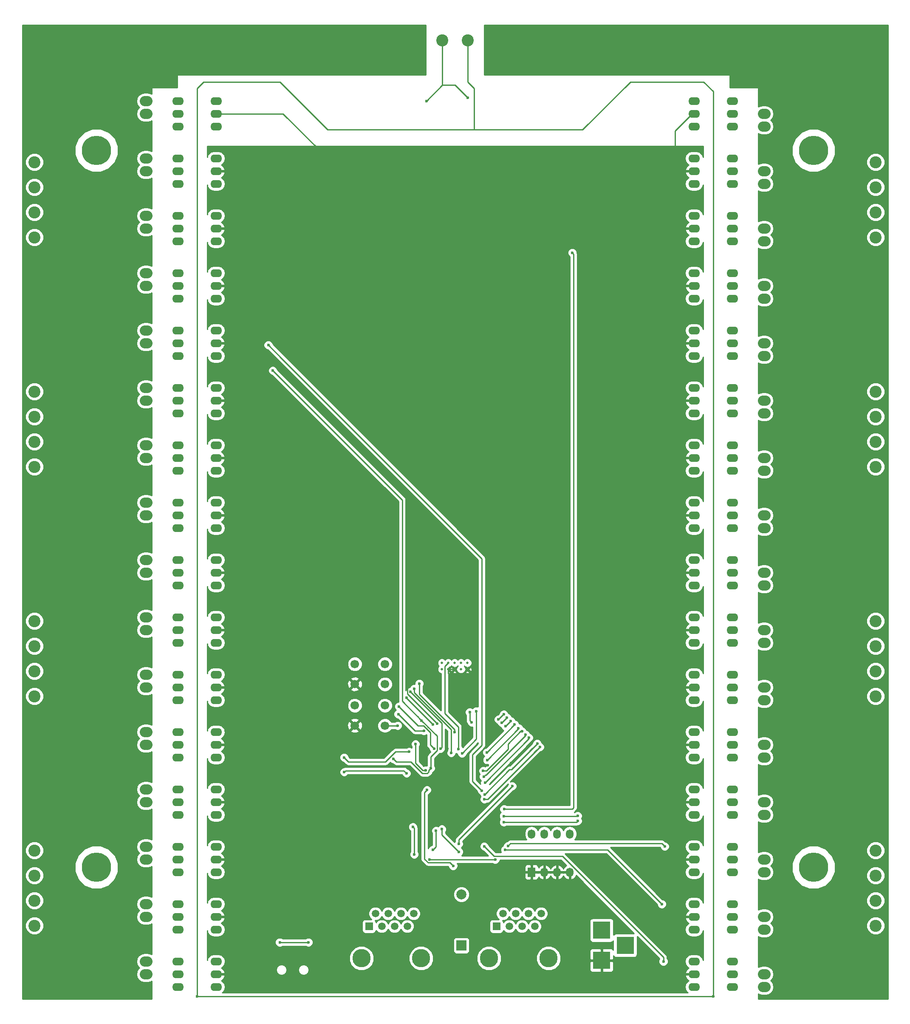
<source format=gbr>
G04 #@! TF.FileFunction,Copper,L2,Bot,Signal*
%FSLAX46Y46*%
G04 Gerber Fmt 4.6, Leading zero omitted, Abs format (unit mm)*
G04 Created by KiCad (PCBNEW 4.0.1-stable) date 02/05/2016 19:52:28*
%MOMM*%
G01*
G04 APERTURE LIST*
%ADD10C,0.100000*%
%ADD11C,5.842000*%
%ADD12O,2.300000X1.600000*%
%ADD13C,0.500000*%
%ADD14O,2.540000X2.032000*%
%ADD15C,2.400000*%
%ADD16C,3.649980*%
%ADD17R,1.501140X1.501140*%
%ADD18C,1.501140*%
%ADD19R,1.524000X1.824000*%
%ADD20O,1.524000X1.824000*%
%ADD21C,1.700000*%
%ADD22R,3.500120X3.500120*%
%ADD23C,1.998980*%
%ADD24R,1.998980X1.998980*%
%ADD25C,0.600000*%
%ADD26C,0.250000*%
%ADD27C,0.254000*%
G04 APERTURE END LIST*
D10*
D11*
X80962500Y-211137500D03*
D12*
X200025000Y-207010000D03*
X200025000Y-209550000D03*
X200025000Y-212090000D03*
X207645000Y-212090000D03*
X207645000Y-209550000D03*
X207645000Y-207010000D03*
D13*
X149796500Y-171640500D03*
X149796500Y-170370500D03*
X151066500Y-171640500D03*
X151066500Y-170370500D03*
X152336500Y-171640500D03*
X152336500Y-170370500D03*
X153606500Y-171640500D03*
X153606500Y-170370500D03*
X154876500Y-171640500D03*
X154876500Y-170370500D03*
D14*
X90805000Y-220980000D03*
X90805000Y-218440000D03*
X90805000Y-223520000D03*
D12*
X104775000Y-189230000D03*
X104775000Y-186690000D03*
X104775000Y-184150000D03*
X97155000Y-184150000D03*
X97155000Y-186690000D03*
X97155000Y-189230000D03*
X104775000Y-234950000D03*
X104775000Y-232410000D03*
X104775000Y-229870000D03*
X97155000Y-229870000D03*
X97155000Y-232410000D03*
X97155000Y-234950000D03*
D15*
X68580000Y-222765000D03*
X68580000Y-217765000D03*
X68580000Y-212765000D03*
X68580000Y-207765000D03*
X68580000Y-177045000D03*
X68580000Y-172045000D03*
X68580000Y-167045000D03*
X68580000Y-162045000D03*
X68580000Y-131325000D03*
X68580000Y-126325000D03*
X68580000Y-121325000D03*
X68580000Y-116325000D03*
X68580000Y-85605000D03*
X68580000Y-80605000D03*
X68580000Y-75605000D03*
X68580000Y-70605000D03*
X236220000Y-70605000D03*
X236220000Y-75605000D03*
X236220000Y-80605000D03*
X236220000Y-85605000D03*
X236220000Y-116325000D03*
X236220000Y-121325000D03*
X236220000Y-126325000D03*
X236220000Y-131325000D03*
X236220000Y-162045000D03*
X236220000Y-167045000D03*
X236220000Y-172045000D03*
X236220000Y-177045000D03*
X236220000Y-207765000D03*
X236220000Y-212765000D03*
X236220000Y-217765000D03*
X236220000Y-222765000D03*
X144900000Y-46355000D03*
X149900000Y-46355000D03*
X154900000Y-46355000D03*
X159900000Y-46355000D03*
D16*
X171038520Y-229235000D03*
X159169100Y-229235000D03*
D17*
X160655000Y-222885000D03*
D18*
X161925000Y-220345000D03*
X163195000Y-222885000D03*
X164465000Y-220345000D03*
X165735000Y-222885000D03*
X167005000Y-220345000D03*
X168275000Y-222885000D03*
X169545000Y-220345000D03*
D16*
X145638520Y-229235000D03*
X133769100Y-229235000D03*
D17*
X135255000Y-222885000D03*
D18*
X136525000Y-220345000D03*
X137795000Y-222885000D03*
X139065000Y-220345000D03*
X140335000Y-222885000D03*
X141605000Y-220345000D03*
X142875000Y-222885000D03*
X144145000Y-220345000D03*
D19*
X167640000Y-212090000D03*
D20*
X167640000Y-204470000D03*
X170180000Y-212090000D03*
X170180000Y-204470000D03*
X172720000Y-212090000D03*
X172720000Y-204470000D03*
X175260000Y-212090000D03*
X175260000Y-204470000D03*
D21*
X132430000Y-170625000D03*
X138430000Y-170625000D03*
X132430000Y-174625000D03*
X138430000Y-174625000D03*
X132430000Y-178880000D03*
X138430000Y-178880000D03*
X132430000Y-182880000D03*
X138430000Y-182880000D03*
D12*
X104775000Y-223520000D03*
X104775000Y-220980000D03*
X104775000Y-218440000D03*
X97155000Y-218440000D03*
X97155000Y-220980000D03*
X97155000Y-223520000D03*
X104775000Y-212090000D03*
X104775000Y-209550000D03*
X104775000Y-207010000D03*
X97155000Y-207010000D03*
X97155000Y-209550000D03*
X97155000Y-212090000D03*
X104775000Y-200660000D03*
X104775000Y-198120000D03*
X104775000Y-195580000D03*
X97155000Y-195580000D03*
X97155000Y-198120000D03*
X97155000Y-200660000D03*
D14*
X90805000Y-232410000D03*
X90805000Y-229870000D03*
X90805000Y-234950000D03*
X90805000Y-209550000D03*
X90805000Y-207010000D03*
X90805000Y-212090000D03*
X90805000Y-198120000D03*
X90805000Y-195580000D03*
X90805000Y-200660000D03*
D12*
X104775000Y-177800000D03*
X104775000Y-175260000D03*
X104775000Y-172720000D03*
X97155000Y-172720000D03*
X97155000Y-175260000D03*
X97155000Y-177800000D03*
X104775000Y-166370000D03*
X104775000Y-163830000D03*
X104775000Y-161290000D03*
X97155000Y-161290000D03*
X97155000Y-163830000D03*
X97155000Y-166370000D03*
X104775000Y-154940000D03*
X104775000Y-152400000D03*
X104775000Y-149860000D03*
X97155000Y-149860000D03*
X97155000Y-152400000D03*
X97155000Y-154940000D03*
D14*
X90805000Y-186690000D03*
X90805000Y-184150000D03*
X90805000Y-189230000D03*
X90805000Y-175260000D03*
X90805000Y-172720000D03*
X90805000Y-177800000D03*
X90805000Y-163830000D03*
X90805000Y-161290000D03*
X90805000Y-166370000D03*
X90805000Y-152400000D03*
X90805000Y-149860000D03*
X90805000Y-154940000D03*
D12*
X104775000Y-143510000D03*
X104775000Y-140970000D03*
X104775000Y-138430000D03*
X97155000Y-138430000D03*
X97155000Y-140970000D03*
X97155000Y-143510000D03*
X104775000Y-132080000D03*
X104775000Y-129540000D03*
X104775000Y-127000000D03*
X97155000Y-127000000D03*
X97155000Y-129540000D03*
X97155000Y-132080000D03*
X104775000Y-120650000D03*
X104775000Y-118110000D03*
X104775000Y-115570000D03*
X97155000Y-115570000D03*
X97155000Y-118110000D03*
X97155000Y-120650000D03*
X104775000Y-109220000D03*
X104775000Y-106680000D03*
X104775000Y-104140000D03*
X97155000Y-104140000D03*
X97155000Y-106680000D03*
X97155000Y-109220000D03*
D14*
X90805000Y-140970000D03*
X90805000Y-138430000D03*
X90805000Y-143510000D03*
X90805000Y-129540000D03*
X90805000Y-127000000D03*
X90805000Y-132080000D03*
X90805000Y-118110000D03*
X90805000Y-115570000D03*
X90805000Y-120650000D03*
X90805000Y-106680000D03*
X90805000Y-104140000D03*
X90805000Y-109220000D03*
D12*
X104775000Y-97790000D03*
X104775000Y-95250000D03*
X104775000Y-92710000D03*
X97155000Y-92710000D03*
X97155000Y-95250000D03*
X97155000Y-97790000D03*
X104775000Y-86360000D03*
X104775000Y-83820000D03*
X104775000Y-81280000D03*
X97155000Y-81280000D03*
X97155000Y-83820000D03*
X97155000Y-86360000D03*
X104775000Y-74930000D03*
X104775000Y-72390000D03*
X104775000Y-69850000D03*
X97155000Y-69850000D03*
X97155000Y-72390000D03*
X97155000Y-74930000D03*
X104775000Y-63500000D03*
X104775000Y-60960000D03*
X104775000Y-58420000D03*
X97155000Y-58420000D03*
X97155000Y-60960000D03*
X97155000Y-63500000D03*
D14*
X90805000Y-95250000D03*
X90805000Y-92710000D03*
X90805000Y-97790000D03*
X90805000Y-83820000D03*
X90805000Y-81280000D03*
X90805000Y-86360000D03*
X90805000Y-72390000D03*
X90805000Y-69850000D03*
X90805000Y-74930000D03*
X90805000Y-60960000D03*
X90805000Y-58420000D03*
X90805000Y-63500000D03*
D12*
X200025000Y-58420000D03*
X200025000Y-60960000D03*
X200025000Y-63500000D03*
X207645000Y-63500000D03*
X207645000Y-60960000D03*
X207645000Y-58420000D03*
X200025000Y-69850000D03*
X200025000Y-72390000D03*
X200025000Y-74930000D03*
X207645000Y-74930000D03*
X207645000Y-72390000D03*
X207645000Y-69850000D03*
X200025000Y-81280000D03*
X200025000Y-83820000D03*
X200025000Y-86360000D03*
X207645000Y-86360000D03*
X207645000Y-83820000D03*
X207645000Y-81280000D03*
X200025000Y-92710000D03*
X200025000Y-95250000D03*
X200025000Y-97790000D03*
X207645000Y-97790000D03*
X207645000Y-95250000D03*
X207645000Y-92710000D03*
D14*
X213995000Y-60960000D03*
X213995000Y-63500000D03*
X213995000Y-58420000D03*
X213995000Y-72390000D03*
X213995000Y-74930000D03*
X213995000Y-69850000D03*
X213995000Y-83820000D03*
X213995000Y-86360000D03*
X213995000Y-81280000D03*
X213995000Y-95250000D03*
X213995000Y-97790000D03*
X213995000Y-92710000D03*
D12*
X200025000Y-104140000D03*
X200025000Y-106680000D03*
X200025000Y-109220000D03*
X207645000Y-109220000D03*
X207645000Y-106680000D03*
X207645000Y-104140000D03*
X200025000Y-115570000D03*
X200025000Y-118110000D03*
X200025000Y-120650000D03*
X207645000Y-120650000D03*
X207645000Y-118110000D03*
X207645000Y-115570000D03*
X200025000Y-127000000D03*
X200025000Y-129540000D03*
X200025000Y-132080000D03*
X207645000Y-132080000D03*
X207645000Y-129540000D03*
X207645000Y-127000000D03*
X200025000Y-138430000D03*
X200025000Y-140970000D03*
X200025000Y-143510000D03*
X207645000Y-143510000D03*
X207645000Y-140970000D03*
X207645000Y-138430000D03*
D14*
X213995000Y-106680000D03*
X213995000Y-109220000D03*
X213995000Y-104140000D03*
X213995000Y-118110000D03*
X213995000Y-120650000D03*
X213995000Y-115570000D03*
X213995000Y-129540000D03*
X213995000Y-132080000D03*
X213995000Y-127000000D03*
X213995000Y-140970000D03*
X213995000Y-143510000D03*
X213995000Y-138430000D03*
D12*
X200025000Y-149860000D03*
X200025000Y-152400000D03*
X200025000Y-154940000D03*
X207645000Y-154940000D03*
X207645000Y-152400000D03*
X207645000Y-149860000D03*
X200025000Y-161290000D03*
X200025000Y-163830000D03*
X200025000Y-166370000D03*
X207645000Y-166370000D03*
X207645000Y-163830000D03*
X207645000Y-161290000D03*
X200025000Y-172720000D03*
X200025000Y-175260000D03*
X200025000Y-177800000D03*
X207645000Y-177800000D03*
X207645000Y-175260000D03*
X207645000Y-172720000D03*
X200025000Y-184150000D03*
X200025000Y-186690000D03*
X200025000Y-189230000D03*
X207645000Y-189230000D03*
X207645000Y-186690000D03*
X207645000Y-184150000D03*
D14*
X213995000Y-152400000D03*
X213995000Y-154940000D03*
X213995000Y-149860000D03*
X213995000Y-163830000D03*
X213995000Y-166370000D03*
X213995000Y-161290000D03*
X213995000Y-175260000D03*
X213995000Y-177800000D03*
X213995000Y-172720000D03*
X213995000Y-186690000D03*
X213995000Y-189230000D03*
X213995000Y-184150000D03*
D12*
X200025000Y-195580000D03*
X200025000Y-198120000D03*
X200025000Y-200660000D03*
X207645000Y-200660000D03*
X207645000Y-198120000D03*
X207645000Y-195580000D03*
X200025000Y-218440000D03*
X200025000Y-220980000D03*
X200025000Y-223520000D03*
X207645000Y-223520000D03*
X207645000Y-220980000D03*
X207645000Y-218440000D03*
X200025000Y-229870000D03*
X200025000Y-232410000D03*
X200025000Y-234950000D03*
X207645000Y-234950000D03*
X207645000Y-232410000D03*
X207645000Y-229870000D03*
D14*
X213995000Y-198120000D03*
X213995000Y-200660000D03*
X213995000Y-195580000D03*
X213995000Y-209550000D03*
X213995000Y-212090000D03*
X213995000Y-207010000D03*
X213995000Y-220980000D03*
X213995000Y-223520000D03*
X213995000Y-218440000D03*
X213995000Y-232410000D03*
X213995000Y-234950000D03*
X213995000Y-229870000D03*
D22*
X181610000Y-223669860D03*
X181610000Y-229669340D03*
X186309000Y-226669600D03*
D11*
X80962500Y-68262500D03*
X223837500Y-68262500D03*
X223837500Y-211137500D03*
D23*
X153670000Y-216535000D03*
D24*
X153670000Y-226695000D03*
D25*
X160401000Y-209550000D03*
X147320000Y-209550000D03*
X122555000Y-229235000D03*
X136525000Y-210185000D03*
X131826000Y-188595000D03*
X158877000Y-190754000D03*
X151066500Y-166433500D03*
X153098500Y-181800500D03*
X151003000Y-211709000D03*
X139382500Y-190881000D03*
X165229010Y-188722000D03*
X163576000Y-190375010D03*
X160274000Y-200660000D03*
X180848000Y-217932000D03*
X146431000Y-193421000D03*
X153035000Y-67945000D03*
X144780000Y-67945000D03*
X180975000Y-212090000D03*
X148844000Y-182499000D03*
X163830000Y-196596000D03*
X140843000Y-195453000D03*
X154432000Y-189484000D03*
X146558000Y-190627000D03*
X146558000Y-189738000D03*
X150876000Y-187452000D03*
X131826000Y-199517000D03*
X157861000Y-212090000D03*
X144780000Y-212979000D03*
X144780000Y-211455000D03*
X116078000Y-112141000D03*
X145722408Y-181864000D03*
X147574000Y-191389000D03*
X140081000Y-189484000D03*
X140970000Y-182880000D03*
X155702000Y-182245000D03*
X155321000Y-180213000D03*
X153035000Y-187579000D03*
X130365500Y-51054000D03*
X115189000Y-107061000D03*
X157734000Y-195834000D03*
X173990000Y-50863500D03*
X175768000Y-88646000D03*
X162179000Y-199517000D03*
X142748000Y-192405000D03*
X130302000Y-192151000D03*
X143249998Y-188087000D03*
X130302000Y-189230000D03*
X141097000Y-180594000D03*
X146177000Y-183896000D03*
X141224000Y-179070000D03*
X148209000Y-187452000D03*
X142748000Y-177292000D03*
X147955000Y-182626000D03*
X143510000Y-176149000D03*
X149479000Y-187452000D03*
X144272000Y-175514000D03*
X151638000Y-188341000D03*
X145288000Y-174498000D03*
X152273000Y-184150000D03*
X153797000Y-188404500D03*
X156654500Y-180022500D03*
X162115500Y-180657500D03*
X161067421Y-181632089D03*
X162750500Y-181292500D03*
X161734500Y-182308500D03*
X164274500Y-182689500D03*
X158750000Y-188214000D03*
X165036500Y-183388000D03*
X158813500Y-189738000D03*
X165735000Y-184023000D03*
X157988000Y-191897000D03*
X166433500Y-184658000D03*
X158115000Y-193040000D03*
X167132000Y-185293000D03*
X158369000Y-194246500D03*
X168783000Y-186499500D03*
X158302424Y-196587821D03*
X169291000Y-187134500D03*
X158242000Y-197549990D03*
X176847500Y-200850500D03*
X162115500Y-200914000D03*
X176847500Y-201866500D03*
X162115500Y-202120500D03*
X194183000Y-206946500D03*
X162941000Y-206883000D03*
X193611500Y-218440000D03*
X162369500Y-207654990D03*
X193929000Y-229870000D03*
X158242000Y-206946500D03*
X144526000Y-186563000D03*
X146558000Y-191770000D03*
X153162000Y-206438500D03*
X163830000Y-194945000D03*
X149774990Y-203517500D03*
X153162000Y-208026000D03*
X152019000Y-210820000D03*
X146821990Y-195707000D03*
X163512500Y-181991000D03*
X162469416Y-183034084D03*
X154940000Y-57785000D03*
X146685000Y-58420000D03*
X203835000Y-236855000D03*
X100965000Y-236855000D03*
X144002550Y-203057550D03*
X144272000Y-208534000D03*
X123190000Y-226060000D03*
X117475000Y-226060000D03*
X148590000Y-203835000D03*
X147955000Y-207645000D03*
D26*
X147320000Y-209550000D02*
X160401000Y-209550000D01*
X158877000Y-190754000D02*
X157797500Y-190754000D01*
X157543500Y-190500000D02*
X157226000Y-190500000D01*
X157797500Y-190754000D02*
X157543500Y-190500000D01*
X152336500Y-171640500D02*
X151066500Y-171640500D01*
X151066500Y-171640500D02*
X151066500Y-172466000D01*
X151066500Y-172466000D02*
X151828500Y-173228000D01*
X153098500Y-181800500D02*
X153098500Y-181864000D01*
X146685000Y-172720000D02*
X147510500Y-171894500D01*
X143954500Y-172720000D02*
X146685000Y-172720000D01*
X142884999Y-173789501D02*
X143954500Y-172720000D01*
X148844000Y-182499000D02*
X142884999Y-176539999D01*
X142884999Y-176539999D02*
X142884999Y-173789501D01*
X163576000Y-190375010D02*
X165229010Y-188722000D01*
X165229010Y-188722000D02*
X169354500Y-184596510D01*
X154626501Y-171890499D02*
X154876500Y-171640500D01*
X154876500Y-172021500D02*
X154876500Y-171640500D01*
X118110000Y-60960000D02*
X125095000Y-67945000D01*
X104775000Y-60960000D02*
X118110000Y-60960000D01*
X194310000Y-67945000D02*
X194945000Y-68580000D01*
X197485000Y-67945000D02*
X194310000Y-67945000D01*
X196215000Y-67945000D02*
X197485000Y-67945000D01*
X196215000Y-64420000D02*
X196215000Y-67945000D01*
X200025000Y-60960000D02*
X199675000Y-60960000D01*
X199675000Y-60960000D02*
X196215000Y-64420000D01*
X144780000Y-67945000D02*
X144145000Y-67945000D01*
X182245000Y-210820000D02*
X182880000Y-210820000D01*
X180975000Y-212090000D02*
X182245000Y-210820000D01*
X141859000Y-151892000D02*
X141859000Y-137922000D01*
X141859000Y-137922000D02*
X116078000Y-112141000D01*
X141859000Y-178000592D02*
X141859000Y-151892000D01*
X145722408Y-181864000D02*
X141859000Y-178000592D01*
X148834001Y-184975593D02*
X145722408Y-181864000D01*
X145722408Y-181864000D02*
X144907000Y-181048592D01*
X148834001Y-184975593D02*
X148834001Y-186690000D01*
X147574000Y-191389000D02*
X147574000Y-189093001D01*
X147574000Y-189093001D02*
X148834001Y-187833000D01*
X148834001Y-187833000D02*
X148834001Y-186690000D01*
X147183001Y-192070001D02*
X147183001Y-191779999D01*
X147183001Y-191779999D02*
X147574000Y-191389000D01*
X140081000Y-189484000D02*
X140716000Y-190119000D01*
X140716000Y-190119000D02*
X143635590Y-190119000D01*
X143635590Y-190119000D02*
X145911591Y-192395001D01*
X145911591Y-192395001D02*
X146858001Y-192395001D01*
X146858001Y-192395001D02*
X147183001Y-192070001D01*
X146900000Y-183041592D02*
X148834001Y-184975593D01*
X138430000Y-182880000D02*
X140970000Y-182880000D01*
X155321000Y-180213000D02*
X155321000Y-181864000D01*
X155321000Y-181864000D02*
X155702000Y-182245000D01*
X152273000Y-182372000D02*
X150622000Y-180721000D01*
X150622000Y-180721000D02*
X150435001Y-180534001D01*
X151066500Y-170370500D02*
X150371501Y-171065499D01*
X150371501Y-171065499D02*
X150371501Y-180470501D01*
X150371501Y-180470501D02*
X150622000Y-180721000D01*
X151066500Y-170370500D02*
X150491499Y-170945501D01*
X152273000Y-182372000D02*
X152400000Y-182499000D01*
X153035000Y-187579000D02*
X153035000Y-183134000D01*
X153035000Y-183134000D02*
X152273000Y-182372000D01*
X135064500Y-46355000D02*
X144900000Y-46355000D01*
X130365500Y-51054000D02*
X135064500Y-46355000D01*
X117856000Y-109728000D02*
X115189000Y-107061000D01*
X157734000Y-149606000D02*
X117856000Y-109728000D01*
X157734000Y-156210000D02*
X157734000Y-149606000D01*
X157734000Y-195834000D02*
X155892500Y-193992500D01*
X155892500Y-193992500D02*
X155892500Y-188658500D01*
X155892500Y-188658500D02*
X157734000Y-186817000D01*
X157734000Y-186817000D02*
X157734000Y-156210000D01*
X173990000Y-50863500D02*
X169481500Y-46355000D01*
X169481500Y-46355000D02*
X159900000Y-46355000D01*
X176022000Y-199263000D02*
X176022000Y-88900000D01*
X176022000Y-88900000D02*
X175768000Y-88646000D01*
X162179000Y-199517000D02*
X175768000Y-199517000D01*
X175768000Y-199517000D02*
X176022000Y-199263000D01*
X162179000Y-199517000D02*
X162306000Y-199390000D01*
X130302000Y-192151000D02*
X130601999Y-191851001D01*
X130601999Y-191851001D02*
X142194001Y-191851001D01*
X142194001Y-191851001D02*
X142748000Y-192405000D01*
X143249998Y-188087000D02*
X140552998Y-188087000D01*
X140552998Y-188087000D02*
X138530997Y-190109001D01*
X138530997Y-190109001D02*
X131181001Y-190109001D01*
X130302000Y-189230000D02*
X131181001Y-190109001D01*
X146177000Y-183896000D02*
X145034000Y-183896000D01*
X145034000Y-183896000D02*
X144780000Y-183896000D01*
X141097000Y-180594000D02*
X144399000Y-183896000D01*
X144399000Y-183896000D02*
X145034000Y-183896000D01*
X141224000Y-179070000D02*
X145034000Y-182880000D01*
X145034000Y-182880000D02*
X146101998Y-182880000D01*
X146101998Y-182880000D02*
X147447000Y-184225002D01*
X147447000Y-184225002D02*
X147447000Y-186690000D01*
X147447000Y-186690000D02*
X147909001Y-187152001D01*
X147909001Y-187152001D02*
X148209000Y-187452000D01*
X145034000Y-179705000D02*
X142748000Y-177419000D01*
X142748000Y-177419000D02*
X142748000Y-177292000D01*
X147828000Y-182499000D02*
X147955000Y-182626000D01*
X145034000Y-179705000D02*
X147828000Y-182499000D01*
X146177000Y-178816000D02*
X143510000Y-176149000D01*
X146177000Y-178816000D02*
X149733000Y-182372000D01*
X149733000Y-182372000D02*
X149733000Y-187198000D01*
X149733000Y-187198000D02*
X149479000Y-187452000D01*
X151638000Y-188341000D02*
X151638000Y-183640590D01*
X151638000Y-183640590D02*
X144272000Y-176274590D01*
X144272000Y-176274590D02*
X144272000Y-175514000D01*
X145288000Y-174498000D02*
X145288000Y-176654180D01*
X145288000Y-176654180D02*
X152273000Y-183639180D01*
X152273000Y-183639180D02*
X152273000Y-184150000D01*
X156654500Y-180022500D02*
X156654500Y-185547000D01*
X156654500Y-185547000D02*
X153797000Y-188404500D01*
X161377410Y-181332090D02*
X162052000Y-180657500D01*
X162052000Y-180657500D02*
X162115500Y-180657500D01*
X161067421Y-181632089D02*
X161367420Y-181332090D01*
X161367420Y-181332090D02*
X161377410Y-181332090D01*
X161734500Y-182308500D02*
X162750500Y-181292500D01*
X158750000Y-188214000D02*
X164274500Y-182689500D01*
X158813500Y-189738000D02*
X165036500Y-183515000D01*
X165036500Y-183515000D02*
X165036500Y-183388000D01*
X157988000Y-191897000D02*
X158659002Y-191897000D01*
X158659002Y-191897000D02*
X162950999Y-187605003D01*
X162950999Y-187605003D02*
X162950999Y-186516999D01*
X162950999Y-186516999D02*
X165444998Y-184023000D01*
X165444998Y-184023000D02*
X165735000Y-184023000D01*
X158115000Y-193040000D02*
X158414999Y-192740001D01*
X158414999Y-192740001D02*
X158578001Y-192740001D01*
X158578001Y-192740001D02*
X166433500Y-184884502D01*
X166433500Y-184884502D02*
X166433500Y-184658000D01*
X158369000Y-194246500D02*
X167132000Y-185483500D01*
X167132000Y-185483500D02*
X167132000Y-185293000D01*
X163622001Y-191633001D02*
X163947001Y-191308001D01*
X163947001Y-191308001D02*
X163974499Y-191308001D01*
X163974499Y-191308001D02*
X168783000Y-186499500D01*
X158302424Y-196587821D02*
X163257244Y-191633001D01*
X163257244Y-191633001D02*
X163622001Y-191633001D01*
X163622001Y-191633001D02*
X167830500Y-187424502D01*
X164466410Y-191959090D02*
X169291000Y-187134500D01*
X164466410Y-191960500D02*
X168656000Y-187770910D01*
X158876920Y-197549990D02*
X164466410Y-191960500D01*
X164466410Y-191960500D02*
X164466410Y-191959090D01*
X158242000Y-197549990D02*
X158876920Y-197549990D01*
X162115500Y-200914000D02*
X176784000Y-200914000D01*
X176784000Y-200914000D02*
X176847500Y-200850500D01*
X162115500Y-202120500D02*
X176593500Y-202120500D01*
X176593500Y-202120500D02*
X176847500Y-201866500D01*
X162941000Y-206883000D02*
X163439001Y-206384999D01*
X163439001Y-206384999D02*
X193621499Y-206384999D01*
X193621499Y-206384999D02*
X194183000Y-206946500D01*
X162369500Y-207654990D02*
X182826490Y-207654990D01*
X182826490Y-207654990D02*
X193611500Y-218440000D01*
X158242000Y-206946500D02*
X160220499Y-208924999D01*
X160220499Y-208924999D02*
X173782263Y-208924999D01*
X173782263Y-208924999D02*
X193929000Y-229071736D01*
X193929000Y-229071736D02*
X193929000Y-229870000D01*
X145923000Y-191770000D02*
X146558000Y-191770000D01*
X144526000Y-190373000D02*
X145923000Y-191770000D01*
X144526000Y-186563000D02*
X144526000Y-190373000D01*
X163830000Y-194945000D02*
X153162000Y-205613000D01*
X153162000Y-205613000D02*
X153162000Y-206438500D01*
X153162000Y-208026000D02*
X149774990Y-204638990D01*
X149774990Y-204638990D02*
X149774990Y-203517500D01*
X147029998Y-210185000D02*
X151003000Y-210185000D01*
X151384000Y-210185000D02*
X152019000Y-210820000D01*
X151003000Y-210185000D02*
X151384000Y-210185000D01*
X146821990Y-195707000D02*
X146304000Y-196224990D01*
X146304000Y-196224990D02*
X146304000Y-209459002D01*
X146304000Y-209459002D02*
X147029998Y-210185000D01*
X162469416Y-183034084D02*
X163512500Y-181991000D01*
X149860000Y-55245000D02*
X152400000Y-55245000D01*
X152400000Y-55245000D02*
X154940000Y-57785000D01*
X146685000Y-58420000D02*
X149860000Y-55245000D01*
X149900000Y-46355000D02*
X149900000Y-48052056D01*
X149900000Y-48052056D02*
X149860000Y-48092056D01*
X149860000Y-48092056D02*
X149860000Y-55245000D01*
X127000000Y-64135000D02*
X156210000Y-64135000D01*
X156210000Y-64135000D02*
X177800000Y-64135000D01*
X154940000Y-54610000D02*
X156210000Y-55880000D01*
X156210000Y-55880000D02*
X156210000Y-64135000D01*
X154940000Y-48092056D02*
X154940000Y-54610000D01*
X154900000Y-46355000D02*
X154900000Y-48052056D01*
X154900000Y-48052056D02*
X154940000Y-48092056D01*
X100965000Y-66040000D02*
X100965000Y-55880000D01*
X117475000Y-54610000D02*
X127000000Y-64135000D01*
X100965000Y-55880000D02*
X102235000Y-54610000D01*
X203835000Y-56515000D02*
X203835000Y-93345000D01*
X102235000Y-54610000D02*
X117475000Y-54610000D01*
X187325000Y-54610000D02*
X201930000Y-54610000D01*
X177800000Y-64135000D02*
X187325000Y-54610000D01*
X201930000Y-54610000D02*
X203835000Y-56515000D01*
X203835000Y-93345000D02*
X203835000Y-236855000D01*
X100965000Y-236855000D02*
X100965000Y-66040000D01*
X100965000Y-236855000D02*
X203835000Y-236855000D01*
X144272000Y-208534000D02*
X144272000Y-203327000D01*
X144272000Y-203327000D02*
X144002550Y-203057550D01*
X117475000Y-226060000D02*
X123190000Y-226060000D01*
X147955000Y-207645000D02*
X148590000Y-207010000D01*
X148590000Y-207010000D02*
X148590000Y-203835000D01*
D27*
G36*
X238633000Y-237363000D02*
X212852000Y-237363000D01*
X212852000Y-236328413D01*
X213071869Y-236475325D01*
X213703679Y-236601000D01*
X214286321Y-236601000D01*
X214918131Y-236475325D01*
X215453754Y-236117433D01*
X215811646Y-235581810D01*
X215937321Y-234950000D01*
X215811646Y-234318190D01*
X215453754Y-233782567D01*
X215300252Y-233680000D01*
X215453754Y-233577433D01*
X215811646Y-233041810D01*
X215937321Y-232410000D01*
X215811646Y-231778190D01*
X215453754Y-231242567D01*
X214918131Y-230884675D01*
X214286321Y-230759000D01*
X213703679Y-230759000D01*
X213071869Y-230884675D01*
X212852000Y-231031587D01*
X212852000Y-224898413D01*
X213071869Y-225045325D01*
X213703679Y-225171000D01*
X214286321Y-225171000D01*
X214918131Y-225045325D01*
X215453754Y-224687433D01*
X215811646Y-224151810D01*
X215937321Y-223520000D01*
X215859428Y-223128403D01*
X234384682Y-223128403D01*
X234663455Y-223803086D01*
X235179199Y-224319730D01*
X235853395Y-224599681D01*
X236583403Y-224600318D01*
X237258086Y-224321545D01*
X237774730Y-223805801D01*
X238054681Y-223131605D01*
X238055318Y-222401597D01*
X237776545Y-221726914D01*
X237260801Y-221210270D01*
X236586605Y-220930319D01*
X235856597Y-220929682D01*
X235181914Y-221208455D01*
X234665270Y-221724199D01*
X234385319Y-222398395D01*
X234384682Y-223128403D01*
X215859428Y-223128403D01*
X215811646Y-222888190D01*
X215453754Y-222352567D01*
X215300252Y-222250000D01*
X215453754Y-222147433D01*
X215811646Y-221611810D01*
X215937321Y-220980000D01*
X215811646Y-220348190D01*
X215453754Y-219812567D01*
X214918131Y-219454675D01*
X214286321Y-219329000D01*
X213703679Y-219329000D01*
X213071869Y-219454675D01*
X212852000Y-219601587D01*
X212852000Y-218128403D01*
X234384682Y-218128403D01*
X234663455Y-218803086D01*
X235179199Y-219319730D01*
X235853395Y-219599681D01*
X236583403Y-219600318D01*
X237258086Y-219321545D01*
X237774730Y-218805801D01*
X238054681Y-218131605D01*
X238055318Y-217401597D01*
X237776545Y-216726914D01*
X237260801Y-216210270D01*
X236586605Y-215930319D01*
X235856597Y-215929682D01*
X235181914Y-216208455D01*
X234665270Y-216724199D01*
X234385319Y-217398395D01*
X234384682Y-218128403D01*
X212852000Y-218128403D01*
X212852000Y-213468413D01*
X213071869Y-213615325D01*
X213703679Y-213741000D01*
X214286321Y-213741000D01*
X214918131Y-213615325D01*
X215453754Y-213257433D01*
X215811646Y-212721810D01*
X215937321Y-212090000D01*
X215917954Y-211992635D01*
X219518752Y-211992635D01*
X220174743Y-213580255D01*
X221388356Y-214795988D01*
X222974828Y-215454749D01*
X224692635Y-215456248D01*
X226280255Y-214800257D01*
X227495988Y-213586644D01*
X227686266Y-213128403D01*
X234384682Y-213128403D01*
X234663455Y-213803086D01*
X235179199Y-214319730D01*
X235853395Y-214599681D01*
X236583403Y-214600318D01*
X237258086Y-214321545D01*
X237774730Y-213805801D01*
X238054681Y-213131605D01*
X238055318Y-212401597D01*
X237776545Y-211726914D01*
X237260801Y-211210270D01*
X236586605Y-210930319D01*
X235856597Y-210929682D01*
X235181914Y-211208455D01*
X234665270Y-211724199D01*
X234385319Y-212398395D01*
X234384682Y-213128403D01*
X227686266Y-213128403D01*
X228154749Y-212000172D01*
X228156248Y-210282365D01*
X227500257Y-208694745D01*
X226934903Y-208128403D01*
X234384682Y-208128403D01*
X234663455Y-208803086D01*
X235179199Y-209319730D01*
X235853395Y-209599681D01*
X236583403Y-209600318D01*
X237258086Y-209321545D01*
X237774730Y-208805801D01*
X238054681Y-208131605D01*
X238055318Y-207401597D01*
X237776545Y-206726914D01*
X237260801Y-206210270D01*
X236586605Y-205930319D01*
X235856597Y-205929682D01*
X235181914Y-206208455D01*
X234665270Y-206724199D01*
X234385319Y-207398395D01*
X234384682Y-208128403D01*
X226934903Y-208128403D01*
X226286644Y-207479012D01*
X224700172Y-206820251D01*
X222982365Y-206818752D01*
X221394745Y-207474743D01*
X220179012Y-208688356D01*
X219520251Y-210274828D01*
X219518752Y-211992635D01*
X215917954Y-211992635D01*
X215811646Y-211458190D01*
X215453754Y-210922567D01*
X215300252Y-210820000D01*
X215453754Y-210717433D01*
X215811646Y-210181810D01*
X215937321Y-209550000D01*
X215811646Y-208918190D01*
X215453754Y-208382567D01*
X214918131Y-208024675D01*
X214286321Y-207899000D01*
X213703679Y-207899000D01*
X213071869Y-208024675D01*
X212852000Y-208171587D01*
X212852000Y-202038413D01*
X213071869Y-202185325D01*
X213703679Y-202311000D01*
X214286321Y-202311000D01*
X214918131Y-202185325D01*
X215453754Y-201827433D01*
X215811646Y-201291810D01*
X215937321Y-200660000D01*
X215811646Y-200028190D01*
X215453754Y-199492567D01*
X215300252Y-199390000D01*
X215453754Y-199287433D01*
X215811646Y-198751810D01*
X215937321Y-198120000D01*
X215811646Y-197488190D01*
X215453754Y-196952567D01*
X214918131Y-196594675D01*
X214286321Y-196469000D01*
X213703679Y-196469000D01*
X213071869Y-196594675D01*
X212852000Y-196741587D01*
X212852000Y-190608413D01*
X213071869Y-190755325D01*
X213703679Y-190881000D01*
X214286321Y-190881000D01*
X214918131Y-190755325D01*
X215453754Y-190397433D01*
X215811646Y-189861810D01*
X215937321Y-189230000D01*
X215811646Y-188598190D01*
X215453754Y-188062567D01*
X215300252Y-187960000D01*
X215453754Y-187857433D01*
X215811646Y-187321810D01*
X215937321Y-186690000D01*
X215811646Y-186058190D01*
X215453754Y-185522567D01*
X214918131Y-185164675D01*
X214286321Y-185039000D01*
X213703679Y-185039000D01*
X213071869Y-185164675D01*
X212852000Y-185311587D01*
X212852000Y-179178413D01*
X213071869Y-179325325D01*
X213703679Y-179451000D01*
X214286321Y-179451000D01*
X214918131Y-179325325D01*
X215453754Y-178967433D01*
X215811646Y-178431810D01*
X215937321Y-177800000D01*
X215859428Y-177408403D01*
X234384682Y-177408403D01*
X234663455Y-178083086D01*
X235179199Y-178599730D01*
X235853395Y-178879681D01*
X236583403Y-178880318D01*
X237258086Y-178601545D01*
X237774730Y-178085801D01*
X238054681Y-177411605D01*
X238055318Y-176681597D01*
X237776545Y-176006914D01*
X237260801Y-175490270D01*
X236586605Y-175210319D01*
X235856597Y-175209682D01*
X235181914Y-175488455D01*
X234665270Y-176004199D01*
X234385319Y-176678395D01*
X234384682Y-177408403D01*
X215859428Y-177408403D01*
X215811646Y-177168190D01*
X215453754Y-176632567D01*
X215300252Y-176530000D01*
X215453754Y-176427433D01*
X215811646Y-175891810D01*
X215937321Y-175260000D01*
X215811646Y-174628190D01*
X215453754Y-174092567D01*
X214918131Y-173734675D01*
X214286321Y-173609000D01*
X213703679Y-173609000D01*
X213071869Y-173734675D01*
X212852000Y-173881587D01*
X212852000Y-172408403D01*
X234384682Y-172408403D01*
X234663455Y-173083086D01*
X235179199Y-173599730D01*
X235853395Y-173879681D01*
X236583403Y-173880318D01*
X237258086Y-173601545D01*
X237774730Y-173085801D01*
X238054681Y-172411605D01*
X238055318Y-171681597D01*
X237776545Y-171006914D01*
X237260801Y-170490270D01*
X236586605Y-170210319D01*
X235856597Y-170209682D01*
X235181914Y-170488455D01*
X234665270Y-171004199D01*
X234385319Y-171678395D01*
X234384682Y-172408403D01*
X212852000Y-172408403D01*
X212852000Y-167748413D01*
X213071869Y-167895325D01*
X213703679Y-168021000D01*
X214286321Y-168021000D01*
X214918131Y-167895325D01*
X215453754Y-167537433D01*
X215539969Y-167408403D01*
X234384682Y-167408403D01*
X234663455Y-168083086D01*
X235179199Y-168599730D01*
X235853395Y-168879681D01*
X236583403Y-168880318D01*
X237258086Y-168601545D01*
X237774730Y-168085801D01*
X238054681Y-167411605D01*
X238055318Y-166681597D01*
X237776545Y-166006914D01*
X237260801Y-165490270D01*
X236586605Y-165210319D01*
X235856597Y-165209682D01*
X235181914Y-165488455D01*
X234665270Y-166004199D01*
X234385319Y-166678395D01*
X234384682Y-167408403D01*
X215539969Y-167408403D01*
X215811646Y-167001810D01*
X215937321Y-166370000D01*
X215811646Y-165738190D01*
X215453754Y-165202567D01*
X215300252Y-165100000D01*
X215453754Y-164997433D01*
X215811646Y-164461810D01*
X215937321Y-163830000D01*
X215811646Y-163198190D01*
X215453754Y-162662567D01*
X215073371Y-162408403D01*
X234384682Y-162408403D01*
X234663455Y-163083086D01*
X235179199Y-163599730D01*
X235853395Y-163879681D01*
X236583403Y-163880318D01*
X237258086Y-163601545D01*
X237774730Y-163085801D01*
X238054681Y-162411605D01*
X238055318Y-161681597D01*
X237776545Y-161006914D01*
X237260801Y-160490270D01*
X236586605Y-160210319D01*
X235856597Y-160209682D01*
X235181914Y-160488455D01*
X234665270Y-161004199D01*
X234385319Y-161678395D01*
X234384682Y-162408403D01*
X215073371Y-162408403D01*
X214918131Y-162304675D01*
X214286321Y-162179000D01*
X213703679Y-162179000D01*
X213071869Y-162304675D01*
X212852000Y-162451587D01*
X212852000Y-156318413D01*
X213071869Y-156465325D01*
X213703679Y-156591000D01*
X214286321Y-156591000D01*
X214918131Y-156465325D01*
X215453754Y-156107433D01*
X215811646Y-155571810D01*
X215937321Y-154940000D01*
X215811646Y-154308190D01*
X215453754Y-153772567D01*
X215300252Y-153670000D01*
X215453754Y-153567433D01*
X215811646Y-153031810D01*
X215937321Y-152400000D01*
X215811646Y-151768190D01*
X215453754Y-151232567D01*
X214918131Y-150874675D01*
X214286321Y-150749000D01*
X213703679Y-150749000D01*
X213071869Y-150874675D01*
X212852000Y-151021587D01*
X212852000Y-144888413D01*
X213071869Y-145035325D01*
X213703679Y-145161000D01*
X214286321Y-145161000D01*
X214918131Y-145035325D01*
X215453754Y-144677433D01*
X215811646Y-144141810D01*
X215937321Y-143510000D01*
X215811646Y-142878190D01*
X215453754Y-142342567D01*
X215300252Y-142240000D01*
X215453754Y-142137433D01*
X215811646Y-141601810D01*
X215937321Y-140970000D01*
X215811646Y-140338190D01*
X215453754Y-139802567D01*
X214918131Y-139444675D01*
X214286321Y-139319000D01*
X213703679Y-139319000D01*
X213071869Y-139444675D01*
X212852000Y-139591587D01*
X212852000Y-133458413D01*
X213071869Y-133605325D01*
X213703679Y-133731000D01*
X214286321Y-133731000D01*
X214918131Y-133605325D01*
X215453754Y-133247433D01*
X215811646Y-132711810D01*
X215937321Y-132080000D01*
X215859428Y-131688403D01*
X234384682Y-131688403D01*
X234663455Y-132363086D01*
X235179199Y-132879730D01*
X235853395Y-133159681D01*
X236583403Y-133160318D01*
X237258086Y-132881545D01*
X237774730Y-132365801D01*
X238054681Y-131691605D01*
X238055318Y-130961597D01*
X237776545Y-130286914D01*
X237260801Y-129770270D01*
X236586605Y-129490319D01*
X235856597Y-129489682D01*
X235181914Y-129768455D01*
X234665270Y-130284199D01*
X234385319Y-130958395D01*
X234384682Y-131688403D01*
X215859428Y-131688403D01*
X215811646Y-131448190D01*
X215453754Y-130912567D01*
X215300252Y-130810000D01*
X215453754Y-130707433D01*
X215811646Y-130171810D01*
X215937321Y-129540000D01*
X215811646Y-128908190D01*
X215453754Y-128372567D01*
X214918131Y-128014675D01*
X214286321Y-127889000D01*
X213703679Y-127889000D01*
X213071869Y-128014675D01*
X212852000Y-128161587D01*
X212852000Y-126688403D01*
X234384682Y-126688403D01*
X234663455Y-127363086D01*
X235179199Y-127879730D01*
X235853395Y-128159681D01*
X236583403Y-128160318D01*
X237258086Y-127881545D01*
X237774730Y-127365801D01*
X238054681Y-126691605D01*
X238055318Y-125961597D01*
X237776545Y-125286914D01*
X237260801Y-124770270D01*
X236586605Y-124490319D01*
X235856597Y-124489682D01*
X235181914Y-124768455D01*
X234665270Y-125284199D01*
X234385319Y-125958395D01*
X234384682Y-126688403D01*
X212852000Y-126688403D01*
X212852000Y-122028413D01*
X213071869Y-122175325D01*
X213703679Y-122301000D01*
X214286321Y-122301000D01*
X214918131Y-122175325D01*
X215453754Y-121817433D01*
X215539969Y-121688403D01*
X234384682Y-121688403D01*
X234663455Y-122363086D01*
X235179199Y-122879730D01*
X235853395Y-123159681D01*
X236583403Y-123160318D01*
X237258086Y-122881545D01*
X237774730Y-122365801D01*
X238054681Y-121691605D01*
X238055318Y-120961597D01*
X237776545Y-120286914D01*
X237260801Y-119770270D01*
X236586605Y-119490319D01*
X235856597Y-119489682D01*
X235181914Y-119768455D01*
X234665270Y-120284199D01*
X234385319Y-120958395D01*
X234384682Y-121688403D01*
X215539969Y-121688403D01*
X215811646Y-121281810D01*
X215937321Y-120650000D01*
X215811646Y-120018190D01*
X215453754Y-119482567D01*
X215300252Y-119380000D01*
X215453754Y-119277433D01*
X215811646Y-118741810D01*
X215937321Y-118110000D01*
X215811646Y-117478190D01*
X215453754Y-116942567D01*
X215073371Y-116688403D01*
X234384682Y-116688403D01*
X234663455Y-117363086D01*
X235179199Y-117879730D01*
X235853395Y-118159681D01*
X236583403Y-118160318D01*
X237258086Y-117881545D01*
X237774730Y-117365801D01*
X238054681Y-116691605D01*
X238055318Y-115961597D01*
X237776545Y-115286914D01*
X237260801Y-114770270D01*
X236586605Y-114490319D01*
X235856597Y-114489682D01*
X235181914Y-114768455D01*
X234665270Y-115284199D01*
X234385319Y-115958395D01*
X234384682Y-116688403D01*
X215073371Y-116688403D01*
X214918131Y-116584675D01*
X214286321Y-116459000D01*
X213703679Y-116459000D01*
X213071869Y-116584675D01*
X212852000Y-116731587D01*
X212852000Y-110598413D01*
X213071869Y-110745325D01*
X213703679Y-110871000D01*
X214286321Y-110871000D01*
X214918131Y-110745325D01*
X215453754Y-110387433D01*
X215811646Y-109851810D01*
X215937321Y-109220000D01*
X215811646Y-108588190D01*
X215453754Y-108052567D01*
X215300252Y-107950000D01*
X215453754Y-107847433D01*
X215811646Y-107311810D01*
X215937321Y-106680000D01*
X215811646Y-106048190D01*
X215453754Y-105512567D01*
X214918131Y-105154675D01*
X214286321Y-105029000D01*
X213703679Y-105029000D01*
X213071869Y-105154675D01*
X212852000Y-105301587D01*
X212852000Y-99168413D01*
X213071869Y-99315325D01*
X213703679Y-99441000D01*
X214286321Y-99441000D01*
X214918131Y-99315325D01*
X215453754Y-98957433D01*
X215811646Y-98421810D01*
X215937321Y-97790000D01*
X215811646Y-97158190D01*
X215453754Y-96622567D01*
X215300252Y-96520000D01*
X215453754Y-96417433D01*
X215811646Y-95881810D01*
X215937321Y-95250000D01*
X215811646Y-94618190D01*
X215453754Y-94082567D01*
X214918131Y-93724675D01*
X214286321Y-93599000D01*
X213703679Y-93599000D01*
X213071869Y-93724675D01*
X212852000Y-93871587D01*
X212852000Y-87738413D01*
X213071869Y-87885325D01*
X213703679Y-88011000D01*
X214286321Y-88011000D01*
X214918131Y-87885325D01*
X215453754Y-87527433D01*
X215811646Y-86991810D01*
X215937321Y-86360000D01*
X215859428Y-85968403D01*
X234384682Y-85968403D01*
X234663455Y-86643086D01*
X235179199Y-87159730D01*
X235853395Y-87439681D01*
X236583403Y-87440318D01*
X237258086Y-87161545D01*
X237774730Y-86645801D01*
X238054681Y-85971605D01*
X238055318Y-85241597D01*
X237776545Y-84566914D01*
X237260801Y-84050270D01*
X236586605Y-83770319D01*
X235856597Y-83769682D01*
X235181914Y-84048455D01*
X234665270Y-84564199D01*
X234385319Y-85238395D01*
X234384682Y-85968403D01*
X215859428Y-85968403D01*
X215811646Y-85728190D01*
X215453754Y-85192567D01*
X215300252Y-85090000D01*
X215453754Y-84987433D01*
X215811646Y-84451810D01*
X215937321Y-83820000D01*
X215811646Y-83188190D01*
X215453754Y-82652567D01*
X214918131Y-82294675D01*
X214286321Y-82169000D01*
X213703679Y-82169000D01*
X213071869Y-82294675D01*
X212852000Y-82441587D01*
X212852000Y-80968403D01*
X234384682Y-80968403D01*
X234663455Y-81643086D01*
X235179199Y-82159730D01*
X235853395Y-82439681D01*
X236583403Y-82440318D01*
X237258086Y-82161545D01*
X237774730Y-81645801D01*
X238054681Y-80971605D01*
X238055318Y-80241597D01*
X237776545Y-79566914D01*
X237260801Y-79050270D01*
X236586605Y-78770319D01*
X235856597Y-78769682D01*
X235181914Y-79048455D01*
X234665270Y-79564199D01*
X234385319Y-80238395D01*
X234384682Y-80968403D01*
X212852000Y-80968403D01*
X212852000Y-76308413D01*
X213071869Y-76455325D01*
X213703679Y-76581000D01*
X214286321Y-76581000D01*
X214918131Y-76455325D01*
X215453754Y-76097433D01*
X215539969Y-75968403D01*
X234384682Y-75968403D01*
X234663455Y-76643086D01*
X235179199Y-77159730D01*
X235853395Y-77439681D01*
X236583403Y-77440318D01*
X237258086Y-77161545D01*
X237774730Y-76645801D01*
X238054681Y-75971605D01*
X238055318Y-75241597D01*
X237776545Y-74566914D01*
X237260801Y-74050270D01*
X236586605Y-73770319D01*
X235856597Y-73769682D01*
X235181914Y-74048455D01*
X234665270Y-74564199D01*
X234385319Y-75238395D01*
X234384682Y-75968403D01*
X215539969Y-75968403D01*
X215811646Y-75561810D01*
X215937321Y-74930000D01*
X215811646Y-74298190D01*
X215453754Y-73762567D01*
X215300252Y-73660000D01*
X215453754Y-73557433D01*
X215811646Y-73021810D01*
X215937321Y-72390000D01*
X215811646Y-71758190D01*
X215453754Y-71222567D01*
X214918131Y-70864675D01*
X214286321Y-70739000D01*
X213703679Y-70739000D01*
X213071869Y-70864675D01*
X212852000Y-71011587D01*
X212852000Y-69117635D01*
X219518752Y-69117635D01*
X220174743Y-70705255D01*
X221388356Y-71920988D01*
X222974828Y-72579749D01*
X224692635Y-72581248D01*
X226280255Y-71925257D01*
X227238780Y-70968403D01*
X234384682Y-70968403D01*
X234663455Y-71643086D01*
X235179199Y-72159730D01*
X235853395Y-72439681D01*
X236583403Y-72440318D01*
X237258086Y-72161545D01*
X237774730Y-71645801D01*
X238054681Y-70971605D01*
X238055318Y-70241597D01*
X237776545Y-69566914D01*
X237260801Y-69050270D01*
X236586605Y-68770319D01*
X235856597Y-68769682D01*
X235181914Y-69048455D01*
X234665270Y-69564199D01*
X234385319Y-70238395D01*
X234384682Y-70968403D01*
X227238780Y-70968403D01*
X227495988Y-70711644D01*
X228154749Y-69125172D01*
X228156248Y-67407365D01*
X227500257Y-65819745D01*
X226286644Y-64604012D01*
X224700172Y-63945251D01*
X222982365Y-63943752D01*
X221394745Y-64599743D01*
X220179012Y-65813356D01*
X219520251Y-67399828D01*
X219518752Y-69117635D01*
X212852000Y-69117635D01*
X212852000Y-64878413D01*
X213071869Y-65025325D01*
X213703679Y-65151000D01*
X214286321Y-65151000D01*
X214918131Y-65025325D01*
X215453754Y-64667433D01*
X215811646Y-64131810D01*
X215937321Y-63500000D01*
X215811646Y-62868190D01*
X215453754Y-62332567D01*
X215300252Y-62230000D01*
X215453754Y-62127433D01*
X215811646Y-61591810D01*
X215937321Y-60960000D01*
X215811646Y-60328190D01*
X215453754Y-59792567D01*
X214918131Y-59434675D01*
X214286321Y-59309000D01*
X213703679Y-59309000D01*
X213071869Y-59434675D01*
X212852000Y-59581587D01*
X212852000Y-55880000D01*
X212841994Y-55830590D01*
X212813553Y-55788965D01*
X212771159Y-55761685D01*
X212725000Y-55753000D01*
X207137000Y-55753000D01*
X207137000Y-53340000D01*
X207126994Y-53290590D01*
X207098553Y-53248965D01*
X207056159Y-53221685D01*
X207010000Y-53213000D01*
X158242000Y-53213000D01*
X158242000Y-43307000D01*
X238633000Y-43307000D01*
X238633000Y-237363000D01*
X238633000Y-237363000D01*
G37*
X238633000Y-237363000D02*
X212852000Y-237363000D01*
X212852000Y-236328413D01*
X213071869Y-236475325D01*
X213703679Y-236601000D01*
X214286321Y-236601000D01*
X214918131Y-236475325D01*
X215453754Y-236117433D01*
X215811646Y-235581810D01*
X215937321Y-234950000D01*
X215811646Y-234318190D01*
X215453754Y-233782567D01*
X215300252Y-233680000D01*
X215453754Y-233577433D01*
X215811646Y-233041810D01*
X215937321Y-232410000D01*
X215811646Y-231778190D01*
X215453754Y-231242567D01*
X214918131Y-230884675D01*
X214286321Y-230759000D01*
X213703679Y-230759000D01*
X213071869Y-230884675D01*
X212852000Y-231031587D01*
X212852000Y-224898413D01*
X213071869Y-225045325D01*
X213703679Y-225171000D01*
X214286321Y-225171000D01*
X214918131Y-225045325D01*
X215453754Y-224687433D01*
X215811646Y-224151810D01*
X215937321Y-223520000D01*
X215859428Y-223128403D01*
X234384682Y-223128403D01*
X234663455Y-223803086D01*
X235179199Y-224319730D01*
X235853395Y-224599681D01*
X236583403Y-224600318D01*
X237258086Y-224321545D01*
X237774730Y-223805801D01*
X238054681Y-223131605D01*
X238055318Y-222401597D01*
X237776545Y-221726914D01*
X237260801Y-221210270D01*
X236586605Y-220930319D01*
X235856597Y-220929682D01*
X235181914Y-221208455D01*
X234665270Y-221724199D01*
X234385319Y-222398395D01*
X234384682Y-223128403D01*
X215859428Y-223128403D01*
X215811646Y-222888190D01*
X215453754Y-222352567D01*
X215300252Y-222250000D01*
X215453754Y-222147433D01*
X215811646Y-221611810D01*
X215937321Y-220980000D01*
X215811646Y-220348190D01*
X215453754Y-219812567D01*
X214918131Y-219454675D01*
X214286321Y-219329000D01*
X213703679Y-219329000D01*
X213071869Y-219454675D01*
X212852000Y-219601587D01*
X212852000Y-218128403D01*
X234384682Y-218128403D01*
X234663455Y-218803086D01*
X235179199Y-219319730D01*
X235853395Y-219599681D01*
X236583403Y-219600318D01*
X237258086Y-219321545D01*
X237774730Y-218805801D01*
X238054681Y-218131605D01*
X238055318Y-217401597D01*
X237776545Y-216726914D01*
X237260801Y-216210270D01*
X236586605Y-215930319D01*
X235856597Y-215929682D01*
X235181914Y-216208455D01*
X234665270Y-216724199D01*
X234385319Y-217398395D01*
X234384682Y-218128403D01*
X212852000Y-218128403D01*
X212852000Y-213468413D01*
X213071869Y-213615325D01*
X213703679Y-213741000D01*
X214286321Y-213741000D01*
X214918131Y-213615325D01*
X215453754Y-213257433D01*
X215811646Y-212721810D01*
X215937321Y-212090000D01*
X215917954Y-211992635D01*
X219518752Y-211992635D01*
X220174743Y-213580255D01*
X221388356Y-214795988D01*
X222974828Y-215454749D01*
X224692635Y-215456248D01*
X226280255Y-214800257D01*
X227495988Y-213586644D01*
X227686266Y-213128403D01*
X234384682Y-213128403D01*
X234663455Y-213803086D01*
X235179199Y-214319730D01*
X235853395Y-214599681D01*
X236583403Y-214600318D01*
X237258086Y-214321545D01*
X237774730Y-213805801D01*
X238054681Y-213131605D01*
X238055318Y-212401597D01*
X237776545Y-211726914D01*
X237260801Y-211210270D01*
X236586605Y-210930319D01*
X235856597Y-210929682D01*
X235181914Y-211208455D01*
X234665270Y-211724199D01*
X234385319Y-212398395D01*
X234384682Y-213128403D01*
X227686266Y-213128403D01*
X228154749Y-212000172D01*
X228156248Y-210282365D01*
X227500257Y-208694745D01*
X226934903Y-208128403D01*
X234384682Y-208128403D01*
X234663455Y-208803086D01*
X235179199Y-209319730D01*
X235853395Y-209599681D01*
X236583403Y-209600318D01*
X237258086Y-209321545D01*
X237774730Y-208805801D01*
X238054681Y-208131605D01*
X238055318Y-207401597D01*
X237776545Y-206726914D01*
X237260801Y-206210270D01*
X236586605Y-205930319D01*
X235856597Y-205929682D01*
X235181914Y-206208455D01*
X234665270Y-206724199D01*
X234385319Y-207398395D01*
X234384682Y-208128403D01*
X226934903Y-208128403D01*
X226286644Y-207479012D01*
X224700172Y-206820251D01*
X222982365Y-206818752D01*
X221394745Y-207474743D01*
X220179012Y-208688356D01*
X219520251Y-210274828D01*
X219518752Y-211992635D01*
X215917954Y-211992635D01*
X215811646Y-211458190D01*
X215453754Y-210922567D01*
X215300252Y-210820000D01*
X215453754Y-210717433D01*
X215811646Y-210181810D01*
X215937321Y-209550000D01*
X215811646Y-208918190D01*
X215453754Y-208382567D01*
X214918131Y-208024675D01*
X214286321Y-207899000D01*
X213703679Y-207899000D01*
X213071869Y-208024675D01*
X212852000Y-208171587D01*
X212852000Y-202038413D01*
X213071869Y-202185325D01*
X213703679Y-202311000D01*
X214286321Y-202311000D01*
X214918131Y-202185325D01*
X215453754Y-201827433D01*
X215811646Y-201291810D01*
X215937321Y-200660000D01*
X215811646Y-200028190D01*
X215453754Y-199492567D01*
X215300252Y-199390000D01*
X215453754Y-199287433D01*
X215811646Y-198751810D01*
X215937321Y-198120000D01*
X215811646Y-197488190D01*
X215453754Y-196952567D01*
X214918131Y-196594675D01*
X214286321Y-196469000D01*
X213703679Y-196469000D01*
X213071869Y-196594675D01*
X212852000Y-196741587D01*
X212852000Y-190608413D01*
X213071869Y-190755325D01*
X213703679Y-190881000D01*
X214286321Y-190881000D01*
X214918131Y-190755325D01*
X215453754Y-190397433D01*
X215811646Y-189861810D01*
X215937321Y-189230000D01*
X215811646Y-188598190D01*
X215453754Y-188062567D01*
X215300252Y-187960000D01*
X215453754Y-187857433D01*
X215811646Y-187321810D01*
X215937321Y-186690000D01*
X215811646Y-186058190D01*
X215453754Y-185522567D01*
X214918131Y-185164675D01*
X214286321Y-185039000D01*
X213703679Y-185039000D01*
X213071869Y-185164675D01*
X212852000Y-185311587D01*
X212852000Y-179178413D01*
X213071869Y-179325325D01*
X213703679Y-179451000D01*
X214286321Y-179451000D01*
X214918131Y-179325325D01*
X215453754Y-178967433D01*
X215811646Y-178431810D01*
X215937321Y-177800000D01*
X215859428Y-177408403D01*
X234384682Y-177408403D01*
X234663455Y-178083086D01*
X235179199Y-178599730D01*
X235853395Y-178879681D01*
X236583403Y-178880318D01*
X237258086Y-178601545D01*
X237774730Y-178085801D01*
X238054681Y-177411605D01*
X238055318Y-176681597D01*
X237776545Y-176006914D01*
X237260801Y-175490270D01*
X236586605Y-175210319D01*
X235856597Y-175209682D01*
X235181914Y-175488455D01*
X234665270Y-176004199D01*
X234385319Y-176678395D01*
X234384682Y-177408403D01*
X215859428Y-177408403D01*
X215811646Y-177168190D01*
X215453754Y-176632567D01*
X215300252Y-176530000D01*
X215453754Y-176427433D01*
X215811646Y-175891810D01*
X215937321Y-175260000D01*
X215811646Y-174628190D01*
X215453754Y-174092567D01*
X214918131Y-173734675D01*
X214286321Y-173609000D01*
X213703679Y-173609000D01*
X213071869Y-173734675D01*
X212852000Y-173881587D01*
X212852000Y-172408403D01*
X234384682Y-172408403D01*
X234663455Y-173083086D01*
X235179199Y-173599730D01*
X235853395Y-173879681D01*
X236583403Y-173880318D01*
X237258086Y-173601545D01*
X237774730Y-173085801D01*
X238054681Y-172411605D01*
X238055318Y-171681597D01*
X237776545Y-171006914D01*
X237260801Y-170490270D01*
X236586605Y-170210319D01*
X235856597Y-170209682D01*
X235181914Y-170488455D01*
X234665270Y-171004199D01*
X234385319Y-171678395D01*
X234384682Y-172408403D01*
X212852000Y-172408403D01*
X212852000Y-167748413D01*
X213071869Y-167895325D01*
X213703679Y-168021000D01*
X214286321Y-168021000D01*
X214918131Y-167895325D01*
X215453754Y-167537433D01*
X215539969Y-167408403D01*
X234384682Y-167408403D01*
X234663455Y-168083086D01*
X235179199Y-168599730D01*
X235853395Y-168879681D01*
X236583403Y-168880318D01*
X237258086Y-168601545D01*
X237774730Y-168085801D01*
X238054681Y-167411605D01*
X238055318Y-166681597D01*
X237776545Y-166006914D01*
X237260801Y-165490270D01*
X236586605Y-165210319D01*
X235856597Y-165209682D01*
X235181914Y-165488455D01*
X234665270Y-166004199D01*
X234385319Y-166678395D01*
X234384682Y-167408403D01*
X215539969Y-167408403D01*
X215811646Y-167001810D01*
X215937321Y-166370000D01*
X215811646Y-165738190D01*
X215453754Y-165202567D01*
X215300252Y-165100000D01*
X215453754Y-164997433D01*
X215811646Y-164461810D01*
X215937321Y-163830000D01*
X215811646Y-163198190D01*
X215453754Y-162662567D01*
X215073371Y-162408403D01*
X234384682Y-162408403D01*
X234663455Y-163083086D01*
X235179199Y-163599730D01*
X235853395Y-163879681D01*
X236583403Y-163880318D01*
X237258086Y-163601545D01*
X237774730Y-163085801D01*
X238054681Y-162411605D01*
X238055318Y-161681597D01*
X237776545Y-161006914D01*
X237260801Y-160490270D01*
X236586605Y-160210319D01*
X235856597Y-160209682D01*
X235181914Y-160488455D01*
X234665270Y-161004199D01*
X234385319Y-161678395D01*
X234384682Y-162408403D01*
X215073371Y-162408403D01*
X214918131Y-162304675D01*
X214286321Y-162179000D01*
X213703679Y-162179000D01*
X213071869Y-162304675D01*
X212852000Y-162451587D01*
X212852000Y-156318413D01*
X213071869Y-156465325D01*
X213703679Y-156591000D01*
X214286321Y-156591000D01*
X214918131Y-156465325D01*
X215453754Y-156107433D01*
X215811646Y-155571810D01*
X215937321Y-154940000D01*
X215811646Y-154308190D01*
X215453754Y-153772567D01*
X215300252Y-153670000D01*
X215453754Y-153567433D01*
X215811646Y-153031810D01*
X215937321Y-152400000D01*
X215811646Y-151768190D01*
X215453754Y-151232567D01*
X214918131Y-150874675D01*
X214286321Y-150749000D01*
X213703679Y-150749000D01*
X213071869Y-150874675D01*
X212852000Y-151021587D01*
X212852000Y-144888413D01*
X213071869Y-145035325D01*
X213703679Y-145161000D01*
X214286321Y-145161000D01*
X214918131Y-145035325D01*
X215453754Y-144677433D01*
X215811646Y-144141810D01*
X215937321Y-143510000D01*
X215811646Y-142878190D01*
X215453754Y-142342567D01*
X215300252Y-142240000D01*
X215453754Y-142137433D01*
X215811646Y-141601810D01*
X215937321Y-140970000D01*
X215811646Y-140338190D01*
X215453754Y-139802567D01*
X214918131Y-139444675D01*
X214286321Y-139319000D01*
X213703679Y-139319000D01*
X213071869Y-139444675D01*
X212852000Y-139591587D01*
X212852000Y-133458413D01*
X213071869Y-133605325D01*
X213703679Y-133731000D01*
X214286321Y-133731000D01*
X214918131Y-133605325D01*
X215453754Y-133247433D01*
X215811646Y-132711810D01*
X215937321Y-132080000D01*
X215859428Y-131688403D01*
X234384682Y-131688403D01*
X234663455Y-132363086D01*
X235179199Y-132879730D01*
X235853395Y-133159681D01*
X236583403Y-133160318D01*
X237258086Y-132881545D01*
X237774730Y-132365801D01*
X238054681Y-131691605D01*
X238055318Y-130961597D01*
X237776545Y-130286914D01*
X237260801Y-129770270D01*
X236586605Y-129490319D01*
X235856597Y-129489682D01*
X235181914Y-129768455D01*
X234665270Y-130284199D01*
X234385319Y-130958395D01*
X234384682Y-131688403D01*
X215859428Y-131688403D01*
X215811646Y-131448190D01*
X215453754Y-130912567D01*
X215300252Y-130810000D01*
X215453754Y-130707433D01*
X215811646Y-130171810D01*
X215937321Y-129540000D01*
X215811646Y-128908190D01*
X215453754Y-128372567D01*
X214918131Y-128014675D01*
X214286321Y-127889000D01*
X213703679Y-127889000D01*
X213071869Y-128014675D01*
X212852000Y-128161587D01*
X212852000Y-126688403D01*
X234384682Y-126688403D01*
X234663455Y-127363086D01*
X235179199Y-127879730D01*
X235853395Y-128159681D01*
X236583403Y-128160318D01*
X237258086Y-127881545D01*
X237774730Y-127365801D01*
X238054681Y-126691605D01*
X238055318Y-125961597D01*
X237776545Y-125286914D01*
X237260801Y-124770270D01*
X236586605Y-124490319D01*
X235856597Y-124489682D01*
X235181914Y-124768455D01*
X234665270Y-125284199D01*
X234385319Y-125958395D01*
X234384682Y-126688403D01*
X212852000Y-126688403D01*
X212852000Y-122028413D01*
X213071869Y-122175325D01*
X213703679Y-122301000D01*
X214286321Y-122301000D01*
X214918131Y-122175325D01*
X215453754Y-121817433D01*
X215539969Y-121688403D01*
X234384682Y-121688403D01*
X234663455Y-122363086D01*
X235179199Y-122879730D01*
X235853395Y-123159681D01*
X236583403Y-123160318D01*
X237258086Y-122881545D01*
X237774730Y-122365801D01*
X238054681Y-121691605D01*
X238055318Y-120961597D01*
X237776545Y-120286914D01*
X237260801Y-119770270D01*
X236586605Y-119490319D01*
X235856597Y-119489682D01*
X235181914Y-119768455D01*
X234665270Y-120284199D01*
X234385319Y-120958395D01*
X234384682Y-121688403D01*
X215539969Y-121688403D01*
X215811646Y-121281810D01*
X215937321Y-120650000D01*
X215811646Y-120018190D01*
X215453754Y-119482567D01*
X215300252Y-119380000D01*
X215453754Y-119277433D01*
X215811646Y-118741810D01*
X215937321Y-118110000D01*
X215811646Y-117478190D01*
X215453754Y-116942567D01*
X215073371Y-116688403D01*
X234384682Y-116688403D01*
X234663455Y-117363086D01*
X235179199Y-117879730D01*
X235853395Y-118159681D01*
X236583403Y-118160318D01*
X237258086Y-117881545D01*
X237774730Y-117365801D01*
X238054681Y-116691605D01*
X238055318Y-115961597D01*
X237776545Y-115286914D01*
X237260801Y-114770270D01*
X236586605Y-114490319D01*
X235856597Y-114489682D01*
X235181914Y-114768455D01*
X234665270Y-115284199D01*
X234385319Y-115958395D01*
X234384682Y-116688403D01*
X215073371Y-116688403D01*
X214918131Y-116584675D01*
X214286321Y-116459000D01*
X213703679Y-116459000D01*
X213071869Y-116584675D01*
X212852000Y-116731587D01*
X212852000Y-110598413D01*
X213071869Y-110745325D01*
X213703679Y-110871000D01*
X214286321Y-110871000D01*
X214918131Y-110745325D01*
X215453754Y-110387433D01*
X215811646Y-109851810D01*
X215937321Y-109220000D01*
X215811646Y-108588190D01*
X215453754Y-108052567D01*
X215300252Y-107950000D01*
X215453754Y-107847433D01*
X215811646Y-107311810D01*
X215937321Y-106680000D01*
X215811646Y-106048190D01*
X215453754Y-105512567D01*
X214918131Y-105154675D01*
X214286321Y-105029000D01*
X213703679Y-105029000D01*
X213071869Y-105154675D01*
X212852000Y-105301587D01*
X212852000Y-99168413D01*
X213071869Y-99315325D01*
X213703679Y-99441000D01*
X214286321Y-99441000D01*
X214918131Y-99315325D01*
X215453754Y-98957433D01*
X215811646Y-98421810D01*
X215937321Y-97790000D01*
X215811646Y-97158190D01*
X215453754Y-96622567D01*
X215300252Y-96520000D01*
X215453754Y-96417433D01*
X215811646Y-95881810D01*
X215937321Y-95250000D01*
X215811646Y-94618190D01*
X215453754Y-94082567D01*
X214918131Y-93724675D01*
X214286321Y-93599000D01*
X213703679Y-93599000D01*
X213071869Y-93724675D01*
X212852000Y-93871587D01*
X212852000Y-87738413D01*
X213071869Y-87885325D01*
X213703679Y-88011000D01*
X214286321Y-88011000D01*
X214918131Y-87885325D01*
X215453754Y-87527433D01*
X215811646Y-86991810D01*
X215937321Y-86360000D01*
X215859428Y-85968403D01*
X234384682Y-85968403D01*
X234663455Y-86643086D01*
X235179199Y-87159730D01*
X235853395Y-87439681D01*
X236583403Y-87440318D01*
X237258086Y-87161545D01*
X237774730Y-86645801D01*
X238054681Y-85971605D01*
X238055318Y-85241597D01*
X237776545Y-84566914D01*
X237260801Y-84050270D01*
X236586605Y-83770319D01*
X235856597Y-83769682D01*
X235181914Y-84048455D01*
X234665270Y-84564199D01*
X234385319Y-85238395D01*
X234384682Y-85968403D01*
X215859428Y-85968403D01*
X215811646Y-85728190D01*
X215453754Y-85192567D01*
X215300252Y-85090000D01*
X215453754Y-84987433D01*
X215811646Y-84451810D01*
X215937321Y-83820000D01*
X215811646Y-83188190D01*
X215453754Y-82652567D01*
X214918131Y-82294675D01*
X214286321Y-82169000D01*
X213703679Y-82169000D01*
X213071869Y-82294675D01*
X212852000Y-82441587D01*
X212852000Y-80968403D01*
X234384682Y-80968403D01*
X234663455Y-81643086D01*
X235179199Y-82159730D01*
X235853395Y-82439681D01*
X236583403Y-82440318D01*
X237258086Y-82161545D01*
X237774730Y-81645801D01*
X238054681Y-80971605D01*
X238055318Y-80241597D01*
X237776545Y-79566914D01*
X237260801Y-79050270D01*
X236586605Y-78770319D01*
X235856597Y-78769682D01*
X235181914Y-79048455D01*
X234665270Y-79564199D01*
X234385319Y-80238395D01*
X234384682Y-80968403D01*
X212852000Y-80968403D01*
X212852000Y-76308413D01*
X213071869Y-76455325D01*
X213703679Y-76581000D01*
X214286321Y-76581000D01*
X214918131Y-76455325D01*
X215453754Y-76097433D01*
X215539969Y-75968403D01*
X234384682Y-75968403D01*
X234663455Y-76643086D01*
X235179199Y-77159730D01*
X235853395Y-77439681D01*
X236583403Y-77440318D01*
X237258086Y-77161545D01*
X237774730Y-76645801D01*
X238054681Y-75971605D01*
X238055318Y-75241597D01*
X237776545Y-74566914D01*
X237260801Y-74050270D01*
X236586605Y-73770319D01*
X235856597Y-73769682D01*
X235181914Y-74048455D01*
X234665270Y-74564199D01*
X234385319Y-75238395D01*
X234384682Y-75968403D01*
X215539969Y-75968403D01*
X215811646Y-75561810D01*
X215937321Y-74930000D01*
X215811646Y-74298190D01*
X215453754Y-73762567D01*
X215300252Y-73660000D01*
X215453754Y-73557433D01*
X215811646Y-73021810D01*
X215937321Y-72390000D01*
X215811646Y-71758190D01*
X215453754Y-71222567D01*
X214918131Y-70864675D01*
X214286321Y-70739000D01*
X213703679Y-70739000D01*
X213071869Y-70864675D01*
X212852000Y-71011587D01*
X212852000Y-69117635D01*
X219518752Y-69117635D01*
X220174743Y-70705255D01*
X221388356Y-71920988D01*
X222974828Y-72579749D01*
X224692635Y-72581248D01*
X226280255Y-71925257D01*
X227238780Y-70968403D01*
X234384682Y-70968403D01*
X234663455Y-71643086D01*
X235179199Y-72159730D01*
X235853395Y-72439681D01*
X236583403Y-72440318D01*
X237258086Y-72161545D01*
X237774730Y-71645801D01*
X238054681Y-70971605D01*
X238055318Y-70241597D01*
X237776545Y-69566914D01*
X237260801Y-69050270D01*
X236586605Y-68770319D01*
X235856597Y-68769682D01*
X235181914Y-69048455D01*
X234665270Y-69564199D01*
X234385319Y-70238395D01*
X234384682Y-70968403D01*
X227238780Y-70968403D01*
X227495988Y-70711644D01*
X228154749Y-69125172D01*
X228156248Y-67407365D01*
X227500257Y-65819745D01*
X226286644Y-64604012D01*
X224700172Y-63945251D01*
X222982365Y-63943752D01*
X221394745Y-64599743D01*
X220179012Y-65813356D01*
X219520251Y-67399828D01*
X219518752Y-69117635D01*
X212852000Y-69117635D01*
X212852000Y-64878413D01*
X213071869Y-65025325D01*
X213703679Y-65151000D01*
X214286321Y-65151000D01*
X214918131Y-65025325D01*
X215453754Y-64667433D01*
X215811646Y-64131810D01*
X215937321Y-63500000D01*
X215811646Y-62868190D01*
X215453754Y-62332567D01*
X215300252Y-62230000D01*
X215453754Y-62127433D01*
X215811646Y-61591810D01*
X215937321Y-60960000D01*
X215811646Y-60328190D01*
X215453754Y-59792567D01*
X214918131Y-59434675D01*
X214286321Y-59309000D01*
X213703679Y-59309000D01*
X213071869Y-59434675D01*
X212852000Y-59581587D01*
X212852000Y-55880000D01*
X212841994Y-55830590D01*
X212813553Y-55788965D01*
X212771159Y-55761685D01*
X212725000Y-55753000D01*
X207137000Y-55753000D01*
X207137000Y-53340000D01*
X207126994Y-53290590D01*
X207098553Y-53248965D01*
X207056159Y-53221685D01*
X207010000Y-53213000D01*
X158242000Y-53213000D01*
X158242000Y-43307000D01*
X238633000Y-43307000D01*
X238633000Y-237363000D01*
G36*
X201803000Y-69639003D02*
X201735737Y-69300849D01*
X201424668Y-68835302D01*
X200959121Y-68524233D01*
X200409970Y-68415000D01*
X199640030Y-68415000D01*
X199090879Y-68524233D01*
X198625332Y-68835302D01*
X198314263Y-69300849D01*
X198205030Y-69850000D01*
X198314263Y-70399151D01*
X198625332Y-70864698D01*
X199003151Y-71117149D01*
X198570500Y-71465104D01*
X198300633Y-71958181D01*
X198283096Y-72040961D01*
X198405085Y-72263000D01*
X199898000Y-72263000D01*
X199898000Y-72243000D01*
X200152000Y-72243000D01*
X200152000Y-72263000D01*
X200172000Y-72263000D01*
X200172000Y-72517000D01*
X200152000Y-72517000D01*
X200152000Y-72537000D01*
X199898000Y-72537000D01*
X199898000Y-72517000D01*
X198405085Y-72517000D01*
X198283096Y-72739039D01*
X198300633Y-72821819D01*
X198570500Y-73314896D01*
X199003151Y-73662851D01*
X198625332Y-73915302D01*
X198314263Y-74380849D01*
X198205030Y-74930000D01*
X198314263Y-75479151D01*
X198625332Y-75944698D01*
X199090879Y-76255767D01*
X199640030Y-76365000D01*
X200409970Y-76365000D01*
X200959121Y-76255767D01*
X201424668Y-75944698D01*
X201735737Y-75479151D01*
X201803000Y-75140997D01*
X201803000Y-81069003D01*
X201735737Y-80730849D01*
X201424668Y-80265302D01*
X200959121Y-79954233D01*
X200409970Y-79845000D01*
X199640030Y-79845000D01*
X199090879Y-79954233D01*
X198625332Y-80265302D01*
X198314263Y-80730849D01*
X198205030Y-81280000D01*
X198314263Y-81829151D01*
X198625332Y-82294698D01*
X199003151Y-82547149D01*
X198570500Y-82895104D01*
X198300633Y-83388181D01*
X198283096Y-83470961D01*
X198405085Y-83693000D01*
X199898000Y-83693000D01*
X199898000Y-83673000D01*
X200152000Y-83673000D01*
X200152000Y-83693000D01*
X200172000Y-83693000D01*
X200172000Y-83947000D01*
X200152000Y-83947000D01*
X200152000Y-83967000D01*
X199898000Y-83967000D01*
X199898000Y-83947000D01*
X198405085Y-83947000D01*
X198283096Y-84169039D01*
X198300633Y-84251819D01*
X198570500Y-84744896D01*
X199003151Y-85092851D01*
X198625332Y-85345302D01*
X198314263Y-85810849D01*
X198205030Y-86360000D01*
X198314263Y-86909151D01*
X198625332Y-87374698D01*
X199090879Y-87685767D01*
X199640030Y-87795000D01*
X200409970Y-87795000D01*
X200959121Y-87685767D01*
X201424668Y-87374698D01*
X201735737Y-86909151D01*
X201803000Y-86570997D01*
X201803000Y-92499003D01*
X201735737Y-92160849D01*
X201424668Y-91695302D01*
X200959121Y-91384233D01*
X200409970Y-91275000D01*
X199640030Y-91275000D01*
X199090879Y-91384233D01*
X198625332Y-91695302D01*
X198314263Y-92160849D01*
X198205030Y-92710000D01*
X198314263Y-93259151D01*
X198625332Y-93724698D01*
X199003151Y-93977149D01*
X198570500Y-94325104D01*
X198300633Y-94818181D01*
X198283096Y-94900961D01*
X198405085Y-95123000D01*
X199898000Y-95123000D01*
X199898000Y-95103000D01*
X200152000Y-95103000D01*
X200152000Y-95123000D01*
X200172000Y-95123000D01*
X200172000Y-95377000D01*
X200152000Y-95377000D01*
X200152000Y-95397000D01*
X199898000Y-95397000D01*
X199898000Y-95377000D01*
X198405085Y-95377000D01*
X198283096Y-95599039D01*
X198300633Y-95681819D01*
X198570500Y-96174896D01*
X199003151Y-96522851D01*
X198625332Y-96775302D01*
X198314263Y-97240849D01*
X198205030Y-97790000D01*
X198314263Y-98339151D01*
X198625332Y-98804698D01*
X199090879Y-99115767D01*
X199640030Y-99225000D01*
X200409970Y-99225000D01*
X200959121Y-99115767D01*
X201424668Y-98804698D01*
X201735737Y-98339151D01*
X201803000Y-98000997D01*
X201803000Y-103929003D01*
X201735737Y-103590849D01*
X201424668Y-103125302D01*
X200959121Y-102814233D01*
X200409970Y-102705000D01*
X199640030Y-102705000D01*
X199090879Y-102814233D01*
X198625332Y-103125302D01*
X198314263Y-103590849D01*
X198205030Y-104140000D01*
X198314263Y-104689151D01*
X198625332Y-105154698D01*
X199003151Y-105407149D01*
X198570500Y-105755104D01*
X198300633Y-106248181D01*
X198283096Y-106330961D01*
X198405085Y-106553000D01*
X199898000Y-106553000D01*
X199898000Y-106533000D01*
X200152000Y-106533000D01*
X200152000Y-106553000D01*
X200172000Y-106553000D01*
X200172000Y-106807000D01*
X200152000Y-106807000D01*
X200152000Y-106827000D01*
X199898000Y-106827000D01*
X199898000Y-106807000D01*
X198405085Y-106807000D01*
X198283096Y-107029039D01*
X198300633Y-107111819D01*
X198570500Y-107604896D01*
X199003151Y-107952851D01*
X198625332Y-108205302D01*
X198314263Y-108670849D01*
X198205030Y-109220000D01*
X198314263Y-109769151D01*
X198625332Y-110234698D01*
X199090879Y-110545767D01*
X199640030Y-110655000D01*
X200409970Y-110655000D01*
X200959121Y-110545767D01*
X201424668Y-110234698D01*
X201735737Y-109769151D01*
X201803000Y-109430997D01*
X201803000Y-115359003D01*
X201735737Y-115020849D01*
X201424668Y-114555302D01*
X200959121Y-114244233D01*
X200409970Y-114135000D01*
X199640030Y-114135000D01*
X199090879Y-114244233D01*
X198625332Y-114555302D01*
X198314263Y-115020849D01*
X198205030Y-115570000D01*
X198314263Y-116119151D01*
X198625332Y-116584698D01*
X199003151Y-116837149D01*
X198570500Y-117185104D01*
X198300633Y-117678181D01*
X198283096Y-117760961D01*
X198405085Y-117983000D01*
X199898000Y-117983000D01*
X199898000Y-117963000D01*
X200152000Y-117963000D01*
X200152000Y-117983000D01*
X200172000Y-117983000D01*
X200172000Y-118237000D01*
X200152000Y-118237000D01*
X200152000Y-118257000D01*
X199898000Y-118257000D01*
X199898000Y-118237000D01*
X198405085Y-118237000D01*
X198283096Y-118459039D01*
X198300633Y-118541819D01*
X198570500Y-119034896D01*
X199003151Y-119382851D01*
X198625332Y-119635302D01*
X198314263Y-120100849D01*
X198205030Y-120650000D01*
X198314263Y-121199151D01*
X198625332Y-121664698D01*
X199090879Y-121975767D01*
X199640030Y-122085000D01*
X200409970Y-122085000D01*
X200959121Y-121975767D01*
X201424668Y-121664698D01*
X201735737Y-121199151D01*
X201803000Y-120860997D01*
X201803000Y-126789003D01*
X201735737Y-126450849D01*
X201424668Y-125985302D01*
X200959121Y-125674233D01*
X200409970Y-125565000D01*
X199640030Y-125565000D01*
X199090879Y-125674233D01*
X198625332Y-125985302D01*
X198314263Y-126450849D01*
X198205030Y-127000000D01*
X198314263Y-127549151D01*
X198625332Y-128014698D01*
X199003151Y-128267149D01*
X198570500Y-128615104D01*
X198300633Y-129108181D01*
X198283096Y-129190961D01*
X198405085Y-129413000D01*
X199898000Y-129413000D01*
X199898000Y-129393000D01*
X200152000Y-129393000D01*
X200152000Y-129413000D01*
X200172000Y-129413000D01*
X200172000Y-129667000D01*
X200152000Y-129667000D01*
X200152000Y-129687000D01*
X199898000Y-129687000D01*
X199898000Y-129667000D01*
X198405085Y-129667000D01*
X198283096Y-129889039D01*
X198300633Y-129971819D01*
X198570500Y-130464896D01*
X199003151Y-130812851D01*
X198625332Y-131065302D01*
X198314263Y-131530849D01*
X198205030Y-132080000D01*
X198314263Y-132629151D01*
X198625332Y-133094698D01*
X199090879Y-133405767D01*
X199640030Y-133515000D01*
X200409970Y-133515000D01*
X200959121Y-133405767D01*
X201424668Y-133094698D01*
X201735737Y-132629151D01*
X201803000Y-132290997D01*
X201803000Y-138219003D01*
X201735737Y-137880849D01*
X201424668Y-137415302D01*
X200959121Y-137104233D01*
X200409970Y-136995000D01*
X199640030Y-136995000D01*
X199090879Y-137104233D01*
X198625332Y-137415302D01*
X198314263Y-137880849D01*
X198205030Y-138430000D01*
X198314263Y-138979151D01*
X198625332Y-139444698D01*
X199003151Y-139697149D01*
X198570500Y-140045104D01*
X198300633Y-140538181D01*
X198283096Y-140620961D01*
X198405085Y-140843000D01*
X199898000Y-140843000D01*
X199898000Y-140823000D01*
X200152000Y-140823000D01*
X200152000Y-140843000D01*
X200172000Y-140843000D01*
X200172000Y-141097000D01*
X200152000Y-141097000D01*
X200152000Y-141117000D01*
X199898000Y-141117000D01*
X199898000Y-141097000D01*
X198405085Y-141097000D01*
X198283096Y-141319039D01*
X198300633Y-141401819D01*
X198570500Y-141894896D01*
X199003151Y-142242851D01*
X198625332Y-142495302D01*
X198314263Y-142960849D01*
X198205030Y-143510000D01*
X198314263Y-144059151D01*
X198625332Y-144524698D01*
X199090879Y-144835767D01*
X199640030Y-144945000D01*
X200409970Y-144945000D01*
X200959121Y-144835767D01*
X201424668Y-144524698D01*
X201735737Y-144059151D01*
X201803000Y-143720997D01*
X201803000Y-149649003D01*
X201735737Y-149310849D01*
X201424668Y-148845302D01*
X200959121Y-148534233D01*
X200409970Y-148425000D01*
X199640030Y-148425000D01*
X199090879Y-148534233D01*
X198625332Y-148845302D01*
X198314263Y-149310849D01*
X198205030Y-149860000D01*
X198314263Y-150409151D01*
X198625332Y-150874698D01*
X199003151Y-151127149D01*
X198570500Y-151475104D01*
X198300633Y-151968181D01*
X198283096Y-152050961D01*
X198405085Y-152273000D01*
X199898000Y-152273000D01*
X199898000Y-152253000D01*
X200152000Y-152253000D01*
X200152000Y-152273000D01*
X200172000Y-152273000D01*
X200172000Y-152527000D01*
X200152000Y-152527000D01*
X200152000Y-152547000D01*
X199898000Y-152547000D01*
X199898000Y-152527000D01*
X198405085Y-152527000D01*
X198283096Y-152749039D01*
X198300633Y-152831819D01*
X198570500Y-153324896D01*
X199003151Y-153672851D01*
X198625332Y-153925302D01*
X198314263Y-154390849D01*
X198205030Y-154940000D01*
X198314263Y-155489151D01*
X198625332Y-155954698D01*
X199090879Y-156265767D01*
X199640030Y-156375000D01*
X200409970Y-156375000D01*
X200959121Y-156265767D01*
X201424668Y-155954698D01*
X201735737Y-155489151D01*
X201803000Y-155150997D01*
X201803000Y-161079003D01*
X201735737Y-160740849D01*
X201424668Y-160275302D01*
X200959121Y-159964233D01*
X200409970Y-159855000D01*
X199640030Y-159855000D01*
X199090879Y-159964233D01*
X198625332Y-160275302D01*
X198314263Y-160740849D01*
X198205030Y-161290000D01*
X198314263Y-161839151D01*
X198625332Y-162304698D01*
X199003151Y-162557149D01*
X198570500Y-162905104D01*
X198300633Y-163398181D01*
X198283096Y-163480961D01*
X198405085Y-163703000D01*
X199898000Y-163703000D01*
X199898000Y-163683000D01*
X200152000Y-163683000D01*
X200152000Y-163703000D01*
X200172000Y-163703000D01*
X200172000Y-163957000D01*
X200152000Y-163957000D01*
X200152000Y-163977000D01*
X199898000Y-163977000D01*
X199898000Y-163957000D01*
X198405085Y-163957000D01*
X198283096Y-164179039D01*
X198300633Y-164261819D01*
X198570500Y-164754896D01*
X199003151Y-165102851D01*
X198625332Y-165355302D01*
X198314263Y-165820849D01*
X198205030Y-166370000D01*
X198314263Y-166919151D01*
X198625332Y-167384698D01*
X199090879Y-167695767D01*
X199640030Y-167805000D01*
X200409970Y-167805000D01*
X200959121Y-167695767D01*
X201424668Y-167384698D01*
X201735737Y-166919151D01*
X201803000Y-166580997D01*
X201803000Y-172509003D01*
X201735737Y-172170849D01*
X201424668Y-171705302D01*
X200959121Y-171394233D01*
X200409970Y-171285000D01*
X199640030Y-171285000D01*
X199090879Y-171394233D01*
X198625332Y-171705302D01*
X198314263Y-172170849D01*
X198205030Y-172720000D01*
X198314263Y-173269151D01*
X198625332Y-173734698D01*
X199003151Y-173987149D01*
X198570500Y-174335104D01*
X198300633Y-174828181D01*
X198283096Y-174910961D01*
X198405085Y-175133000D01*
X199898000Y-175133000D01*
X199898000Y-175113000D01*
X200152000Y-175113000D01*
X200152000Y-175133000D01*
X200172000Y-175133000D01*
X200172000Y-175387000D01*
X200152000Y-175387000D01*
X200152000Y-175407000D01*
X199898000Y-175407000D01*
X199898000Y-175387000D01*
X198405085Y-175387000D01*
X198283096Y-175609039D01*
X198300633Y-175691819D01*
X198570500Y-176184896D01*
X199003151Y-176532851D01*
X198625332Y-176785302D01*
X198314263Y-177250849D01*
X198205030Y-177800000D01*
X198314263Y-178349151D01*
X198625332Y-178814698D01*
X199090879Y-179125767D01*
X199640030Y-179235000D01*
X200409970Y-179235000D01*
X200959121Y-179125767D01*
X201424668Y-178814698D01*
X201735737Y-178349151D01*
X201803000Y-178010997D01*
X201803000Y-183939003D01*
X201735737Y-183600849D01*
X201424668Y-183135302D01*
X200959121Y-182824233D01*
X200409970Y-182715000D01*
X199640030Y-182715000D01*
X199090879Y-182824233D01*
X198625332Y-183135302D01*
X198314263Y-183600849D01*
X198205030Y-184150000D01*
X198314263Y-184699151D01*
X198625332Y-185164698D01*
X199003151Y-185417149D01*
X198570500Y-185765104D01*
X198300633Y-186258181D01*
X198283096Y-186340961D01*
X198405085Y-186563000D01*
X199898000Y-186563000D01*
X199898000Y-186543000D01*
X200152000Y-186543000D01*
X200152000Y-186563000D01*
X200172000Y-186563000D01*
X200172000Y-186817000D01*
X200152000Y-186817000D01*
X200152000Y-186837000D01*
X199898000Y-186837000D01*
X199898000Y-186817000D01*
X198405085Y-186817000D01*
X198283096Y-187039039D01*
X198300633Y-187121819D01*
X198570500Y-187614896D01*
X199003151Y-187962851D01*
X198625332Y-188215302D01*
X198314263Y-188680849D01*
X198205030Y-189230000D01*
X198314263Y-189779151D01*
X198625332Y-190244698D01*
X199090879Y-190555767D01*
X199640030Y-190665000D01*
X200409970Y-190665000D01*
X200959121Y-190555767D01*
X201424668Y-190244698D01*
X201735737Y-189779151D01*
X201803000Y-189440997D01*
X201803000Y-195369003D01*
X201735737Y-195030849D01*
X201424668Y-194565302D01*
X200959121Y-194254233D01*
X200409970Y-194145000D01*
X199640030Y-194145000D01*
X199090879Y-194254233D01*
X198625332Y-194565302D01*
X198314263Y-195030849D01*
X198205030Y-195580000D01*
X198314263Y-196129151D01*
X198625332Y-196594698D01*
X199003151Y-196847149D01*
X198570500Y-197195104D01*
X198300633Y-197688181D01*
X198283096Y-197770961D01*
X198405085Y-197993000D01*
X199898000Y-197993000D01*
X199898000Y-197973000D01*
X200152000Y-197973000D01*
X200152000Y-197993000D01*
X200172000Y-197993000D01*
X200172000Y-198247000D01*
X200152000Y-198247000D01*
X200152000Y-198267000D01*
X199898000Y-198267000D01*
X199898000Y-198247000D01*
X198405085Y-198247000D01*
X198283096Y-198469039D01*
X198300633Y-198551819D01*
X198570500Y-199044896D01*
X199003151Y-199392851D01*
X198625332Y-199645302D01*
X198314263Y-200110849D01*
X198205030Y-200660000D01*
X198314263Y-201209151D01*
X198625332Y-201674698D01*
X199090879Y-201985767D01*
X199640030Y-202095000D01*
X200409970Y-202095000D01*
X200959121Y-201985767D01*
X201424668Y-201674698D01*
X201735737Y-201209151D01*
X201803000Y-200870997D01*
X201803000Y-206799003D01*
X201735737Y-206460849D01*
X201424668Y-205995302D01*
X200959121Y-205684233D01*
X200409970Y-205575000D01*
X199640030Y-205575000D01*
X199090879Y-205684233D01*
X198625332Y-205995302D01*
X198314263Y-206460849D01*
X198205030Y-207010000D01*
X198314263Y-207559151D01*
X198625332Y-208024698D01*
X199003151Y-208277149D01*
X198570500Y-208625104D01*
X198300633Y-209118181D01*
X198283096Y-209200961D01*
X198405085Y-209423000D01*
X199898000Y-209423000D01*
X199898000Y-209403000D01*
X200152000Y-209403000D01*
X200152000Y-209423000D01*
X200172000Y-209423000D01*
X200172000Y-209677000D01*
X200152000Y-209677000D01*
X200152000Y-209697000D01*
X199898000Y-209697000D01*
X199898000Y-209677000D01*
X198405085Y-209677000D01*
X198283096Y-209899039D01*
X198300633Y-209981819D01*
X198570500Y-210474896D01*
X199003151Y-210822851D01*
X198625332Y-211075302D01*
X198314263Y-211540849D01*
X198205030Y-212090000D01*
X198314263Y-212639151D01*
X198625332Y-213104698D01*
X199090879Y-213415767D01*
X199640030Y-213525000D01*
X200409970Y-213525000D01*
X200959121Y-213415767D01*
X201424668Y-213104698D01*
X201735737Y-212639151D01*
X201803000Y-212300997D01*
X201803000Y-218229003D01*
X201735737Y-217890849D01*
X201424668Y-217425302D01*
X200959121Y-217114233D01*
X200409970Y-217005000D01*
X199640030Y-217005000D01*
X199090879Y-217114233D01*
X198625332Y-217425302D01*
X198314263Y-217890849D01*
X198205030Y-218440000D01*
X198314263Y-218989151D01*
X198625332Y-219454698D01*
X199003151Y-219707149D01*
X198570500Y-220055104D01*
X198300633Y-220548181D01*
X198283096Y-220630961D01*
X198405085Y-220853000D01*
X199898000Y-220853000D01*
X199898000Y-220833000D01*
X200152000Y-220833000D01*
X200152000Y-220853000D01*
X200172000Y-220853000D01*
X200172000Y-221107000D01*
X200152000Y-221107000D01*
X200152000Y-221127000D01*
X199898000Y-221127000D01*
X199898000Y-221107000D01*
X198405085Y-221107000D01*
X198283096Y-221329039D01*
X198300633Y-221411819D01*
X198570500Y-221904896D01*
X199003151Y-222252851D01*
X198625332Y-222505302D01*
X198314263Y-222970849D01*
X198205030Y-223520000D01*
X198314263Y-224069151D01*
X198625332Y-224534698D01*
X199090879Y-224845767D01*
X199640030Y-224955000D01*
X200409970Y-224955000D01*
X200959121Y-224845767D01*
X201424668Y-224534698D01*
X201735737Y-224069151D01*
X201803000Y-223730997D01*
X201803000Y-229659003D01*
X201735737Y-229320849D01*
X201424668Y-228855302D01*
X200959121Y-228544233D01*
X200409970Y-228435000D01*
X199640030Y-228435000D01*
X199090879Y-228544233D01*
X198625332Y-228855302D01*
X198314263Y-229320849D01*
X198205030Y-229870000D01*
X198314263Y-230419151D01*
X198625332Y-230884698D01*
X199003151Y-231137149D01*
X198570500Y-231485104D01*
X198300633Y-231978181D01*
X198283096Y-232060961D01*
X198405085Y-232283000D01*
X199898000Y-232283000D01*
X199898000Y-232263000D01*
X200152000Y-232263000D01*
X200152000Y-232283000D01*
X200172000Y-232283000D01*
X200172000Y-232537000D01*
X200152000Y-232537000D01*
X200152000Y-232557000D01*
X199898000Y-232557000D01*
X199898000Y-232537000D01*
X198405085Y-232537000D01*
X198283096Y-232759039D01*
X198300633Y-232841819D01*
X198570500Y-233334896D01*
X199003151Y-233682851D01*
X198625332Y-233935302D01*
X198314263Y-234400849D01*
X198205030Y-234950000D01*
X198314263Y-235499151D01*
X198625332Y-235964698D01*
X198817349Y-236093000D01*
X105982651Y-236093000D01*
X106174668Y-235964698D01*
X106485737Y-235499151D01*
X106594970Y-234950000D01*
X106485737Y-234400849D01*
X106174668Y-233935302D01*
X105796849Y-233682851D01*
X106229500Y-233334896D01*
X106499367Y-232841819D01*
X106516904Y-232759039D01*
X106394915Y-232537000D01*
X104902000Y-232537000D01*
X104902000Y-232557000D01*
X104648000Y-232557000D01*
X104648000Y-232537000D01*
X104628000Y-232537000D01*
X104628000Y-232283000D01*
X104648000Y-232283000D01*
X104648000Y-232263000D01*
X104902000Y-232263000D01*
X104902000Y-232283000D01*
X106394915Y-232283000D01*
X106516904Y-232060961D01*
X106499367Y-231978181D01*
X106387557Y-231773890D01*
X116730592Y-231773890D01*
X116895362Y-232172663D01*
X117200193Y-232478026D01*
X117598677Y-232643491D01*
X118030150Y-232643868D01*
X118428923Y-232479098D01*
X118734286Y-232174267D01*
X118899751Y-231775783D01*
X118899752Y-231773890D01*
X121129872Y-231773890D01*
X121294642Y-232172663D01*
X121599473Y-232478026D01*
X121997957Y-232643491D01*
X122429430Y-232643868D01*
X122828203Y-232479098D01*
X123133566Y-232174267D01*
X123299031Y-231775783D01*
X123299408Y-231344310D01*
X123134638Y-230945537D01*
X122829807Y-230640174D01*
X122431323Y-230474709D01*
X121999850Y-230474332D01*
X121601077Y-230639102D01*
X121295714Y-230943933D01*
X121130249Y-231342417D01*
X121129872Y-231773890D01*
X118899752Y-231773890D01*
X118900128Y-231344310D01*
X118735358Y-230945537D01*
X118430527Y-230640174D01*
X118032043Y-230474709D01*
X117600570Y-230474332D01*
X117201797Y-230639102D01*
X116896434Y-230943933D01*
X116730969Y-231342417D01*
X116730592Y-231773890D01*
X106387557Y-231773890D01*
X106229500Y-231485104D01*
X105796849Y-231137149D01*
X106174668Y-230884698D01*
X106485737Y-230419151D01*
X106594970Y-229870000D01*
X106565566Y-229722175D01*
X131308684Y-229722175D01*
X131682406Y-230626652D01*
X132373808Y-231319262D01*
X133277631Y-231694562D01*
X134256275Y-231695416D01*
X135160752Y-231321694D01*
X135853362Y-230630292D01*
X136228662Y-229726469D01*
X136228665Y-229722175D01*
X143178104Y-229722175D01*
X143551826Y-230626652D01*
X144243228Y-231319262D01*
X145147051Y-231694562D01*
X146125695Y-231695416D01*
X147030172Y-231321694D01*
X147722782Y-230630292D01*
X148098082Y-229726469D01*
X148098085Y-229722175D01*
X156708684Y-229722175D01*
X157082406Y-230626652D01*
X157773808Y-231319262D01*
X158677631Y-231694562D01*
X159656275Y-231695416D01*
X160560752Y-231321694D01*
X161253362Y-230630292D01*
X161628662Y-229726469D01*
X161628665Y-229722175D01*
X168578104Y-229722175D01*
X168951826Y-230626652D01*
X169643228Y-231319262D01*
X170547051Y-231694562D01*
X171525695Y-231695416D01*
X172430172Y-231321694D01*
X173122782Y-230630292D01*
X173403150Y-229955090D01*
X179224940Y-229955090D01*
X179224940Y-231545709D01*
X179321613Y-231779098D01*
X179500241Y-231957727D01*
X179733630Y-232054400D01*
X181324250Y-232054400D01*
X181483000Y-231895650D01*
X181483000Y-229796340D01*
X181737000Y-229796340D01*
X181737000Y-231895650D01*
X181895750Y-232054400D01*
X183486370Y-232054400D01*
X183719759Y-231957727D01*
X183898387Y-231779098D01*
X183995060Y-231545709D01*
X183995060Y-229955090D01*
X183836310Y-229796340D01*
X181737000Y-229796340D01*
X181483000Y-229796340D01*
X179383690Y-229796340D01*
X179224940Y-229955090D01*
X173403150Y-229955090D01*
X173498082Y-229726469D01*
X173498936Y-228747825D01*
X173125214Y-227843348D01*
X173074925Y-227792971D01*
X179224940Y-227792971D01*
X179224940Y-229383590D01*
X179383690Y-229542340D01*
X181483000Y-229542340D01*
X181483000Y-227443030D01*
X181324250Y-227284280D01*
X179733630Y-227284280D01*
X179500241Y-227380953D01*
X179321613Y-227559582D01*
X179224940Y-227792971D01*
X173074925Y-227792971D01*
X172433812Y-227150738D01*
X171529989Y-226775438D01*
X170551345Y-226774584D01*
X169646868Y-227148306D01*
X168954258Y-227839708D01*
X168578958Y-228743531D01*
X168578104Y-229722175D01*
X161628665Y-229722175D01*
X161629516Y-228747825D01*
X161255794Y-227843348D01*
X160564392Y-227150738D01*
X159660569Y-226775438D01*
X158681925Y-226774584D01*
X157777448Y-227148306D01*
X157084838Y-227839708D01*
X156709538Y-228743531D01*
X156708684Y-229722175D01*
X148098085Y-229722175D01*
X148098936Y-228747825D01*
X147725214Y-227843348D01*
X147033812Y-227150738D01*
X146129989Y-226775438D01*
X145151345Y-226774584D01*
X144246868Y-227148306D01*
X143554258Y-227839708D01*
X143178958Y-228743531D01*
X143178104Y-229722175D01*
X136228665Y-229722175D01*
X136229516Y-228747825D01*
X135855794Y-227843348D01*
X135164392Y-227150738D01*
X134260569Y-226775438D01*
X133281925Y-226774584D01*
X132377448Y-227148306D01*
X131684838Y-227839708D01*
X131309538Y-228743531D01*
X131308684Y-229722175D01*
X106565566Y-229722175D01*
X106485737Y-229320849D01*
X106174668Y-228855302D01*
X105709121Y-228544233D01*
X105159970Y-228435000D01*
X104390030Y-228435000D01*
X103840879Y-228544233D01*
X103375332Y-228855302D01*
X103064263Y-229320849D01*
X102997000Y-229659003D01*
X102997000Y-226245167D01*
X116539838Y-226245167D01*
X116681883Y-226588943D01*
X116944673Y-226852192D01*
X117288201Y-226994838D01*
X117660167Y-226995162D01*
X118003943Y-226853117D01*
X118037118Y-226820000D01*
X122627537Y-226820000D01*
X122659673Y-226852192D01*
X123003201Y-226994838D01*
X123375167Y-226995162D01*
X123718943Y-226853117D01*
X123982192Y-226590327D01*
X124124838Y-226246799D01*
X124125162Y-225874833D01*
X124051068Y-225695510D01*
X152023070Y-225695510D01*
X152023070Y-227694490D01*
X152067348Y-227929807D01*
X152206420Y-228145931D01*
X152418620Y-228290921D01*
X152670510Y-228341930D01*
X154669490Y-228341930D01*
X154904807Y-228297652D01*
X155120931Y-228158580D01*
X155265921Y-227946380D01*
X155316930Y-227694490D01*
X155316930Y-225695510D01*
X155272652Y-225460193D01*
X155133580Y-225244069D01*
X154921380Y-225099079D01*
X154669490Y-225048070D01*
X152670510Y-225048070D01*
X152435193Y-225092348D01*
X152219069Y-225231420D01*
X152074079Y-225443620D01*
X152023070Y-225695510D01*
X124051068Y-225695510D01*
X123983117Y-225531057D01*
X123720327Y-225267808D01*
X123376799Y-225125162D01*
X123004833Y-225124838D01*
X122661057Y-225266883D01*
X122627882Y-225300000D01*
X118037463Y-225300000D01*
X118005327Y-225267808D01*
X117661799Y-225125162D01*
X117289833Y-225124838D01*
X116946057Y-225266883D01*
X116682808Y-225529673D01*
X116540162Y-225873201D01*
X116539838Y-226245167D01*
X102997000Y-226245167D01*
X102997000Y-223730997D01*
X103064263Y-224069151D01*
X103375332Y-224534698D01*
X103840879Y-224845767D01*
X104390030Y-224955000D01*
X105159970Y-224955000D01*
X105709121Y-224845767D01*
X106174668Y-224534698D01*
X106485737Y-224069151D01*
X106594970Y-223520000D01*
X106485737Y-222970849D01*
X106174668Y-222505302D01*
X105796849Y-222252851D01*
X105944094Y-222134430D01*
X133856990Y-222134430D01*
X133856990Y-223635570D01*
X133901268Y-223870887D01*
X134040340Y-224087011D01*
X134252540Y-224232001D01*
X134504430Y-224283010D01*
X136005570Y-224283010D01*
X136240887Y-224238732D01*
X136457011Y-224099660D01*
X136602001Y-223887460D01*
X136641789Y-223690979D01*
X137009113Y-224058944D01*
X137518184Y-224270329D01*
X138069398Y-224270810D01*
X138578837Y-224060314D01*
X138968944Y-223670887D01*
X139064975Y-223439619D01*
X139159686Y-223668837D01*
X139549113Y-224058944D01*
X140058184Y-224270329D01*
X140609398Y-224270810D01*
X141118837Y-224060314D01*
X141508944Y-223670887D01*
X141604975Y-223439619D01*
X141699686Y-223668837D01*
X142089113Y-224058944D01*
X142598184Y-224270329D01*
X143149398Y-224270810D01*
X143658837Y-224060314D01*
X144048944Y-223670887D01*
X144260329Y-223161816D01*
X144260810Y-222610602D01*
X144064060Y-222134430D01*
X159256990Y-222134430D01*
X159256990Y-223635570D01*
X159301268Y-223870887D01*
X159440340Y-224087011D01*
X159652540Y-224232001D01*
X159904430Y-224283010D01*
X161405570Y-224283010D01*
X161640887Y-224238732D01*
X161857011Y-224099660D01*
X162002001Y-223887460D01*
X162041789Y-223690979D01*
X162409113Y-224058944D01*
X162918184Y-224270329D01*
X163469398Y-224270810D01*
X163978837Y-224060314D01*
X164368944Y-223670887D01*
X164464975Y-223439619D01*
X164559686Y-223668837D01*
X164949113Y-224058944D01*
X165458184Y-224270329D01*
X166009398Y-224270810D01*
X166518837Y-224060314D01*
X166908944Y-223670887D01*
X167004975Y-223439619D01*
X167099686Y-223668837D01*
X167489113Y-224058944D01*
X167998184Y-224270329D01*
X168549398Y-224270810D01*
X169058837Y-224060314D01*
X169448944Y-223670887D01*
X169660329Y-223161816D01*
X169660810Y-222610602D01*
X169450314Y-222101163D01*
X169060887Y-221711056D01*
X168551816Y-221499671D01*
X168000602Y-221499190D01*
X167491163Y-221709686D01*
X167101056Y-222099113D01*
X167005025Y-222330381D01*
X166910314Y-222101163D01*
X166520887Y-221711056D01*
X166011816Y-221499671D01*
X165460602Y-221499190D01*
X164951163Y-221709686D01*
X164561056Y-222099113D01*
X164465025Y-222330381D01*
X164370314Y-222101163D01*
X163980887Y-221711056D01*
X163471816Y-221499671D01*
X162920602Y-221499190D01*
X162411163Y-221709686D01*
X162042363Y-222077844D01*
X162008732Y-221899113D01*
X161900264Y-221730549D01*
X162199398Y-221730810D01*
X162708837Y-221520314D01*
X163098944Y-221130887D01*
X163194975Y-220899619D01*
X163289686Y-221128837D01*
X163679113Y-221518944D01*
X164188184Y-221730329D01*
X164739398Y-221730810D01*
X165248837Y-221520314D01*
X165638944Y-221130887D01*
X165734975Y-220899619D01*
X165829686Y-221128837D01*
X166219113Y-221518944D01*
X166728184Y-221730329D01*
X167279398Y-221730810D01*
X167788837Y-221520314D01*
X168178944Y-221130887D01*
X168274975Y-220899619D01*
X168369686Y-221128837D01*
X168759113Y-221518944D01*
X169268184Y-221730329D01*
X169819398Y-221730810D01*
X170328837Y-221520314D01*
X170718944Y-221130887D01*
X170930329Y-220621816D01*
X170930810Y-220070602D01*
X170720314Y-219561163D01*
X170330887Y-219171056D01*
X169821816Y-218959671D01*
X169270602Y-218959190D01*
X168761163Y-219169686D01*
X168371056Y-219559113D01*
X168275025Y-219790381D01*
X168180314Y-219561163D01*
X167790887Y-219171056D01*
X167281816Y-218959671D01*
X166730602Y-218959190D01*
X166221163Y-219169686D01*
X165831056Y-219559113D01*
X165735025Y-219790381D01*
X165640314Y-219561163D01*
X165250887Y-219171056D01*
X164741816Y-218959671D01*
X164190602Y-218959190D01*
X163681163Y-219169686D01*
X163291056Y-219559113D01*
X163195025Y-219790381D01*
X163100314Y-219561163D01*
X162710887Y-219171056D01*
X162201816Y-218959671D01*
X161650602Y-218959190D01*
X161141163Y-219169686D01*
X160751056Y-219559113D01*
X160539671Y-220068184D01*
X160539190Y-220619398D01*
X160749686Y-221128837D01*
X161107215Y-221486990D01*
X159904430Y-221486990D01*
X159669113Y-221531268D01*
X159452989Y-221670340D01*
X159307999Y-221882540D01*
X159256990Y-222134430D01*
X144064060Y-222134430D01*
X144050314Y-222101163D01*
X143660887Y-221711056D01*
X143151816Y-221499671D01*
X142600602Y-221499190D01*
X142091163Y-221709686D01*
X141701056Y-222099113D01*
X141605025Y-222330381D01*
X141510314Y-222101163D01*
X141120887Y-221711056D01*
X140611816Y-221499671D01*
X140060602Y-221499190D01*
X139551163Y-221709686D01*
X139161056Y-222099113D01*
X139065025Y-222330381D01*
X138970314Y-222101163D01*
X138580887Y-221711056D01*
X138071816Y-221499671D01*
X137520602Y-221499190D01*
X137011163Y-221709686D01*
X136642363Y-222077844D01*
X136608732Y-221899113D01*
X136500264Y-221730549D01*
X136799398Y-221730810D01*
X137308837Y-221520314D01*
X137698944Y-221130887D01*
X137794975Y-220899619D01*
X137889686Y-221128837D01*
X138279113Y-221518944D01*
X138788184Y-221730329D01*
X139339398Y-221730810D01*
X139848837Y-221520314D01*
X140238944Y-221130887D01*
X140334975Y-220899619D01*
X140429686Y-221128837D01*
X140819113Y-221518944D01*
X141328184Y-221730329D01*
X141879398Y-221730810D01*
X142388837Y-221520314D01*
X142778944Y-221130887D01*
X142874975Y-220899619D01*
X142969686Y-221128837D01*
X143359113Y-221518944D01*
X143868184Y-221730329D01*
X144419398Y-221730810D01*
X144928837Y-221520314D01*
X145318944Y-221130887D01*
X145530329Y-220621816D01*
X145530810Y-220070602D01*
X145320314Y-219561163D01*
X144930887Y-219171056D01*
X144421816Y-218959671D01*
X143870602Y-218959190D01*
X143361163Y-219169686D01*
X142971056Y-219559113D01*
X142875025Y-219790381D01*
X142780314Y-219561163D01*
X142390887Y-219171056D01*
X141881816Y-218959671D01*
X141330602Y-218959190D01*
X140821163Y-219169686D01*
X140431056Y-219559113D01*
X140335025Y-219790381D01*
X140240314Y-219561163D01*
X139850887Y-219171056D01*
X139341816Y-218959671D01*
X138790602Y-218959190D01*
X138281163Y-219169686D01*
X137891056Y-219559113D01*
X137795025Y-219790381D01*
X137700314Y-219561163D01*
X137310887Y-219171056D01*
X136801816Y-218959671D01*
X136250602Y-218959190D01*
X135741163Y-219169686D01*
X135351056Y-219559113D01*
X135139671Y-220068184D01*
X135139190Y-220619398D01*
X135349686Y-221128837D01*
X135707215Y-221486990D01*
X134504430Y-221486990D01*
X134269113Y-221531268D01*
X134052989Y-221670340D01*
X133907999Y-221882540D01*
X133856990Y-222134430D01*
X105944094Y-222134430D01*
X106229500Y-221904896D01*
X106499367Y-221411819D01*
X106516904Y-221329039D01*
X106394915Y-221107000D01*
X104902000Y-221107000D01*
X104902000Y-221127000D01*
X104648000Y-221127000D01*
X104648000Y-221107000D01*
X104628000Y-221107000D01*
X104628000Y-220853000D01*
X104648000Y-220853000D01*
X104648000Y-220833000D01*
X104902000Y-220833000D01*
X104902000Y-220853000D01*
X106394915Y-220853000D01*
X106516904Y-220630961D01*
X106499367Y-220548181D01*
X106229500Y-220055104D01*
X105796849Y-219707149D01*
X106174668Y-219454698D01*
X106485737Y-218989151D01*
X106594970Y-218440000D01*
X106485737Y-217890849D01*
X106174668Y-217425302D01*
X105709121Y-217114233D01*
X105159970Y-217005000D01*
X104390030Y-217005000D01*
X103840879Y-217114233D01*
X103375332Y-217425302D01*
X103064263Y-217890849D01*
X102997000Y-218229003D01*
X102997000Y-216858694D01*
X152035226Y-216858694D01*
X152283538Y-217459655D01*
X152742927Y-217919846D01*
X153343453Y-218169206D01*
X153993694Y-218169774D01*
X154594655Y-217921462D01*
X155054846Y-217462073D01*
X155304206Y-216861547D01*
X155304774Y-216211306D01*
X155056462Y-215610345D01*
X154597073Y-215150154D01*
X153996547Y-214900794D01*
X153346306Y-214900226D01*
X152745345Y-215148538D01*
X152285154Y-215607927D01*
X152035794Y-216208453D01*
X152035226Y-216858694D01*
X102997000Y-216858694D01*
X102997000Y-212300997D01*
X103064263Y-212639151D01*
X103375332Y-213104698D01*
X103840879Y-213415767D01*
X104390030Y-213525000D01*
X105159970Y-213525000D01*
X105709121Y-213415767D01*
X106174668Y-213104698D01*
X106485737Y-212639151D01*
X106538130Y-212375750D01*
X166243000Y-212375750D01*
X166243000Y-213128310D01*
X166339673Y-213361699D01*
X166518302Y-213540327D01*
X166751691Y-213637000D01*
X167354250Y-213637000D01*
X167513000Y-213478250D01*
X167513000Y-212217000D01*
X167767000Y-212217000D01*
X167767000Y-213478250D01*
X167925750Y-213637000D01*
X168528309Y-213637000D01*
X168761698Y-213540327D01*
X168940327Y-213361699D01*
X169037000Y-213128310D01*
X169037000Y-213019122D01*
X169339644Y-213357522D01*
X169831269Y-213594046D01*
X169836930Y-213594220D01*
X170053000Y-213471720D01*
X170053000Y-212217000D01*
X170307000Y-212217000D01*
X170307000Y-213471720D01*
X170523070Y-213594220D01*
X170528731Y-213594046D01*
X171020356Y-213357522D01*
X171384045Y-212950865D01*
X171450000Y-212762606D01*
X171515955Y-212950865D01*
X171879644Y-213357522D01*
X172371269Y-213594046D01*
X172376930Y-213594220D01*
X172593000Y-213471720D01*
X172593000Y-212217000D01*
X172847000Y-212217000D01*
X172847000Y-213471720D01*
X173063070Y-213594220D01*
X173068731Y-213594046D01*
X173560356Y-213357522D01*
X173924045Y-212950865D01*
X173990000Y-212762606D01*
X174055955Y-212950865D01*
X174419644Y-213357522D01*
X174911269Y-213594046D01*
X174916930Y-213594220D01*
X175133000Y-213471720D01*
X175133000Y-212217000D01*
X174020707Y-212217000D01*
X173990000Y-212263332D01*
X173959293Y-212217000D01*
X172847000Y-212217000D01*
X172593000Y-212217000D01*
X171480707Y-212217000D01*
X171450000Y-212263332D01*
X171419293Y-212217000D01*
X170307000Y-212217000D01*
X170053000Y-212217000D01*
X168940707Y-212217000D01*
X168915812Y-212254562D01*
X168878250Y-212217000D01*
X167767000Y-212217000D01*
X167513000Y-212217000D01*
X166401750Y-212217000D01*
X166243000Y-212375750D01*
X106538130Y-212375750D01*
X106594970Y-212090000D01*
X106485737Y-211540849D01*
X106174668Y-211075302D01*
X105796849Y-210822851D01*
X106229500Y-210474896D01*
X106499367Y-209981819D01*
X106516904Y-209899039D01*
X106394915Y-209677000D01*
X104902000Y-209677000D01*
X104902000Y-209697000D01*
X104648000Y-209697000D01*
X104648000Y-209677000D01*
X104628000Y-209677000D01*
X104628000Y-209423000D01*
X104648000Y-209423000D01*
X104648000Y-209403000D01*
X104902000Y-209403000D01*
X104902000Y-209423000D01*
X106394915Y-209423000D01*
X106516904Y-209200961D01*
X106499367Y-209118181D01*
X106229500Y-208625104D01*
X105796849Y-208277149D01*
X106174668Y-208024698D01*
X106485737Y-207559151D01*
X106594970Y-207010000D01*
X106485737Y-206460849D01*
X106174668Y-205995302D01*
X105709121Y-205684233D01*
X105159970Y-205575000D01*
X104390030Y-205575000D01*
X103840879Y-205684233D01*
X103375332Y-205995302D01*
X103064263Y-206460849D01*
X102997000Y-206799003D01*
X102997000Y-203242717D01*
X143067388Y-203242717D01*
X143209433Y-203586493D01*
X143472223Y-203849742D01*
X143512000Y-203866259D01*
X143512000Y-207971537D01*
X143479808Y-208003673D01*
X143337162Y-208347201D01*
X143336838Y-208719167D01*
X143478883Y-209062943D01*
X143741673Y-209326192D01*
X144085201Y-209468838D01*
X144457167Y-209469162D01*
X144800943Y-209327117D01*
X145064192Y-209064327D01*
X145206838Y-208720799D01*
X145207162Y-208348833D01*
X145065117Y-208005057D01*
X145032000Y-207971882D01*
X145032000Y-203327000D01*
X144974148Y-203036161D01*
X144937617Y-202981488D01*
X144937712Y-202872383D01*
X144795667Y-202528607D01*
X144532877Y-202265358D01*
X144189349Y-202122712D01*
X143817383Y-202122388D01*
X143473607Y-202264433D01*
X143210358Y-202527223D01*
X143067712Y-202870751D01*
X143067388Y-203242717D01*
X102997000Y-203242717D01*
X102997000Y-200870997D01*
X103064263Y-201209151D01*
X103375332Y-201674698D01*
X103840879Y-201985767D01*
X104390030Y-202095000D01*
X105159970Y-202095000D01*
X105709121Y-201985767D01*
X106174668Y-201674698D01*
X106485737Y-201209151D01*
X106594970Y-200660000D01*
X106485737Y-200110849D01*
X106174668Y-199645302D01*
X105796849Y-199392851D01*
X106229500Y-199044896D01*
X106499367Y-198551819D01*
X106516904Y-198469039D01*
X106394915Y-198247000D01*
X104902000Y-198247000D01*
X104902000Y-198267000D01*
X104648000Y-198267000D01*
X104648000Y-198247000D01*
X104628000Y-198247000D01*
X104628000Y-197993000D01*
X104648000Y-197993000D01*
X104648000Y-197973000D01*
X104902000Y-197973000D01*
X104902000Y-197993000D01*
X106394915Y-197993000D01*
X106516904Y-197770961D01*
X106499367Y-197688181D01*
X106229500Y-197195104D01*
X105796849Y-196847149D01*
X106174668Y-196594698D01*
X106485737Y-196129151D01*
X106594970Y-195580000D01*
X106485737Y-195030849D01*
X106174668Y-194565302D01*
X105709121Y-194254233D01*
X105159970Y-194145000D01*
X104390030Y-194145000D01*
X103840879Y-194254233D01*
X103375332Y-194565302D01*
X103064263Y-195030849D01*
X102997000Y-195369003D01*
X102997000Y-192336167D01*
X129366838Y-192336167D01*
X129508883Y-192679943D01*
X129771673Y-192943192D01*
X130115201Y-193085838D01*
X130487167Y-193086162D01*
X130830943Y-192944117D01*
X131094192Y-192681327D01*
X131123394Y-192611001D01*
X141821446Y-192611001D01*
X141954883Y-192933943D01*
X142217673Y-193197192D01*
X142561201Y-193339838D01*
X142933167Y-193340162D01*
X143276943Y-193198117D01*
X143540192Y-192935327D01*
X143682838Y-192591799D01*
X143683162Y-192219833D01*
X143541117Y-191876057D01*
X143278327Y-191612808D01*
X142934799Y-191470162D01*
X142887923Y-191470121D01*
X142731402Y-191313600D01*
X142484840Y-191148853D01*
X142194001Y-191091001D01*
X130601999Y-191091001D01*
X130311160Y-191148853D01*
X130210787Y-191215920D01*
X130116833Y-191215838D01*
X129773057Y-191357883D01*
X129509808Y-191620673D01*
X129367162Y-191964201D01*
X129366838Y-192336167D01*
X102997000Y-192336167D01*
X102997000Y-189440997D01*
X103064263Y-189779151D01*
X103375332Y-190244698D01*
X103840879Y-190555767D01*
X104390030Y-190665000D01*
X105159970Y-190665000D01*
X105709121Y-190555767D01*
X106174668Y-190244698D01*
X106485737Y-189779151D01*
X106594970Y-189230000D01*
X106485737Y-188680849D01*
X106174668Y-188215302D01*
X105796849Y-187962851D01*
X106229500Y-187614896D01*
X106499367Y-187121819D01*
X106516904Y-187039039D01*
X106394915Y-186817000D01*
X104902000Y-186817000D01*
X104902000Y-186837000D01*
X104648000Y-186837000D01*
X104648000Y-186817000D01*
X104628000Y-186817000D01*
X104628000Y-186563000D01*
X104648000Y-186563000D01*
X104648000Y-186543000D01*
X104902000Y-186543000D01*
X104902000Y-186563000D01*
X106394915Y-186563000D01*
X106516904Y-186340961D01*
X106499367Y-186258181D01*
X106229500Y-185765104D01*
X105796849Y-185417149D01*
X106174668Y-185164698D01*
X106485737Y-184699151D01*
X106594970Y-184150000D01*
X106550008Y-183923958D01*
X131565647Y-183923958D01*
X131645920Y-184175259D01*
X132201279Y-184376718D01*
X132791458Y-184350315D01*
X133214080Y-184175259D01*
X133294353Y-183923958D01*
X132430000Y-183059605D01*
X131565647Y-183923958D01*
X106550008Y-183923958D01*
X106485737Y-183600849D01*
X106174668Y-183135302D01*
X105709121Y-182824233D01*
X105159970Y-182715000D01*
X104390030Y-182715000D01*
X103840879Y-182824233D01*
X103375332Y-183135302D01*
X103064263Y-183600849D01*
X102997000Y-183939003D01*
X102997000Y-182651279D01*
X130933282Y-182651279D01*
X130959685Y-183241458D01*
X131134741Y-183664080D01*
X131386042Y-183744353D01*
X132250395Y-182880000D01*
X132609605Y-182880000D01*
X133473958Y-183744353D01*
X133725259Y-183664080D01*
X133903005Y-183174089D01*
X136944743Y-183174089D01*
X137170344Y-183720086D01*
X137587717Y-184138188D01*
X138133319Y-184364742D01*
X138724089Y-184365257D01*
X139270086Y-184139656D01*
X139688188Y-183722283D01*
X139722355Y-183640000D01*
X140407537Y-183640000D01*
X140439673Y-183672192D01*
X140783201Y-183814838D01*
X141155167Y-183815162D01*
X141498943Y-183673117D01*
X141762192Y-183410327D01*
X141904838Y-183066799D01*
X141905162Y-182694833D01*
X141763117Y-182351057D01*
X141500327Y-182087808D01*
X141156799Y-181945162D01*
X140784833Y-181944838D01*
X140441057Y-182086883D01*
X140407882Y-182120000D01*
X139722747Y-182120000D01*
X139689656Y-182039914D01*
X139272283Y-181621812D01*
X138726681Y-181395258D01*
X138135911Y-181394743D01*
X137589914Y-181620344D01*
X137171812Y-182037717D01*
X136945258Y-182583319D01*
X136944743Y-183174089D01*
X133903005Y-183174089D01*
X133926718Y-183108721D01*
X133900315Y-182518542D01*
X133725259Y-182095920D01*
X133473958Y-182015647D01*
X132609605Y-182880000D01*
X132250395Y-182880000D01*
X131386042Y-182015647D01*
X131134741Y-182095920D01*
X130933282Y-182651279D01*
X102997000Y-182651279D01*
X102997000Y-181836042D01*
X131565647Y-181836042D01*
X132430000Y-182700395D01*
X133294353Y-181836042D01*
X133214080Y-181584741D01*
X132658721Y-181383282D01*
X132068542Y-181409685D01*
X131645920Y-181584741D01*
X131565647Y-181836042D01*
X102997000Y-181836042D01*
X102997000Y-178010997D01*
X103064263Y-178349151D01*
X103375332Y-178814698D01*
X103840879Y-179125767D01*
X104390030Y-179235000D01*
X105159970Y-179235000D01*
X105466190Y-179174089D01*
X130944743Y-179174089D01*
X131170344Y-179720086D01*
X131587717Y-180138188D01*
X132133319Y-180364742D01*
X132724089Y-180365257D01*
X133270086Y-180139656D01*
X133688188Y-179722283D01*
X133914742Y-179176681D01*
X133914744Y-179174089D01*
X136944743Y-179174089D01*
X137170344Y-179720086D01*
X137587717Y-180138188D01*
X138133319Y-180364742D01*
X138724089Y-180365257D01*
X139270086Y-180139656D01*
X139688188Y-179722283D01*
X139914742Y-179176681D01*
X139915257Y-178585911D01*
X139689656Y-178039914D01*
X139272283Y-177621812D01*
X138726681Y-177395258D01*
X138135911Y-177394743D01*
X137589914Y-177620344D01*
X137171812Y-178037717D01*
X136945258Y-178583319D01*
X136944743Y-179174089D01*
X133914744Y-179174089D01*
X133915257Y-178585911D01*
X133689656Y-178039914D01*
X133272283Y-177621812D01*
X132726681Y-177395258D01*
X132135911Y-177394743D01*
X131589914Y-177620344D01*
X131171812Y-178037717D01*
X130945258Y-178583319D01*
X130944743Y-179174089D01*
X105466190Y-179174089D01*
X105709121Y-179125767D01*
X106174668Y-178814698D01*
X106485737Y-178349151D01*
X106594970Y-177800000D01*
X106485737Y-177250849D01*
X106174668Y-176785302D01*
X105796849Y-176532851D01*
X106229500Y-176184896D01*
X106499367Y-175691819D01*
X106504210Y-175668958D01*
X131565647Y-175668958D01*
X131645920Y-175920259D01*
X132201279Y-176121718D01*
X132791458Y-176095315D01*
X133214080Y-175920259D01*
X133294353Y-175668958D01*
X132430000Y-174804605D01*
X131565647Y-175668958D01*
X106504210Y-175668958D01*
X106516904Y-175609039D01*
X106394915Y-175387000D01*
X104902000Y-175387000D01*
X104902000Y-175407000D01*
X104648000Y-175407000D01*
X104648000Y-175387000D01*
X104628000Y-175387000D01*
X104628000Y-175133000D01*
X104648000Y-175133000D01*
X104648000Y-175113000D01*
X104902000Y-175113000D01*
X104902000Y-175133000D01*
X106394915Y-175133000D01*
X106516904Y-174910961D01*
X106499367Y-174828181D01*
X106262982Y-174396279D01*
X130933282Y-174396279D01*
X130959685Y-174986458D01*
X131134741Y-175409080D01*
X131386042Y-175489353D01*
X132250395Y-174625000D01*
X132609605Y-174625000D01*
X133473958Y-175489353D01*
X133725259Y-175409080D01*
X133903005Y-174919089D01*
X136944743Y-174919089D01*
X137170344Y-175465086D01*
X137587717Y-175883188D01*
X138133319Y-176109742D01*
X138724089Y-176110257D01*
X139270086Y-175884656D01*
X139688188Y-175467283D01*
X139914742Y-174921681D01*
X139915257Y-174330911D01*
X139689656Y-173784914D01*
X139272283Y-173366812D01*
X138726681Y-173140258D01*
X138135911Y-173139743D01*
X137589914Y-173365344D01*
X137171812Y-173782717D01*
X136945258Y-174328319D01*
X136944743Y-174919089D01*
X133903005Y-174919089D01*
X133926718Y-174853721D01*
X133900315Y-174263542D01*
X133725259Y-173840920D01*
X133473958Y-173760647D01*
X132609605Y-174625000D01*
X132250395Y-174625000D01*
X131386042Y-173760647D01*
X131134741Y-173840920D01*
X130933282Y-174396279D01*
X106262982Y-174396279D01*
X106229500Y-174335104D01*
X105796849Y-173987149D01*
X106174668Y-173734698D01*
X106277337Y-173581042D01*
X131565647Y-173581042D01*
X132430000Y-174445395D01*
X133294353Y-173581042D01*
X133214080Y-173329741D01*
X132658721Y-173128282D01*
X132068542Y-173154685D01*
X131645920Y-173329741D01*
X131565647Y-173581042D01*
X106277337Y-173581042D01*
X106485737Y-173269151D01*
X106594970Y-172720000D01*
X106485737Y-172170849D01*
X106174668Y-171705302D01*
X105709121Y-171394233D01*
X105159970Y-171285000D01*
X104390030Y-171285000D01*
X103840879Y-171394233D01*
X103375332Y-171705302D01*
X103064263Y-172170849D01*
X102997000Y-172509003D01*
X102997000Y-170919089D01*
X130944743Y-170919089D01*
X131170344Y-171465086D01*
X131587717Y-171883188D01*
X132133319Y-172109742D01*
X132724089Y-172110257D01*
X133270086Y-171884656D01*
X133688188Y-171467283D01*
X133914742Y-170921681D01*
X133914744Y-170919089D01*
X136944743Y-170919089D01*
X137170344Y-171465086D01*
X137587717Y-171883188D01*
X138133319Y-172109742D01*
X138724089Y-172110257D01*
X139270086Y-171884656D01*
X139688188Y-171467283D01*
X139914742Y-170921681D01*
X139915257Y-170330911D01*
X139689656Y-169784914D01*
X139272283Y-169366812D01*
X138726681Y-169140258D01*
X138135911Y-169139743D01*
X137589914Y-169365344D01*
X137171812Y-169782717D01*
X136945258Y-170328319D01*
X136944743Y-170919089D01*
X133914744Y-170919089D01*
X133915257Y-170330911D01*
X133689656Y-169784914D01*
X133272283Y-169366812D01*
X132726681Y-169140258D01*
X132135911Y-169139743D01*
X131589914Y-169365344D01*
X131171812Y-169782717D01*
X130945258Y-170328319D01*
X130944743Y-170919089D01*
X102997000Y-170919089D01*
X102997000Y-166580997D01*
X103064263Y-166919151D01*
X103375332Y-167384698D01*
X103840879Y-167695767D01*
X104390030Y-167805000D01*
X105159970Y-167805000D01*
X105709121Y-167695767D01*
X106174668Y-167384698D01*
X106485737Y-166919151D01*
X106594970Y-166370000D01*
X106485737Y-165820849D01*
X106174668Y-165355302D01*
X105796849Y-165102851D01*
X106229500Y-164754896D01*
X106499367Y-164261819D01*
X106516904Y-164179039D01*
X106394915Y-163957000D01*
X104902000Y-163957000D01*
X104902000Y-163977000D01*
X104648000Y-163977000D01*
X104648000Y-163957000D01*
X104628000Y-163957000D01*
X104628000Y-163703000D01*
X104648000Y-163703000D01*
X104648000Y-163683000D01*
X104902000Y-163683000D01*
X104902000Y-163703000D01*
X106394915Y-163703000D01*
X106516904Y-163480961D01*
X106499367Y-163398181D01*
X106229500Y-162905104D01*
X105796849Y-162557149D01*
X106174668Y-162304698D01*
X106485737Y-161839151D01*
X106594970Y-161290000D01*
X106485737Y-160740849D01*
X106174668Y-160275302D01*
X105709121Y-159964233D01*
X105159970Y-159855000D01*
X104390030Y-159855000D01*
X103840879Y-159964233D01*
X103375332Y-160275302D01*
X103064263Y-160740849D01*
X102997000Y-161079003D01*
X102997000Y-155150997D01*
X103064263Y-155489151D01*
X103375332Y-155954698D01*
X103840879Y-156265767D01*
X104390030Y-156375000D01*
X105159970Y-156375000D01*
X105709121Y-156265767D01*
X106174668Y-155954698D01*
X106485737Y-155489151D01*
X106594970Y-154940000D01*
X106485737Y-154390849D01*
X106174668Y-153925302D01*
X105796849Y-153672851D01*
X106229500Y-153324896D01*
X106499367Y-152831819D01*
X106516904Y-152749039D01*
X106394915Y-152527000D01*
X104902000Y-152527000D01*
X104902000Y-152547000D01*
X104648000Y-152547000D01*
X104648000Y-152527000D01*
X104628000Y-152527000D01*
X104628000Y-152273000D01*
X104648000Y-152273000D01*
X104648000Y-152253000D01*
X104902000Y-152253000D01*
X104902000Y-152273000D01*
X106394915Y-152273000D01*
X106516904Y-152050961D01*
X106499367Y-151968181D01*
X106229500Y-151475104D01*
X105796849Y-151127149D01*
X106174668Y-150874698D01*
X106485737Y-150409151D01*
X106594970Y-149860000D01*
X106485737Y-149310849D01*
X106174668Y-148845302D01*
X105709121Y-148534233D01*
X105159970Y-148425000D01*
X104390030Y-148425000D01*
X103840879Y-148534233D01*
X103375332Y-148845302D01*
X103064263Y-149310849D01*
X102997000Y-149649003D01*
X102997000Y-143720997D01*
X103064263Y-144059151D01*
X103375332Y-144524698D01*
X103840879Y-144835767D01*
X104390030Y-144945000D01*
X105159970Y-144945000D01*
X105709121Y-144835767D01*
X106174668Y-144524698D01*
X106485737Y-144059151D01*
X106594970Y-143510000D01*
X106485737Y-142960849D01*
X106174668Y-142495302D01*
X105796849Y-142242851D01*
X106229500Y-141894896D01*
X106499367Y-141401819D01*
X106516904Y-141319039D01*
X106394915Y-141097000D01*
X104902000Y-141097000D01*
X104902000Y-141117000D01*
X104648000Y-141117000D01*
X104648000Y-141097000D01*
X104628000Y-141097000D01*
X104628000Y-140843000D01*
X104648000Y-140843000D01*
X104648000Y-140823000D01*
X104902000Y-140823000D01*
X104902000Y-140843000D01*
X106394915Y-140843000D01*
X106516904Y-140620961D01*
X106499367Y-140538181D01*
X106229500Y-140045104D01*
X105796849Y-139697149D01*
X106174668Y-139444698D01*
X106485737Y-138979151D01*
X106594970Y-138430000D01*
X106485737Y-137880849D01*
X106174668Y-137415302D01*
X105709121Y-137104233D01*
X105159970Y-136995000D01*
X104390030Y-136995000D01*
X103840879Y-137104233D01*
X103375332Y-137415302D01*
X103064263Y-137880849D01*
X102997000Y-138219003D01*
X102997000Y-132290997D01*
X103064263Y-132629151D01*
X103375332Y-133094698D01*
X103840879Y-133405767D01*
X104390030Y-133515000D01*
X105159970Y-133515000D01*
X105709121Y-133405767D01*
X106174668Y-133094698D01*
X106485737Y-132629151D01*
X106594970Y-132080000D01*
X106485737Y-131530849D01*
X106174668Y-131065302D01*
X105796849Y-130812851D01*
X106229500Y-130464896D01*
X106499367Y-129971819D01*
X106516904Y-129889039D01*
X106394915Y-129667000D01*
X104902000Y-129667000D01*
X104902000Y-129687000D01*
X104648000Y-129687000D01*
X104648000Y-129667000D01*
X104628000Y-129667000D01*
X104628000Y-129413000D01*
X104648000Y-129413000D01*
X104648000Y-129393000D01*
X104902000Y-129393000D01*
X104902000Y-129413000D01*
X106394915Y-129413000D01*
X106516904Y-129190961D01*
X106499367Y-129108181D01*
X106229500Y-128615104D01*
X105796849Y-128267149D01*
X106174668Y-128014698D01*
X106485737Y-127549151D01*
X106594970Y-127000000D01*
X106485737Y-126450849D01*
X106174668Y-125985302D01*
X105709121Y-125674233D01*
X105159970Y-125565000D01*
X104390030Y-125565000D01*
X103840879Y-125674233D01*
X103375332Y-125985302D01*
X103064263Y-126450849D01*
X102997000Y-126789003D01*
X102997000Y-120860997D01*
X103064263Y-121199151D01*
X103375332Y-121664698D01*
X103840879Y-121975767D01*
X104390030Y-122085000D01*
X105159970Y-122085000D01*
X105709121Y-121975767D01*
X106174668Y-121664698D01*
X106485737Y-121199151D01*
X106594970Y-120650000D01*
X106485737Y-120100849D01*
X106174668Y-119635302D01*
X105796849Y-119382851D01*
X106229500Y-119034896D01*
X106499367Y-118541819D01*
X106516904Y-118459039D01*
X106394915Y-118237000D01*
X104902000Y-118237000D01*
X104902000Y-118257000D01*
X104648000Y-118257000D01*
X104648000Y-118237000D01*
X104628000Y-118237000D01*
X104628000Y-117983000D01*
X104648000Y-117983000D01*
X104648000Y-117963000D01*
X104902000Y-117963000D01*
X104902000Y-117983000D01*
X106394915Y-117983000D01*
X106516904Y-117760961D01*
X106499367Y-117678181D01*
X106229500Y-117185104D01*
X105796849Y-116837149D01*
X106174668Y-116584698D01*
X106485737Y-116119151D01*
X106594970Y-115570000D01*
X106485737Y-115020849D01*
X106174668Y-114555302D01*
X105709121Y-114244233D01*
X105159970Y-114135000D01*
X104390030Y-114135000D01*
X103840879Y-114244233D01*
X103375332Y-114555302D01*
X103064263Y-115020849D01*
X102997000Y-115359003D01*
X102997000Y-109430997D01*
X103064263Y-109769151D01*
X103375332Y-110234698D01*
X103840879Y-110545767D01*
X104390030Y-110655000D01*
X105159970Y-110655000D01*
X105709121Y-110545767D01*
X106174668Y-110234698D01*
X106485737Y-109769151D01*
X106594970Y-109220000D01*
X106485737Y-108670849D01*
X106174668Y-108205302D01*
X105796849Y-107952851D01*
X106229500Y-107604896D01*
X106425836Y-107246167D01*
X114253838Y-107246167D01*
X114395883Y-107589943D01*
X114658673Y-107853192D01*
X115002201Y-107995838D01*
X115049077Y-107995879D01*
X156974000Y-149920802D01*
X156974000Y-179142765D01*
X156841299Y-179087662D01*
X156469333Y-179087338D01*
X156125557Y-179229383D01*
X155892490Y-179462043D01*
X155851327Y-179420808D01*
X155507799Y-179278162D01*
X155135833Y-179277838D01*
X154792057Y-179419883D01*
X154528808Y-179682673D01*
X154386162Y-180026201D01*
X154385838Y-180398167D01*
X154527883Y-180741943D01*
X154561000Y-180775118D01*
X154561000Y-181864000D01*
X154618852Y-182154839D01*
X154766885Y-182376386D01*
X154766838Y-182430167D01*
X154908883Y-182773943D01*
X155171673Y-183037192D01*
X155515201Y-183179838D01*
X155887167Y-183180162D01*
X155894500Y-183177132D01*
X155894500Y-185232198D01*
X153900781Y-187225917D01*
X153828117Y-187050057D01*
X153795000Y-187016882D01*
X153795000Y-183134000D01*
X153737148Y-182843161D01*
X153572401Y-182596599D01*
X151131501Y-180155699D01*
X151131501Y-172523416D01*
X151329757Y-172503583D01*
X151490640Y-172436942D01*
X151496425Y-172247202D01*
X151906575Y-172247202D01*
X151912360Y-172436942D01*
X152249430Y-172538628D01*
X152599757Y-172503583D01*
X152760640Y-172436942D01*
X152766425Y-172247202D01*
X152336500Y-171817277D01*
X151906575Y-172247202D01*
X151496425Y-172247202D01*
X151131501Y-171882278D01*
X151131501Y-171640500D01*
X151243277Y-171640500D01*
X151469736Y-171866959D01*
X151473417Y-171903757D01*
X151540058Y-172064640D01*
X151671422Y-172068645D01*
X151673202Y-172070425D01*
X151701500Y-172069562D01*
X151729798Y-172070425D01*
X151731578Y-172068645D01*
X151862942Y-172064640D01*
X151917961Y-171882262D01*
X152159723Y-171640500D01*
X151933264Y-171414041D01*
X151929583Y-171377243D01*
X151862942Y-171216360D01*
X151731578Y-171212355D01*
X151729798Y-171210575D01*
X151701500Y-171211438D01*
X151673202Y-171210575D01*
X151671422Y-171212355D01*
X151540058Y-171216360D01*
X151485039Y-171398738D01*
X151243277Y-171640500D01*
X151131501Y-171640500D01*
X151131501Y-171398722D01*
X151297669Y-171232554D01*
X151567157Y-171121204D01*
X151701516Y-170987079D01*
X151834533Y-171120329D01*
X152105708Y-171232931D01*
X152336500Y-171463723D01*
X152567669Y-171232554D01*
X152837157Y-171121204D01*
X152971516Y-170987079D01*
X152989921Y-171005516D01*
X152856671Y-171138533D01*
X152744069Y-171409708D01*
X152513277Y-171640500D01*
X152744446Y-171871669D01*
X152855796Y-172141157D01*
X153104533Y-172390329D01*
X153429690Y-172525346D01*
X153781765Y-172525653D01*
X154107157Y-172391204D01*
X154251410Y-172247202D01*
X154446575Y-172247202D01*
X154452360Y-172436942D01*
X154789430Y-172538628D01*
X155139757Y-172503583D01*
X155300640Y-172436942D01*
X155306425Y-172247202D01*
X154876500Y-171817277D01*
X154446575Y-172247202D01*
X154251410Y-172247202D01*
X154356329Y-172142467D01*
X154468931Y-171871292D01*
X154699723Y-171640500D01*
X155053277Y-171640500D01*
X155483202Y-172070425D01*
X155672942Y-172064640D01*
X155774628Y-171727570D01*
X155739583Y-171377243D01*
X155672942Y-171216360D01*
X155483202Y-171210575D01*
X155053277Y-171640500D01*
X154699723Y-171640500D01*
X154468554Y-171409331D01*
X154357204Y-171139843D01*
X154223079Y-171005484D01*
X154241516Y-170987079D01*
X154374533Y-171120329D01*
X154645708Y-171232931D01*
X154876500Y-171463723D01*
X155107669Y-171232554D01*
X155377157Y-171121204D01*
X155626329Y-170872467D01*
X155761346Y-170547310D01*
X155761653Y-170195235D01*
X155627204Y-169869843D01*
X155378467Y-169620671D01*
X155053310Y-169485654D01*
X154701235Y-169485347D01*
X154375843Y-169619796D01*
X154241484Y-169753921D01*
X154108467Y-169620671D01*
X153783310Y-169485654D01*
X153431235Y-169485347D01*
X153105843Y-169619796D01*
X152971484Y-169753921D01*
X152838467Y-169620671D01*
X152513310Y-169485654D01*
X152161235Y-169485347D01*
X151835843Y-169619796D01*
X151701484Y-169753921D01*
X151568467Y-169620671D01*
X151243310Y-169485654D01*
X150891235Y-169485347D01*
X150565843Y-169619796D01*
X150431484Y-169753921D01*
X150298467Y-169620671D01*
X149973310Y-169485654D01*
X149621235Y-169485347D01*
X149295843Y-169619796D01*
X149046671Y-169868533D01*
X148911654Y-170193690D01*
X148911347Y-170545765D01*
X149045796Y-170871157D01*
X149179921Y-171005516D01*
X149046671Y-171138533D01*
X148911654Y-171463690D01*
X148911347Y-171815765D01*
X149045796Y-172141157D01*
X149294533Y-172390329D01*
X149611501Y-172521946D01*
X149611501Y-179902879D01*
X146048000Y-176339378D01*
X146048000Y-175060463D01*
X146080192Y-175028327D01*
X146222838Y-174684799D01*
X146223162Y-174312833D01*
X146081117Y-173969057D01*
X145818327Y-173705808D01*
X145474799Y-173563162D01*
X145102833Y-173562838D01*
X144759057Y-173704883D01*
X144495808Y-173967673D01*
X144353162Y-174311201D01*
X144352929Y-174579070D01*
X144086833Y-174578838D01*
X143743057Y-174720883D01*
X143479808Y-174983673D01*
X143384213Y-175213890D01*
X143324833Y-175213838D01*
X142981057Y-175355883D01*
X142717808Y-175618673D01*
X142619000Y-175856628D01*
X142619000Y-137922000D01*
X142561148Y-137631161D01*
X142396401Y-137384599D01*
X117013122Y-112001320D01*
X117013162Y-111955833D01*
X116871117Y-111612057D01*
X116608327Y-111348808D01*
X116264799Y-111206162D01*
X115892833Y-111205838D01*
X115549057Y-111347883D01*
X115285808Y-111610673D01*
X115143162Y-111954201D01*
X115142838Y-112326167D01*
X115284883Y-112669943D01*
X115547673Y-112933192D01*
X115891201Y-113075838D01*
X115938077Y-113075879D01*
X141099000Y-138236802D01*
X141099000Y-178000592D01*
X141125718Y-178134914D01*
X141038833Y-178134838D01*
X140695057Y-178276883D01*
X140431808Y-178539673D01*
X140289162Y-178883201D01*
X140288838Y-179255167D01*
X140430883Y-179598943D01*
X140613661Y-179782040D01*
X140568057Y-179800883D01*
X140304808Y-180063673D01*
X140162162Y-180407201D01*
X140161838Y-180779167D01*
X140303883Y-181122943D01*
X140566673Y-181386192D01*
X140910201Y-181528838D01*
X140957077Y-181528879D01*
X143861599Y-184433401D01*
X144108160Y-184598148D01*
X144399000Y-184656000D01*
X145614537Y-184656000D01*
X145646673Y-184688192D01*
X145990201Y-184830838D01*
X146362167Y-184831162D01*
X146687000Y-184696944D01*
X146687000Y-186690000D01*
X146744852Y-186980839D01*
X146909599Y-187227401D01*
X147273878Y-187591680D01*
X147273838Y-187637167D01*
X147415883Y-187980943D01*
X147513484Y-188078715D01*
X147036599Y-188555600D01*
X146871852Y-188802162D01*
X146814000Y-189093001D01*
X146814000Y-190826537D01*
X146787569Y-190852922D01*
X146744799Y-190835162D01*
X146372833Y-190834838D01*
X146153335Y-190925533D01*
X145286000Y-190058198D01*
X145286000Y-187125463D01*
X145318192Y-187093327D01*
X145460838Y-186749799D01*
X145461162Y-186377833D01*
X145319117Y-186034057D01*
X145056327Y-185770808D01*
X144712799Y-185628162D01*
X144340833Y-185627838D01*
X143997057Y-185769883D01*
X143733808Y-186032673D01*
X143591162Y-186376201D01*
X143590838Y-186748167D01*
X143732883Y-187091943D01*
X143766000Y-187125118D01*
X143766000Y-187288860D01*
X143436797Y-187152162D01*
X143064831Y-187151838D01*
X142721055Y-187293883D01*
X142687880Y-187327000D01*
X140552998Y-187327000D01*
X140262158Y-187384852D01*
X140015597Y-187549599D01*
X138216195Y-189349001D01*
X131495803Y-189349001D01*
X131237122Y-189090320D01*
X131237162Y-189044833D01*
X131095117Y-188701057D01*
X130832327Y-188437808D01*
X130488799Y-188295162D01*
X130116833Y-188294838D01*
X129773057Y-188436883D01*
X129509808Y-188699673D01*
X129367162Y-189043201D01*
X129366838Y-189415167D01*
X129508883Y-189758943D01*
X129771673Y-190022192D01*
X130115201Y-190164838D01*
X130162077Y-190164879D01*
X130643600Y-190646402D01*
X130890162Y-190811149D01*
X131181001Y-190869001D01*
X138530997Y-190869001D01*
X138821836Y-190811149D01*
X139068398Y-190646402D01*
X139494689Y-190220111D01*
X139550673Y-190276192D01*
X139894201Y-190418838D01*
X139941077Y-190418879D01*
X140178599Y-190656401D01*
X140425161Y-190821148D01*
X140716000Y-190879000D01*
X143320788Y-190879000D01*
X145374190Y-192932402D01*
X145620751Y-193097149D01*
X145669005Y-193106747D01*
X145911591Y-193155001D01*
X146858001Y-193155001D01*
X147148840Y-193097149D01*
X147395402Y-192932402D01*
X147720402Y-192607402D01*
X147885149Y-192360841D01*
X147904380Y-192264162D01*
X148102943Y-192182117D01*
X148366192Y-191919327D01*
X148508838Y-191575799D01*
X148509162Y-191203833D01*
X148367117Y-190860057D01*
X148334000Y-190826882D01*
X148334000Y-189407803D01*
X149354911Y-188386893D01*
X149664167Y-188387162D01*
X150007943Y-188245117D01*
X150271192Y-187982327D01*
X150413838Y-187638799D01*
X150413941Y-187520579D01*
X150435148Y-187488840D01*
X150493000Y-187198000D01*
X150493000Y-183570392D01*
X150878000Y-183955392D01*
X150878000Y-187778537D01*
X150845808Y-187810673D01*
X150703162Y-188154201D01*
X150702838Y-188526167D01*
X150844883Y-188869943D01*
X151107673Y-189133192D01*
X151451201Y-189275838D01*
X151823167Y-189276162D01*
X152166943Y-189134117D01*
X152430192Y-188871327D01*
X152572838Y-188527799D01*
X152572950Y-188399543D01*
X152848201Y-188513838D01*
X152861904Y-188513850D01*
X152861838Y-188589667D01*
X153003883Y-188933443D01*
X153266673Y-189196692D01*
X153610201Y-189339338D01*
X153982167Y-189339662D01*
X154325943Y-189197617D01*
X154589192Y-188934827D01*
X154731838Y-188591299D01*
X154731879Y-188544423D01*
X156974000Y-186302302D01*
X156974000Y-186502198D01*
X155355099Y-188121099D01*
X155190352Y-188367661D01*
X155132500Y-188658500D01*
X155132500Y-193992500D01*
X155190352Y-194283339D01*
X155355099Y-194529901D01*
X156798878Y-195973680D01*
X156798838Y-196019167D01*
X156940883Y-196362943D01*
X157203673Y-196626192D01*
X157367331Y-196694149D01*
X157367262Y-196772988D01*
X157463527Y-197005968D01*
X157449808Y-197019663D01*
X157307162Y-197363191D01*
X157306838Y-197735157D01*
X157448883Y-198078933D01*
X157711673Y-198342182D01*
X158055201Y-198484828D01*
X158427167Y-198485152D01*
X158770943Y-198343107D01*
X158804118Y-198309990D01*
X158876920Y-198309990D01*
X159167759Y-198252138D01*
X159414321Y-198087391D01*
X163002849Y-194498863D01*
X162895162Y-194758201D01*
X162895121Y-194805077D01*
X152624599Y-205075599D01*
X152459852Y-205322161D01*
X152402000Y-205613000D01*
X152402000Y-205876037D01*
X152369808Y-205908173D01*
X152296212Y-206085410D01*
X150534990Y-204324188D01*
X150534990Y-204079963D01*
X150567182Y-204047827D01*
X150709828Y-203704299D01*
X150710152Y-203332333D01*
X150568107Y-202988557D01*
X150305317Y-202725308D01*
X149961789Y-202582662D01*
X149589823Y-202582338D01*
X149246047Y-202724383D01*
X148983840Y-202986133D01*
X148776799Y-202900162D01*
X148404833Y-202899838D01*
X148061057Y-203041883D01*
X147797808Y-203304673D01*
X147655162Y-203648201D01*
X147654838Y-204020167D01*
X147796883Y-204363943D01*
X147830000Y-204397118D01*
X147830000Y-206695198D01*
X147815320Y-206709878D01*
X147769833Y-206709838D01*
X147426057Y-206851883D01*
X147162808Y-207114673D01*
X147064000Y-207352628D01*
X147064000Y-196618675D01*
X147350933Y-196500117D01*
X147614182Y-196237327D01*
X147756828Y-195893799D01*
X147757152Y-195521833D01*
X147615107Y-195178057D01*
X147352317Y-194914808D01*
X147008789Y-194772162D01*
X146636823Y-194771838D01*
X146293047Y-194913883D01*
X146029798Y-195176673D01*
X145887152Y-195520201D01*
X145887111Y-195567077D01*
X145766599Y-195687589D01*
X145601852Y-195934151D01*
X145544000Y-196224990D01*
X145544000Y-209459002D01*
X145601852Y-209749841D01*
X145766599Y-209996403D01*
X146492597Y-210722401D01*
X146739158Y-210887148D01*
X147029998Y-210945000D01*
X151069198Y-210945000D01*
X151083878Y-210959680D01*
X151083838Y-211005167D01*
X151225883Y-211348943D01*
X151488673Y-211612192D01*
X151832201Y-211754838D01*
X152204167Y-211755162D01*
X152547943Y-211613117D01*
X152811192Y-211350327D01*
X152935197Y-211051690D01*
X166243000Y-211051690D01*
X166243000Y-211804250D01*
X166401750Y-211963000D01*
X167513000Y-211963000D01*
X167513000Y-210701750D01*
X167767000Y-210701750D01*
X167767000Y-211963000D01*
X168878250Y-211963000D01*
X168915812Y-211925438D01*
X168940707Y-211963000D01*
X170053000Y-211963000D01*
X170053000Y-210708280D01*
X170307000Y-210708280D01*
X170307000Y-211963000D01*
X171419293Y-211963000D01*
X171450000Y-211916668D01*
X171480707Y-211963000D01*
X172593000Y-211963000D01*
X172593000Y-210708280D01*
X172376930Y-210585780D01*
X172371269Y-210585954D01*
X171879644Y-210822478D01*
X171515955Y-211229135D01*
X171450000Y-211417394D01*
X171384045Y-211229135D01*
X171020356Y-210822478D01*
X170528731Y-210585954D01*
X170523070Y-210585780D01*
X170307000Y-210708280D01*
X170053000Y-210708280D01*
X169836930Y-210585780D01*
X169831269Y-210585954D01*
X169339644Y-210822478D01*
X169037000Y-211160878D01*
X169037000Y-211051690D01*
X168940327Y-210818301D01*
X168761698Y-210639673D01*
X168528309Y-210543000D01*
X167925750Y-210543000D01*
X167767000Y-210701750D01*
X167513000Y-210701750D01*
X167354250Y-210543000D01*
X166751691Y-210543000D01*
X166518302Y-210639673D01*
X166339673Y-210818301D01*
X166243000Y-211051690D01*
X152935197Y-211051690D01*
X152953838Y-211006799D01*
X152954162Y-210634833D01*
X152819944Y-210310000D01*
X159838537Y-210310000D01*
X159870673Y-210342192D01*
X160214201Y-210484838D01*
X160586167Y-210485162D01*
X160929943Y-210343117D01*
X161193192Y-210080327D01*
X161335838Y-209736799D01*
X161335883Y-209684999D01*
X173467461Y-209684999D01*
X174544750Y-210762288D01*
X174419644Y-210822478D01*
X174055955Y-211229135D01*
X173990000Y-211417394D01*
X173924045Y-211229135D01*
X173560356Y-210822478D01*
X173068731Y-210585954D01*
X173063070Y-210585780D01*
X172847000Y-210708280D01*
X172847000Y-211963000D01*
X173959293Y-211963000D01*
X173990000Y-211916668D01*
X174020707Y-211963000D01*
X175133000Y-211963000D01*
X175133000Y-211943000D01*
X175387000Y-211943000D01*
X175387000Y-211963000D01*
X175407000Y-211963000D01*
X175407000Y-212217000D01*
X175387000Y-212217000D01*
X175387000Y-213471720D01*
X175603070Y-213594220D01*
X175608731Y-213594046D01*
X176100356Y-213357522D01*
X176464045Y-212950865D01*
X176533909Y-212751447D01*
X188054562Y-224272100D01*
X184558940Y-224272100D01*
X184323623Y-224316378D01*
X184107499Y-224455450D01*
X184007500Y-224601803D01*
X184007500Y-221919800D01*
X183963222Y-221684483D01*
X183824150Y-221468359D01*
X183611950Y-221323369D01*
X183360060Y-221272360D01*
X179859940Y-221272360D01*
X179624623Y-221316638D01*
X179408499Y-221455710D01*
X179263509Y-221667910D01*
X179212500Y-221919800D01*
X179212500Y-225419920D01*
X179256778Y-225655237D01*
X179395850Y-225871361D01*
X179608050Y-226016351D01*
X179859940Y-226067360D01*
X183360060Y-226067360D01*
X183595377Y-226023082D01*
X183811501Y-225884010D01*
X183911500Y-225737657D01*
X183911500Y-227591240D01*
X183898387Y-227559582D01*
X183719759Y-227380953D01*
X183486370Y-227284280D01*
X181895750Y-227284280D01*
X181737000Y-227443030D01*
X181737000Y-229542340D01*
X183836310Y-229542340D01*
X183995060Y-229383590D01*
X183995060Y-228716023D01*
X184094850Y-228871101D01*
X184307050Y-229016091D01*
X184558940Y-229067100D01*
X188059060Y-229067100D01*
X188294377Y-229022822D01*
X188510501Y-228883750D01*
X188655491Y-228671550D01*
X188706500Y-228419660D01*
X188706500Y-224924038D01*
X193132503Y-229350041D01*
X192994162Y-229683201D01*
X192993838Y-230055167D01*
X193135883Y-230398943D01*
X193398673Y-230662192D01*
X193742201Y-230804838D01*
X194114167Y-230805162D01*
X194457943Y-230663117D01*
X194721192Y-230400327D01*
X194863838Y-230056799D01*
X194864162Y-229684833D01*
X194722117Y-229341057D01*
X194689000Y-229307882D01*
X194689000Y-229071736D01*
X194631148Y-228780897D01*
X194466401Y-228534335D01*
X174347056Y-208414990D01*
X182511688Y-208414990D01*
X192676378Y-218579680D01*
X192676338Y-218625167D01*
X192818383Y-218968943D01*
X193081173Y-219232192D01*
X193424701Y-219374838D01*
X193796667Y-219375162D01*
X194140443Y-219233117D01*
X194403692Y-218970327D01*
X194546338Y-218626799D01*
X194546662Y-218254833D01*
X194404617Y-217911057D01*
X194141827Y-217647808D01*
X193798299Y-217505162D01*
X193751423Y-217505121D01*
X183391301Y-207144999D01*
X193253347Y-207144999D01*
X193389883Y-207475443D01*
X193652673Y-207738692D01*
X193996201Y-207881338D01*
X194368167Y-207881662D01*
X194711943Y-207739617D01*
X194975192Y-207476827D01*
X195117838Y-207133299D01*
X195118162Y-206761333D01*
X194976117Y-206417557D01*
X194713327Y-206154308D01*
X194369799Y-206011662D01*
X194322923Y-206011621D01*
X194158900Y-205847598D01*
X193912338Y-205682851D01*
X193621499Y-205624999D01*
X176256606Y-205624999D01*
X176550660Y-205184917D01*
X176657000Y-204650308D01*
X176657000Y-204289692D01*
X176550660Y-203755083D01*
X176247828Y-203301864D01*
X175794609Y-202999032D01*
X175260000Y-202892692D01*
X174725391Y-202999032D01*
X174272172Y-203301864D01*
X173990000Y-203724163D01*
X173707828Y-203301864D01*
X173254609Y-202999032D01*
X172720000Y-202892692D01*
X172185391Y-202999032D01*
X171732172Y-203301864D01*
X171450000Y-203724163D01*
X171167828Y-203301864D01*
X170714609Y-202999032D01*
X170180000Y-202892692D01*
X169645391Y-202999032D01*
X169192172Y-203301864D01*
X168910000Y-203724163D01*
X168627828Y-203301864D01*
X168174609Y-202999032D01*
X167640000Y-202892692D01*
X167105391Y-202999032D01*
X166652172Y-203301864D01*
X166349340Y-203755083D01*
X166243000Y-204289692D01*
X166243000Y-204650308D01*
X166349340Y-205184917D01*
X166643394Y-205624999D01*
X163439001Y-205624999D01*
X163148162Y-205682851D01*
X162901600Y-205847598D01*
X162801320Y-205947878D01*
X162755833Y-205947838D01*
X162412057Y-206089883D01*
X162148808Y-206352673D01*
X162006162Y-206696201D01*
X162006077Y-206793482D01*
X161840557Y-206861873D01*
X161577308Y-207124663D01*
X161434662Y-207468191D01*
X161434338Y-207840157D01*
X161568560Y-208164999D01*
X160535301Y-208164999D01*
X159177122Y-206806820D01*
X159177162Y-206761333D01*
X159035117Y-206417557D01*
X158772327Y-206154308D01*
X158428799Y-206011662D01*
X158056833Y-206011338D01*
X157713057Y-206153383D01*
X157449808Y-206416173D01*
X157307162Y-206759701D01*
X157306838Y-207131667D01*
X157448883Y-207475443D01*
X157711673Y-207738692D01*
X158055201Y-207881338D01*
X158102077Y-207881379D01*
X159010698Y-208790000D01*
X153720111Y-208790000D01*
X153954192Y-208556327D01*
X154096838Y-208212799D01*
X154097162Y-207840833D01*
X153955117Y-207497057D01*
X153692327Y-207233808D01*
X153688992Y-207232423D01*
X153690943Y-207231617D01*
X153954192Y-206968827D01*
X154096838Y-206625299D01*
X154097162Y-206253333D01*
X153955117Y-205909557D01*
X153947687Y-205902115D01*
X158750635Y-201099167D01*
X161180338Y-201099167D01*
X161322383Y-201442943D01*
X161396460Y-201517149D01*
X161323308Y-201590173D01*
X161180662Y-201933701D01*
X161180338Y-202305667D01*
X161322383Y-202649443D01*
X161585173Y-202912692D01*
X161928701Y-203055338D01*
X162300667Y-203055662D01*
X162644443Y-202913617D01*
X162677618Y-202880500D01*
X176593500Y-202880500D01*
X176884339Y-202822648D01*
X176915899Y-202801560D01*
X177032667Y-202801662D01*
X177376443Y-202659617D01*
X177639692Y-202396827D01*
X177782338Y-202053299D01*
X177782662Y-201681333D01*
X177649117Y-201358129D01*
X177782338Y-201037299D01*
X177782662Y-200665333D01*
X177640617Y-200321557D01*
X177377827Y-200058308D01*
X177034299Y-199915662D01*
X176662333Y-199915338D01*
X176318557Y-200057383D01*
X176221771Y-200154000D01*
X176156340Y-200154000D01*
X176305401Y-200054401D01*
X176559401Y-199800401D01*
X176724148Y-199553840D01*
X176782000Y-199263000D01*
X176782000Y-88900000D01*
X176724148Y-88609161D01*
X176724148Y-88609160D01*
X176703060Y-88577600D01*
X176703162Y-88460833D01*
X176561117Y-88117057D01*
X176298327Y-87853808D01*
X175954799Y-87711162D01*
X175582833Y-87710838D01*
X175239057Y-87852883D01*
X174975808Y-88115673D01*
X174833162Y-88459201D01*
X174832838Y-88831167D01*
X174974883Y-89174943D01*
X175237673Y-89438192D01*
X175262000Y-89448294D01*
X175262000Y-198757000D01*
X162741463Y-198757000D01*
X162709327Y-198724808D01*
X162365799Y-198582162D01*
X161993833Y-198581838D01*
X161650057Y-198723883D01*
X161386808Y-198986673D01*
X161244162Y-199330201D01*
X161243838Y-199702167D01*
X161385883Y-200045943D01*
X161523515Y-200183815D01*
X161323308Y-200383673D01*
X161180662Y-200727201D01*
X161180338Y-201099167D01*
X158750635Y-201099167D01*
X163969680Y-195880122D01*
X164015167Y-195880162D01*
X164358943Y-195738117D01*
X164622192Y-195475327D01*
X164764838Y-195131799D01*
X164765162Y-194759833D01*
X164623117Y-194416057D01*
X164360327Y-194152808D01*
X164016799Y-194010162D01*
X163644833Y-194009838D01*
X163384171Y-194117541D01*
X169193401Y-188308311D01*
X169196240Y-188304062D01*
X169430680Y-188069622D01*
X169476167Y-188069662D01*
X169819943Y-187927617D01*
X170083192Y-187664827D01*
X170225838Y-187321299D01*
X170226162Y-186949333D01*
X170084117Y-186605557D01*
X169821327Y-186342308D01*
X169710749Y-186296392D01*
X169576117Y-185970557D01*
X169313327Y-185707308D01*
X168969799Y-185564662D01*
X168597833Y-185564338D01*
X168254057Y-185706383D01*
X167990808Y-185969173D01*
X167848162Y-186312701D01*
X167848121Y-186359577D01*
X167375969Y-186831729D01*
X167293099Y-186887101D01*
X163307199Y-190873001D01*
X163257244Y-190873001D01*
X162966405Y-190930853D01*
X162719843Y-191095600D01*
X159248233Y-194567210D01*
X159303838Y-194433299D01*
X159303879Y-194386423D01*
X167564220Y-186126082D01*
X167660943Y-186086117D01*
X167924192Y-185823327D01*
X168066838Y-185479799D01*
X168067162Y-185107833D01*
X167925117Y-184764057D01*
X167662327Y-184500808D01*
X167321795Y-184359406D01*
X167226617Y-184129057D01*
X166963827Y-183865808D01*
X166623295Y-183724406D01*
X166528117Y-183494057D01*
X166265327Y-183230808D01*
X165924795Y-183089406D01*
X165829617Y-182859057D01*
X165566827Y-182595808D01*
X165223299Y-182453162D01*
X165188506Y-182453132D01*
X165067617Y-182160557D01*
X164804827Y-181897308D01*
X164461299Y-181754662D01*
X164426506Y-181754632D01*
X164305617Y-181462057D01*
X164042827Y-181198808D01*
X163699299Y-181056162D01*
X163664506Y-181056132D01*
X163543617Y-180763557D01*
X163280827Y-180500308D01*
X163016946Y-180390735D01*
X162908617Y-180128557D01*
X162645827Y-179865308D01*
X162302299Y-179722662D01*
X161930333Y-179722338D01*
X161586557Y-179864383D01*
X161323308Y-180127173D01*
X161192496Y-180442202D01*
X160937723Y-180696975D01*
X160882254Y-180696927D01*
X160538478Y-180838972D01*
X160275229Y-181101762D01*
X160132583Y-181445290D01*
X160132259Y-181817256D01*
X160274304Y-182161032D01*
X160537094Y-182424281D01*
X160819043Y-182541357D01*
X160941383Y-182837443D01*
X161204173Y-183100692D01*
X161543483Y-183241586D01*
X161676299Y-183563027D01*
X161939089Y-183826276D01*
X162026589Y-183862609D01*
X158610320Y-187278878D01*
X158564833Y-187278838D01*
X158221057Y-187420883D01*
X157957808Y-187683673D01*
X157815162Y-188027201D01*
X157814838Y-188399167D01*
X157956883Y-188742943D01*
X158219673Y-189006192D01*
X158222122Y-189007209D01*
X158021308Y-189207673D01*
X157878662Y-189551201D01*
X157878338Y-189923167D01*
X158020383Y-190266943D01*
X158283173Y-190530192D01*
X158626701Y-190672838D01*
X158808204Y-190672996D01*
X158418036Y-191063164D01*
X158174799Y-190962162D01*
X157802833Y-190961838D01*
X157459057Y-191103883D01*
X157195808Y-191366673D01*
X157053162Y-191710201D01*
X157052838Y-192082167D01*
X157194883Y-192425943D01*
X157309782Y-192541043D01*
X157180162Y-192853201D01*
X157179838Y-193225167D01*
X157321883Y-193568943D01*
X157545095Y-193792545D01*
X157434162Y-194059701D01*
X157433838Y-194431667D01*
X157453109Y-194478307D01*
X156652500Y-193677698D01*
X156652500Y-188973302D01*
X158271401Y-187354401D01*
X158436148Y-187107840D01*
X158494000Y-186817000D01*
X158494000Y-149606000D01*
X158436148Y-149315161D01*
X158436148Y-149315160D01*
X158271401Y-149068599D01*
X116124122Y-106921320D01*
X116124162Y-106875833D01*
X115982117Y-106532057D01*
X115719327Y-106268808D01*
X115375799Y-106126162D01*
X115003833Y-106125838D01*
X114660057Y-106267883D01*
X114396808Y-106530673D01*
X114254162Y-106874201D01*
X114253838Y-107246167D01*
X106425836Y-107246167D01*
X106499367Y-107111819D01*
X106516904Y-107029039D01*
X106394915Y-106807000D01*
X104902000Y-106807000D01*
X104902000Y-106827000D01*
X104648000Y-106827000D01*
X104648000Y-106807000D01*
X104628000Y-106807000D01*
X104628000Y-106553000D01*
X104648000Y-106553000D01*
X104648000Y-106533000D01*
X104902000Y-106533000D01*
X104902000Y-106553000D01*
X106394915Y-106553000D01*
X106516904Y-106330961D01*
X106499367Y-106248181D01*
X106229500Y-105755104D01*
X105796849Y-105407149D01*
X106174668Y-105154698D01*
X106485737Y-104689151D01*
X106594970Y-104140000D01*
X106485737Y-103590849D01*
X106174668Y-103125302D01*
X105709121Y-102814233D01*
X105159970Y-102705000D01*
X104390030Y-102705000D01*
X103840879Y-102814233D01*
X103375332Y-103125302D01*
X103064263Y-103590849D01*
X102997000Y-103929003D01*
X102997000Y-98000997D01*
X103064263Y-98339151D01*
X103375332Y-98804698D01*
X103840879Y-99115767D01*
X104390030Y-99225000D01*
X105159970Y-99225000D01*
X105709121Y-99115767D01*
X106174668Y-98804698D01*
X106485737Y-98339151D01*
X106594970Y-97790000D01*
X106485737Y-97240849D01*
X106174668Y-96775302D01*
X105796849Y-96522851D01*
X106229500Y-96174896D01*
X106499367Y-95681819D01*
X106516904Y-95599039D01*
X106394915Y-95377000D01*
X104902000Y-95377000D01*
X104902000Y-95397000D01*
X104648000Y-95397000D01*
X104648000Y-95377000D01*
X104628000Y-95377000D01*
X104628000Y-95123000D01*
X104648000Y-95123000D01*
X104648000Y-95103000D01*
X104902000Y-95103000D01*
X104902000Y-95123000D01*
X106394915Y-95123000D01*
X106516904Y-94900961D01*
X106499367Y-94818181D01*
X106229500Y-94325104D01*
X105796849Y-93977149D01*
X106174668Y-93724698D01*
X106485737Y-93259151D01*
X106594970Y-92710000D01*
X106485737Y-92160849D01*
X106174668Y-91695302D01*
X105709121Y-91384233D01*
X105159970Y-91275000D01*
X104390030Y-91275000D01*
X103840879Y-91384233D01*
X103375332Y-91695302D01*
X103064263Y-92160849D01*
X102997000Y-92499003D01*
X102997000Y-86570997D01*
X103064263Y-86909151D01*
X103375332Y-87374698D01*
X103840879Y-87685767D01*
X104390030Y-87795000D01*
X105159970Y-87795000D01*
X105709121Y-87685767D01*
X106174668Y-87374698D01*
X106485737Y-86909151D01*
X106594970Y-86360000D01*
X106485737Y-85810849D01*
X106174668Y-85345302D01*
X105796849Y-85092851D01*
X106229500Y-84744896D01*
X106499367Y-84251819D01*
X106516904Y-84169039D01*
X106394915Y-83947000D01*
X104902000Y-83947000D01*
X104902000Y-83967000D01*
X104648000Y-83967000D01*
X104648000Y-83947000D01*
X104628000Y-83947000D01*
X104628000Y-83693000D01*
X104648000Y-83693000D01*
X104648000Y-83673000D01*
X104902000Y-83673000D01*
X104902000Y-83693000D01*
X106394915Y-83693000D01*
X106516904Y-83470961D01*
X106499367Y-83388181D01*
X106229500Y-82895104D01*
X105796849Y-82547149D01*
X106174668Y-82294698D01*
X106485737Y-81829151D01*
X106594970Y-81280000D01*
X106485737Y-80730849D01*
X106174668Y-80265302D01*
X105709121Y-79954233D01*
X105159970Y-79845000D01*
X104390030Y-79845000D01*
X103840879Y-79954233D01*
X103375332Y-80265302D01*
X103064263Y-80730849D01*
X102997000Y-81069003D01*
X102997000Y-75140997D01*
X103064263Y-75479151D01*
X103375332Y-75944698D01*
X103840879Y-76255767D01*
X104390030Y-76365000D01*
X105159970Y-76365000D01*
X105709121Y-76255767D01*
X106174668Y-75944698D01*
X106485737Y-75479151D01*
X106594970Y-74930000D01*
X106485737Y-74380849D01*
X106174668Y-73915302D01*
X105796849Y-73662851D01*
X106229500Y-73314896D01*
X106499367Y-72821819D01*
X106516904Y-72739039D01*
X106394915Y-72517000D01*
X104902000Y-72517000D01*
X104902000Y-72537000D01*
X104648000Y-72537000D01*
X104648000Y-72517000D01*
X104628000Y-72517000D01*
X104628000Y-72263000D01*
X104648000Y-72263000D01*
X104648000Y-72243000D01*
X104902000Y-72243000D01*
X104902000Y-72263000D01*
X106394915Y-72263000D01*
X106516904Y-72040961D01*
X106499367Y-71958181D01*
X106229500Y-71465104D01*
X105796849Y-71117149D01*
X106174668Y-70864698D01*
X106485737Y-70399151D01*
X106594970Y-69850000D01*
X106485737Y-69300849D01*
X106174668Y-68835302D01*
X105709121Y-68524233D01*
X105159970Y-68415000D01*
X104390030Y-68415000D01*
X103840879Y-68524233D01*
X103375332Y-68835302D01*
X103064263Y-69300849D01*
X102997000Y-69639003D01*
X102997000Y-67437000D01*
X201803000Y-67437000D01*
X201803000Y-69639003D01*
X201803000Y-69639003D01*
G37*
X201803000Y-69639003D02*
X201735737Y-69300849D01*
X201424668Y-68835302D01*
X200959121Y-68524233D01*
X200409970Y-68415000D01*
X199640030Y-68415000D01*
X199090879Y-68524233D01*
X198625332Y-68835302D01*
X198314263Y-69300849D01*
X198205030Y-69850000D01*
X198314263Y-70399151D01*
X198625332Y-70864698D01*
X199003151Y-71117149D01*
X198570500Y-71465104D01*
X198300633Y-71958181D01*
X198283096Y-72040961D01*
X198405085Y-72263000D01*
X199898000Y-72263000D01*
X199898000Y-72243000D01*
X200152000Y-72243000D01*
X200152000Y-72263000D01*
X200172000Y-72263000D01*
X200172000Y-72517000D01*
X200152000Y-72517000D01*
X200152000Y-72537000D01*
X199898000Y-72537000D01*
X199898000Y-72517000D01*
X198405085Y-72517000D01*
X198283096Y-72739039D01*
X198300633Y-72821819D01*
X198570500Y-73314896D01*
X199003151Y-73662851D01*
X198625332Y-73915302D01*
X198314263Y-74380849D01*
X198205030Y-74930000D01*
X198314263Y-75479151D01*
X198625332Y-75944698D01*
X199090879Y-76255767D01*
X199640030Y-76365000D01*
X200409970Y-76365000D01*
X200959121Y-76255767D01*
X201424668Y-75944698D01*
X201735737Y-75479151D01*
X201803000Y-75140997D01*
X201803000Y-81069003D01*
X201735737Y-80730849D01*
X201424668Y-80265302D01*
X200959121Y-79954233D01*
X200409970Y-79845000D01*
X199640030Y-79845000D01*
X199090879Y-79954233D01*
X198625332Y-80265302D01*
X198314263Y-80730849D01*
X198205030Y-81280000D01*
X198314263Y-81829151D01*
X198625332Y-82294698D01*
X199003151Y-82547149D01*
X198570500Y-82895104D01*
X198300633Y-83388181D01*
X198283096Y-83470961D01*
X198405085Y-83693000D01*
X199898000Y-83693000D01*
X199898000Y-83673000D01*
X200152000Y-83673000D01*
X200152000Y-83693000D01*
X200172000Y-83693000D01*
X200172000Y-83947000D01*
X200152000Y-83947000D01*
X200152000Y-83967000D01*
X199898000Y-83967000D01*
X199898000Y-83947000D01*
X198405085Y-83947000D01*
X198283096Y-84169039D01*
X198300633Y-84251819D01*
X198570500Y-84744896D01*
X199003151Y-85092851D01*
X198625332Y-85345302D01*
X198314263Y-85810849D01*
X198205030Y-86360000D01*
X198314263Y-86909151D01*
X198625332Y-87374698D01*
X199090879Y-87685767D01*
X199640030Y-87795000D01*
X200409970Y-87795000D01*
X200959121Y-87685767D01*
X201424668Y-87374698D01*
X201735737Y-86909151D01*
X201803000Y-86570997D01*
X201803000Y-92499003D01*
X201735737Y-92160849D01*
X201424668Y-91695302D01*
X200959121Y-91384233D01*
X200409970Y-91275000D01*
X199640030Y-91275000D01*
X199090879Y-91384233D01*
X198625332Y-91695302D01*
X198314263Y-92160849D01*
X198205030Y-92710000D01*
X198314263Y-93259151D01*
X198625332Y-93724698D01*
X199003151Y-93977149D01*
X198570500Y-94325104D01*
X198300633Y-94818181D01*
X198283096Y-94900961D01*
X198405085Y-95123000D01*
X199898000Y-95123000D01*
X199898000Y-95103000D01*
X200152000Y-95103000D01*
X200152000Y-95123000D01*
X200172000Y-95123000D01*
X200172000Y-95377000D01*
X200152000Y-95377000D01*
X200152000Y-95397000D01*
X199898000Y-95397000D01*
X199898000Y-95377000D01*
X198405085Y-95377000D01*
X198283096Y-95599039D01*
X198300633Y-95681819D01*
X198570500Y-96174896D01*
X199003151Y-96522851D01*
X198625332Y-96775302D01*
X198314263Y-97240849D01*
X198205030Y-97790000D01*
X198314263Y-98339151D01*
X198625332Y-98804698D01*
X199090879Y-99115767D01*
X199640030Y-99225000D01*
X200409970Y-99225000D01*
X200959121Y-99115767D01*
X201424668Y-98804698D01*
X201735737Y-98339151D01*
X201803000Y-98000997D01*
X201803000Y-103929003D01*
X201735737Y-103590849D01*
X201424668Y-103125302D01*
X200959121Y-102814233D01*
X200409970Y-102705000D01*
X199640030Y-102705000D01*
X199090879Y-102814233D01*
X198625332Y-103125302D01*
X198314263Y-103590849D01*
X198205030Y-104140000D01*
X198314263Y-104689151D01*
X198625332Y-105154698D01*
X199003151Y-105407149D01*
X198570500Y-105755104D01*
X198300633Y-106248181D01*
X198283096Y-106330961D01*
X198405085Y-106553000D01*
X199898000Y-106553000D01*
X199898000Y-106533000D01*
X200152000Y-106533000D01*
X200152000Y-106553000D01*
X200172000Y-106553000D01*
X200172000Y-106807000D01*
X200152000Y-106807000D01*
X200152000Y-106827000D01*
X199898000Y-106827000D01*
X199898000Y-106807000D01*
X198405085Y-106807000D01*
X198283096Y-107029039D01*
X198300633Y-107111819D01*
X198570500Y-107604896D01*
X199003151Y-107952851D01*
X198625332Y-108205302D01*
X198314263Y-108670849D01*
X198205030Y-109220000D01*
X198314263Y-109769151D01*
X198625332Y-110234698D01*
X199090879Y-110545767D01*
X199640030Y-110655000D01*
X200409970Y-110655000D01*
X200959121Y-110545767D01*
X201424668Y-110234698D01*
X201735737Y-109769151D01*
X201803000Y-109430997D01*
X201803000Y-115359003D01*
X201735737Y-115020849D01*
X201424668Y-114555302D01*
X200959121Y-114244233D01*
X200409970Y-114135000D01*
X199640030Y-114135000D01*
X199090879Y-114244233D01*
X198625332Y-114555302D01*
X198314263Y-115020849D01*
X198205030Y-115570000D01*
X198314263Y-116119151D01*
X198625332Y-116584698D01*
X199003151Y-116837149D01*
X198570500Y-117185104D01*
X198300633Y-117678181D01*
X198283096Y-117760961D01*
X198405085Y-117983000D01*
X199898000Y-117983000D01*
X199898000Y-117963000D01*
X200152000Y-117963000D01*
X200152000Y-117983000D01*
X200172000Y-117983000D01*
X200172000Y-118237000D01*
X200152000Y-118237000D01*
X200152000Y-118257000D01*
X199898000Y-118257000D01*
X199898000Y-118237000D01*
X198405085Y-118237000D01*
X198283096Y-118459039D01*
X198300633Y-118541819D01*
X198570500Y-119034896D01*
X199003151Y-119382851D01*
X198625332Y-119635302D01*
X198314263Y-120100849D01*
X198205030Y-120650000D01*
X198314263Y-121199151D01*
X198625332Y-121664698D01*
X199090879Y-121975767D01*
X199640030Y-122085000D01*
X200409970Y-122085000D01*
X200959121Y-121975767D01*
X201424668Y-121664698D01*
X201735737Y-121199151D01*
X201803000Y-120860997D01*
X201803000Y-126789003D01*
X201735737Y-126450849D01*
X201424668Y-125985302D01*
X200959121Y-125674233D01*
X200409970Y-125565000D01*
X199640030Y-125565000D01*
X199090879Y-125674233D01*
X198625332Y-125985302D01*
X198314263Y-126450849D01*
X198205030Y-127000000D01*
X198314263Y-127549151D01*
X198625332Y-128014698D01*
X199003151Y-128267149D01*
X198570500Y-128615104D01*
X198300633Y-129108181D01*
X198283096Y-129190961D01*
X198405085Y-129413000D01*
X199898000Y-129413000D01*
X199898000Y-129393000D01*
X200152000Y-129393000D01*
X200152000Y-129413000D01*
X200172000Y-129413000D01*
X200172000Y-129667000D01*
X200152000Y-129667000D01*
X200152000Y-129687000D01*
X199898000Y-129687000D01*
X199898000Y-129667000D01*
X198405085Y-129667000D01*
X198283096Y-129889039D01*
X198300633Y-129971819D01*
X198570500Y-130464896D01*
X199003151Y-130812851D01*
X198625332Y-131065302D01*
X198314263Y-131530849D01*
X198205030Y-132080000D01*
X198314263Y-132629151D01*
X198625332Y-133094698D01*
X199090879Y-133405767D01*
X199640030Y-133515000D01*
X200409970Y-133515000D01*
X200959121Y-133405767D01*
X201424668Y-133094698D01*
X201735737Y-132629151D01*
X201803000Y-132290997D01*
X201803000Y-138219003D01*
X201735737Y-137880849D01*
X201424668Y-137415302D01*
X200959121Y-137104233D01*
X200409970Y-136995000D01*
X199640030Y-136995000D01*
X199090879Y-137104233D01*
X198625332Y-137415302D01*
X198314263Y-137880849D01*
X198205030Y-138430000D01*
X198314263Y-138979151D01*
X198625332Y-139444698D01*
X199003151Y-139697149D01*
X198570500Y-140045104D01*
X198300633Y-140538181D01*
X198283096Y-140620961D01*
X198405085Y-140843000D01*
X199898000Y-140843000D01*
X199898000Y-140823000D01*
X200152000Y-140823000D01*
X200152000Y-140843000D01*
X200172000Y-140843000D01*
X200172000Y-141097000D01*
X200152000Y-141097000D01*
X200152000Y-141117000D01*
X199898000Y-141117000D01*
X199898000Y-141097000D01*
X198405085Y-141097000D01*
X198283096Y-141319039D01*
X198300633Y-141401819D01*
X198570500Y-141894896D01*
X199003151Y-142242851D01*
X198625332Y-142495302D01*
X198314263Y-142960849D01*
X198205030Y-143510000D01*
X198314263Y-144059151D01*
X198625332Y-144524698D01*
X199090879Y-144835767D01*
X199640030Y-144945000D01*
X200409970Y-144945000D01*
X200959121Y-144835767D01*
X201424668Y-144524698D01*
X201735737Y-144059151D01*
X201803000Y-143720997D01*
X201803000Y-149649003D01*
X201735737Y-149310849D01*
X201424668Y-148845302D01*
X200959121Y-148534233D01*
X200409970Y-148425000D01*
X199640030Y-148425000D01*
X199090879Y-148534233D01*
X198625332Y-148845302D01*
X198314263Y-149310849D01*
X198205030Y-149860000D01*
X198314263Y-150409151D01*
X198625332Y-150874698D01*
X199003151Y-151127149D01*
X198570500Y-151475104D01*
X198300633Y-151968181D01*
X198283096Y-152050961D01*
X198405085Y-152273000D01*
X199898000Y-152273000D01*
X199898000Y-152253000D01*
X200152000Y-152253000D01*
X200152000Y-152273000D01*
X200172000Y-152273000D01*
X200172000Y-152527000D01*
X200152000Y-152527000D01*
X200152000Y-152547000D01*
X199898000Y-152547000D01*
X199898000Y-152527000D01*
X198405085Y-152527000D01*
X198283096Y-152749039D01*
X198300633Y-152831819D01*
X198570500Y-153324896D01*
X199003151Y-153672851D01*
X198625332Y-153925302D01*
X198314263Y-154390849D01*
X198205030Y-154940000D01*
X198314263Y-155489151D01*
X198625332Y-155954698D01*
X199090879Y-156265767D01*
X199640030Y-156375000D01*
X200409970Y-156375000D01*
X200959121Y-156265767D01*
X201424668Y-155954698D01*
X201735737Y-155489151D01*
X201803000Y-155150997D01*
X201803000Y-161079003D01*
X201735737Y-160740849D01*
X201424668Y-160275302D01*
X200959121Y-159964233D01*
X200409970Y-159855000D01*
X199640030Y-159855000D01*
X199090879Y-159964233D01*
X198625332Y-160275302D01*
X198314263Y-160740849D01*
X198205030Y-161290000D01*
X198314263Y-161839151D01*
X198625332Y-162304698D01*
X199003151Y-162557149D01*
X198570500Y-162905104D01*
X198300633Y-163398181D01*
X198283096Y-163480961D01*
X198405085Y-163703000D01*
X199898000Y-163703000D01*
X199898000Y-163683000D01*
X200152000Y-163683000D01*
X200152000Y-163703000D01*
X200172000Y-163703000D01*
X200172000Y-163957000D01*
X200152000Y-163957000D01*
X200152000Y-163977000D01*
X199898000Y-163977000D01*
X199898000Y-163957000D01*
X198405085Y-163957000D01*
X198283096Y-164179039D01*
X198300633Y-164261819D01*
X198570500Y-164754896D01*
X199003151Y-165102851D01*
X198625332Y-165355302D01*
X198314263Y-165820849D01*
X198205030Y-166370000D01*
X198314263Y-166919151D01*
X198625332Y-167384698D01*
X199090879Y-167695767D01*
X199640030Y-167805000D01*
X200409970Y-167805000D01*
X200959121Y-167695767D01*
X201424668Y-167384698D01*
X201735737Y-166919151D01*
X201803000Y-166580997D01*
X201803000Y-172509003D01*
X201735737Y-172170849D01*
X201424668Y-171705302D01*
X200959121Y-171394233D01*
X200409970Y-171285000D01*
X199640030Y-171285000D01*
X199090879Y-171394233D01*
X198625332Y-171705302D01*
X198314263Y-172170849D01*
X198205030Y-172720000D01*
X198314263Y-173269151D01*
X198625332Y-173734698D01*
X199003151Y-173987149D01*
X198570500Y-174335104D01*
X198300633Y-174828181D01*
X198283096Y-174910961D01*
X198405085Y-175133000D01*
X199898000Y-175133000D01*
X199898000Y-175113000D01*
X200152000Y-175113000D01*
X200152000Y-175133000D01*
X200172000Y-175133000D01*
X200172000Y-175387000D01*
X200152000Y-175387000D01*
X200152000Y-175407000D01*
X199898000Y-175407000D01*
X199898000Y-175387000D01*
X198405085Y-175387000D01*
X198283096Y-175609039D01*
X198300633Y-175691819D01*
X198570500Y-176184896D01*
X199003151Y-176532851D01*
X198625332Y-176785302D01*
X198314263Y-177250849D01*
X198205030Y-177800000D01*
X198314263Y-178349151D01*
X198625332Y-178814698D01*
X199090879Y-179125767D01*
X199640030Y-179235000D01*
X200409970Y-179235000D01*
X200959121Y-179125767D01*
X201424668Y-178814698D01*
X201735737Y-178349151D01*
X201803000Y-178010997D01*
X201803000Y-183939003D01*
X201735737Y-183600849D01*
X201424668Y-183135302D01*
X200959121Y-182824233D01*
X200409970Y-182715000D01*
X199640030Y-182715000D01*
X199090879Y-182824233D01*
X198625332Y-183135302D01*
X198314263Y-183600849D01*
X198205030Y-184150000D01*
X198314263Y-184699151D01*
X198625332Y-185164698D01*
X199003151Y-185417149D01*
X198570500Y-185765104D01*
X198300633Y-186258181D01*
X198283096Y-186340961D01*
X198405085Y-186563000D01*
X199898000Y-186563000D01*
X199898000Y-186543000D01*
X200152000Y-186543000D01*
X200152000Y-186563000D01*
X200172000Y-186563000D01*
X200172000Y-186817000D01*
X200152000Y-186817000D01*
X200152000Y-186837000D01*
X199898000Y-186837000D01*
X199898000Y-186817000D01*
X198405085Y-186817000D01*
X198283096Y-187039039D01*
X198300633Y-187121819D01*
X198570500Y-187614896D01*
X199003151Y-187962851D01*
X198625332Y-188215302D01*
X198314263Y-188680849D01*
X198205030Y-189230000D01*
X198314263Y-189779151D01*
X198625332Y-190244698D01*
X199090879Y-190555767D01*
X199640030Y-190665000D01*
X200409970Y-190665000D01*
X200959121Y-190555767D01*
X201424668Y-190244698D01*
X201735737Y-189779151D01*
X201803000Y-189440997D01*
X201803000Y-195369003D01*
X201735737Y-195030849D01*
X201424668Y-194565302D01*
X200959121Y-194254233D01*
X200409970Y-194145000D01*
X199640030Y-194145000D01*
X199090879Y-194254233D01*
X198625332Y-194565302D01*
X198314263Y-195030849D01*
X198205030Y-195580000D01*
X198314263Y-196129151D01*
X198625332Y-196594698D01*
X199003151Y-196847149D01*
X198570500Y-197195104D01*
X198300633Y-197688181D01*
X198283096Y-197770961D01*
X198405085Y-197993000D01*
X199898000Y-197993000D01*
X199898000Y-197973000D01*
X200152000Y-197973000D01*
X200152000Y-197993000D01*
X200172000Y-197993000D01*
X200172000Y-198247000D01*
X200152000Y-198247000D01*
X200152000Y-198267000D01*
X199898000Y-198267000D01*
X199898000Y-198247000D01*
X198405085Y-198247000D01*
X198283096Y-198469039D01*
X198300633Y-198551819D01*
X198570500Y-199044896D01*
X199003151Y-199392851D01*
X198625332Y-199645302D01*
X198314263Y-200110849D01*
X198205030Y-200660000D01*
X198314263Y-201209151D01*
X198625332Y-201674698D01*
X199090879Y-201985767D01*
X199640030Y-202095000D01*
X200409970Y-202095000D01*
X200959121Y-201985767D01*
X201424668Y-201674698D01*
X201735737Y-201209151D01*
X201803000Y-200870997D01*
X201803000Y-206799003D01*
X201735737Y-206460849D01*
X201424668Y-205995302D01*
X200959121Y-205684233D01*
X200409970Y-205575000D01*
X199640030Y-205575000D01*
X199090879Y-205684233D01*
X198625332Y-205995302D01*
X198314263Y-206460849D01*
X198205030Y-207010000D01*
X198314263Y-207559151D01*
X198625332Y-208024698D01*
X199003151Y-208277149D01*
X198570500Y-208625104D01*
X198300633Y-209118181D01*
X198283096Y-209200961D01*
X198405085Y-209423000D01*
X199898000Y-209423000D01*
X199898000Y-209403000D01*
X200152000Y-209403000D01*
X200152000Y-209423000D01*
X200172000Y-209423000D01*
X200172000Y-209677000D01*
X200152000Y-209677000D01*
X200152000Y-209697000D01*
X199898000Y-209697000D01*
X199898000Y-209677000D01*
X198405085Y-209677000D01*
X198283096Y-209899039D01*
X198300633Y-209981819D01*
X198570500Y-210474896D01*
X199003151Y-210822851D01*
X198625332Y-211075302D01*
X198314263Y-211540849D01*
X198205030Y-212090000D01*
X198314263Y-212639151D01*
X198625332Y-213104698D01*
X199090879Y-213415767D01*
X199640030Y-213525000D01*
X200409970Y-213525000D01*
X200959121Y-213415767D01*
X201424668Y-213104698D01*
X201735737Y-212639151D01*
X201803000Y-212300997D01*
X201803000Y-218229003D01*
X201735737Y-217890849D01*
X201424668Y-217425302D01*
X200959121Y-217114233D01*
X200409970Y-217005000D01*
X199640030Y-217005000D01*
X199090879Y-217114233D01*
X198625332Y-217425302D01*
X198314263Y-217890849D01*
X198205030Y-218440000D01*
X198314263Y-218989151D01*
X198625332Y-219454698D01*
X199003151Y-219707149D01*
X198570500Y-220055104D01*
X198300633Y-220548181D01*
X198283096Y-220630961D01*
X198405085Y-220853000D01*
X199898000Y-220853000D01*
X199898000Y-220833000D01*
X200152000Y-220833000D01*
X200152000Y-220853000D01*
X200172000Y-220853000D01*
X200172000Y-221107000D01*
X200152000Y-221107000D01*
X200152000Y-221127000D01*
X199898000Y-221127000D01*
X199898000Y-221107000D01*
X198405085Y-221107000D01*
X198283096Y-221329039D01*
X198300633Y-221411819D01*
X198570500Y-221904896D01*
X199003151Y-222252851D01*
X198625332Y-222505302D01*
X198314263Y-222970849D01*
X198205030Y-223520000D01*
X198314263Y-224069151D01*
X198625332Y-224534698D01*
X199090879Y-224845767D01*
X199640030Y-224955000D01*
X200409970Y-224955000D01*
X200959121Y-224845767D01*
X201424668Y-224534698D01*
X201735737Y-224069151D01*
X201803000Y-223730997D01*
X201803000Y-229659003D01*
X201735737Y-229320849D01*
X201424668Y-228855302D01*
X200959121Y-228544233D01*
X200409970Y-228435000D01*
X199640030Y-228435000D01*
X199090879Y-228544233D01*
X198625332Y-228855302D01*
X198314263Y-229320849D01*
X198205030Y-229870000D01*
X198314263Y-230419151D01*
X198625332Y-230884698D01*
X199003151Y-231137149D01*
X198570500Y-231485104D01*
X198300633Y-231978181D01*
X198283096Y-232060961D01*
X198405085Y-232283000D01*
X199898000Y-232283000D01*
X199898000Y-232263000D01*
X200152000Y-232263000D01*
X200152000Y-232283000D01*
X200172000Y-232283000D01*
X200172000Y-232537000D01*
X200152000Y-232537000D01*
X200152000Y-232557000D01*
X199898000Y-232557000D01*
X199898000Y-232537000D01*
X198405085Y-232537000D01*
X198283096Y-232759039D01*
X198300633Y-232841819D01*
X198570500Y-233334896D01*
X199003151Y-233682851D01*
X198625332Y-233935302D01*
X198314263Y-234400849D01*
X198205030Y-234950000D01*
X198314263Y-235499151D01*
X198625332Y-235964698D01*
X198817349Y-236093000D01*
X105982651Y-236093000D01*
X106174668Y-235964698D01*
X106485737Y-235499151D01*
X106594970Y-234950000D01*
X106485737Y-234400849D01*
X106174668Y-233935302D01*
X105796849Y-233682851D01*
X106229500Y-233334896D01*
X106499367Y-232841819D01*
X106516904Y-232759039D01*
X106394915Y-232537000D01*
X104902000Y-232537000D01*
X104902000Y-232557000D01*
X104648000Y-232557000D01*
X104648000Y-232537000D01*
X104628000Y-232537000D01*
X104628000Y-232283000D01*
X104648000Y-232283000D01*
X104648000Y-232263000D01*
X104902000Y-232263000D01*
X104902000Y-232283000D01*
X106394915Y-232283000D01*
X106516904Y-232060961D01*
X106499367Y-231978181D01*
X106387557Y-231773890D01*
X116730592Y-231773890D01*
X116895362Y-232172663D01*
X117200193Y-232478026D01*
X117598677Y-232643491D01*
X118030150Y-232643868D01*
X118428923Y-232479098D01*
X118734286Y-232174267D01*
X118899751Y-231775783D01*
X118899752Y-231773890D01*
X121129872Y-231773890D01*
X121294642Y-232172663D01*
X121599473Y-232478026D01*
X121997957Y-232643491D01*
X122429430Y-232643868D01*
X122828203Y-232479098D01*
X123133566Y-232174267D01*
X123299031Y-231775783D01*
X123299408Y-231344310D01*
X123134638Y-230945537D01*
X122829807Y-230640174D01*
X122431323Y-230474709D01*
X121999850Y-230474332D01*
X121601077Y-230639102D01*
X121295714Y-230943933D01*
X121130249Y-231342417D01*
X121129872Y-231773890D01*
X118899752Y-231773890D01*
X118900128Y-231344310D01*
X118735358Y-230945537D01*
X118430527Y-230640174D01*
X118032043Y-230474709D01*
X117600570Y-230474332D01*
X117201797Y-230639102D01*
X116896434Y-230943933D01*
X116730969Y-231342417D01*
X116730592Y-231773890D01*
X106387557Y-231773890D01*
X106229500Y-231485104D01*
X105796849Y-231137149D01*
X106174668Y-230884698D01*
X106485737Y-230419151D01*
X106594970Y-229870000D01*
X106565566Y-229722175D01*
X131308684Y-229722175D01*
X131682406Y-230626652D01*
X132373808Y-231319262D01*
X133277631Y-231694562D01*
X134256275Y-231695416D01*
X135160752Y-231321694D01*
X135853362Y-230630292D01*
X136228662Y-229726469D01*
X136228665Y-229722175D01*
X143178104Y-229722175D01*
X143551826Y-230626652D01*
X144243228Y-231319262D01*
X145147051Y-231694562D01*
X146125695Y-231695416D01*
X147030172Y-231321694D01*
X147722782Y-230630292D01*
X148098082Y-229726469D01*
X148098085Y-229722175D01*
X156708684Y-229722175D01*
X157082406Y-230626652D01*
X157773808Y-231319262D01*
X158677631Y-231694562D01*
X159656275Y-231695416D01*
X160560752Y-231321694D01*
X161253362Y-230630292D01*
X161628662Y-229726469D01*
X161628665Y-229722175D01*
X168578104Y-229722175D01*
X168951826Y-230626652D01*
X169643228Y-231319262D01*
X170547051Y-231694562D01*
X171525695Y-231695416D01*
X172430172Y-231321694D01*
X173122782Y-230630292D01*
X173403150Y-229955090D01*
X179224940Y-229955090D01*
X179224940Y-231545709D01*
X179321613Y-231779098D01*
X179500241Y-231957727D01*
X179733630Y-232054400D01*
X181324250Y-232054400D01*
X181483000Y-231895650D01*
X181483000Y-229796340D01*
X181737000Y-229796340D01*
X181737000Y-231895650D01*
X181895750Y-232054400D01*
X183486370Y-232054400D01*
X183719759Y-231957727D01*
X183898387Y-231779098D01*
X183995060Y-231545709D01*
X183995060Y-229955090D01*
X183836310Y-229796340D01*
X181737000Y-229796340D01*
X181483000Y-229796340D01*
X179383690Y-229796340D01*
X179224940Y-229955090D01*
X173403150Y-229955090D01*
X173498082Y-229726469D01*
X173498936Y-228747825D01*
X173125214Y-227843348D01*
X173074925Y-227792971D01*
X179224940Y-227792971D01*
X179224940Y-229383590D01*
X179383690Y-229542340D01*
X181483000Y-229542340D01*
X181483000Y-227443030D01*
X181324250Y-227284280D01*
X179733630Y-227284280D01*
X179500241Y-227380953D01*
X179321613Y-227559582D01*
X179224940Y-227792971D01*
X173074925Y-227792971D01*
X172433812Y-227150738D01*
X171529989Y-226775438D01*
X170551345Y-226774584D01*
X169646868Y-227148306D01*
X168954258Y-227839708D01*
X168578958Y-228743531D01*
X168578104Y-229722175D01*
X161628665Y-229722175D01*
X161629516Y-228747825D01*
X161255794Y-227843348D01*
X160564392Y-227150738D01*
X159660569Y-226775438D01*
X158681925Y-226774584D01*
X157777448Y-227148306D01*
X157084838Y-227839708D01*
X156709538Y-228743531D01*
X156708684Y-229722175D01*
X148098085Y-229722175D01*
X148098936Y-228747825D01*
X147725214Y-227843348D01*
X147033812Y-227150738D01*
X146129989Y-226775438D01*
X145151345Y-226774584D01*
X144246868Y-227148306D01*
X143554258Y-227839708D01*
X143178958Y-228743531D01*
X143178104Y-229722175D01*
X136228665Y-229722175D01*
X136229516Y-228747825D01*
X135855794Y-227843348D01*
X135164392Y-227150738D01*
X134260569Y-226775438D01*
X133281925Y-226774584D01*
X132377448Y-227148306D01*
X131684838Y-227839708D01*
X131309538Y-228743531D01*
X131308684Y-229722175D01*
X106565566Y-229722175D01*
X106485737Y-229320849D01*
X106174668Y-228855302D01*
X105709121Y-228544233D01*
X105159970Y-228435000D01*
X104390030Y-228435000D01*
X103840879Y-228544233D01*
X103375332Y-228855302D01*
X103064263Y-229320849D01*
X102997000Y-229659003D01*
X102997000Y-226245167D01*
X116539838Y-226245167D01*
X116681883Y-226588943D01*
X116944673Y-226852192D01*
X117288201Y-226994838D01*
X117660167Y-226995162D01*
X118003943Y-226853117D01*
X118037118Y-226820000D01*
X122627537Y-226820000D01*
X122659673Y-226852192D01*
X123003201Y-226994838D01*
X123375167Y-226995162D01*
X123718943Y-226853117D01*
X123982192Y-226590327D01*
X124124838Y-226246799D01*
X124125162Y-225874833D01*
X124051068Y-225695510D01*
X152023070Y-225695510D01*
X152023070Y-227694490D01*
X152067348Y-227929807D01*
X152206420Y-228145931D01*
X152418620Y-228290921D01*
X152670510Y-228341930D01*
X154669490Y-228341930D01*
X154904807Y-228297652D01*
X155120931Y-228158580D01*
X155265921Y-227946380D01*
X155316930Y-227694490D01*
X155316930Y-225695510D01*
X155272652Y-225460193D01*
X155133580Y-225244069D01*
X154921380Y-225099079D01*
X154669490Y-225048070D01*
X152670510Y-225048070D01*
X152435193Y-225092348D01*
X152219069Y-225231420D01*
X152074079Y-225443620D01*
X152023070Y-225695510D01*
X124051068Y-225695510D01*
X123983117Y-225531057D01*
X123720327Y-225267808D01*
X123376799Y-225125162D01*
X123004833Y-225124838D01*
X122661057Y-225266883D01*
X122627882Y-225300000D01*
X118037463Y-225300000D01*
X118005327Y-225267808D01*
X117661799Y-225125162D01*
X117289833Y-225124838D01*
X116946057Y-225266883D01*
X116682808Y-225529673D01*
X116540162Y-225873201D01*
X116539838Y-226245167D01*
X102997000Y-226245167D01*
X102997000Y-223730997D01*
X103064263Y-224069151D01*
X103375332Y-224534698D01*
X103840879Y-224845767D01*
X104390030Y-224955000D01*
X105159970Y-224955000D01*
X105709121Y-224845767D01*
X106174668Y-224534698D01*
X106485737Y-224069151D01*
X106594970Y-223520000D01*
X106485737Y-222970849D01*
X106174668Y-222505302D01*
X105796849Y-222252851D01*
X105944094Y-222134430D01*
X133856990Y-222134430D01*
X133856990Y-223635570D01*
X133901268Y-223870887D01*
X134040340Y-224087011D01*
X134252540Y-224232001D01*
X134504430Y-224283010D01*
X136005570Y-224283010D01*
X136240887Y-224238732D01*
X136457011Y-224099660D01*
X136602001Y-223887460D01*
X136641789Y-223690979D01*
X137009113Y-224058944D01*
X137518184Y-224270329D01*
X138069398Y-224270810D01*
X138578837Y-224060314D01*
X138968944Y-223670887D01*
X139064975Y-223439619D01*
X139159686Y-223668837D01*
X139549113Y-224058944D01*
X140058184Y-224270329D01*
X140609398Y-224270810D01*
X141118837Y-224060314D01*
X141508944Y-223670887D01*
X141604975Y-223439619D01*
X141699686Y-223668837D01*
X142089113Y-224058944D01*
X142598184Y-224270329D01*
X143149398Y-224270810D01*
X143658837Y-224060314D01*
X144048944Y-223670887D01*
X144260329Y-223161816D01*
X144260810Y-222610602D01*
X144064060Y-222134430D01*
X159256990Y-222134430D01*
X159256990Y-223635570D01*
X159301268Y-223870887D01*
X159440340Y-224087011D01*
X159652540Y-224232001D01*
X159904430Y-224283010D01*
X161405570Y-224283010D01*
X161640887Y-224238732D01*
X161857011Y-224099660D01*
X162002001Y-223887460D01*
X162041789Y-223690979D01*
X162409113Y-224058944D01*
X162918184Y-224270329D01*
X163469398Y-224270810D01*
X163978837Y-224060314D01*
X164368944Y-223670887D01*
X164464975Y-223439619D01*
X164559686Y-223668837D01*
X164949113Y-224058944D01*
X165458184Y-224270329D01*
X166009398Y-224270810D01*
X166518837Y-224060314D01*
X166908944Y-223670887D01*
X167004975Y-223439619D01*
X167099686Y-223668837D01*
X167489113Y-224058944D01*
X167998184Y-224270329D01*
X168549398Y-224270810D01*
X169058837Y-224060314D01*
X169448944Y-223670887D01*
X169660329Y-223161816D01*
X169660810Y-222610602D01*
X169450314Y-222101163D01*
X169060887Y-221711056D01*
X168551816Y-221499671D01*
X168000602Y-221499190D01*
X167491163Y-221709686D01*
X167101056Y-222099113D01*
X167005025Y-222330381D01*
X166910314Y-222101163D01*
X166520887Y-221711056D01*
X166011816Y-221499671D01*
X165460602Y-221499190D01*
X164951163Y-221709686D01*
X164561056Y-222099113D01*
X164465025Y-222330381D01*
X164370314Y-222101163D01*
X163980887Y-221711056D01*
X163471816Y-221499671D01*
X162920602Y-221499190D01*
X162411163Y-221709686D01*
X162042363Y-222077844D01*
X162008732Y-221899113D01*
X161900264Y-221730549D01*
X162199398Y-221730810D01*
X162708837Y-221520314D01*
X163098944Y-221130887D01*
X163194975Y-220899619D01*
X163289686Y-221128837D01*
X163679113Y-221518944D01*
X164188184Y-221730329D01*
X164739398Y-221730810D01*
X165248837Y-221520314D01*
X165638944Y-221130887D01*
X165734975Y-220899619D01*
X165829686Y-221128837D01*
X166219113Y-221518944D01*
X166728184Y-221730329D01*
X167279398Y-221730810D01*
X167788837Y-221520314D01*
X168178944Y-221130887D01*
X168274975Y-220899619D01*
X168369686Y-221128837D01*
X168759113Y-221518944D01*
X169268184Y-221730329D01*
X169819398Y-221730810D01*
X170328837Y-221520314D01*
X170718944Y-221130887D01*
X170930329Y-220621816D01*
X170930810Y-220070602D01*
X170720314Y-219561163D01*
X170330887Y-219171056D01*
X169821816Y-218959671D01*
X169270602Y-218959190D01*
X168761163Y-219169686D01*
X168371056Y-219559113D01*
X168275025Y-219790381D01*
X168180314Y-219561163D01*
X167790887Y-219171056D01*
X167281816Y-218959671D01*
X166730602Y-218959190D01*
X166221163Y-219169686D01*
X165831056Y-219559113D01*
X165735025Y-219790381D01*
X165640314Y-219561163D01*
X165250887Y-219171056D01*
X164741816Y-218959671D01*
X164190602Y-218959190D01*
X163681163Y-219169686D01*
X163291056Y-219559113D01*
X163195025Y-219790381D01*
X163100314Y-219561163D01*
X162710887Y-219171056D01*
X162201816Y-218959671D01*
X161650602Y-218959190D01*
X161141163Y-219169686D01*
X160751056Y-219559113D01*
X160539671Y-220068184D01*
X160539190Y-220619398D01*
X160749686Y-221128837D01*
X161107215Y-221486990D01*
X159904430Y-221486990D01*
X159669113Y-221531268D01*
X159452989Y-221670340D01*
X159307999Y-221882540D01*
X159256990Y-222134430D01*
X144064060Y-222134430D01*
X144050314Y-222101163D01*
X143660887Y-221711056D01*
X143151816Y-221499671D01*
X142600602Y-221499190D01*
X142091163Y-221709686D01*
X141701056Y-222099113D01*
X141605025Y-222330381D01*
X141510314Y-222101163D01*
X141120887Y-221711056D01*
X140611816Y-221499671D01*
X140060602Y-221499190D01*
X139551163Y-221709686D01*
X139161056Y-222099113D01*
X139065025Y-222330381D01*
X138970314Y-222101163D01*
X138580887Y-221711056D01*
X138071816Y-221499671D01*
X137520602Y-221499190D01*
X137011163Y-221709686D01*
X136642363Y-222077844D01*
X136608732Y-221899113D01*
X136500264Y-221730549D01*
X136799398Y-221730810D01*
X137308837Y-221520314D01*
X137698944Y-221130887D01*
X137794975Y-220899619D01*
X137889686Y-221128837D01*
X138279113Y-221518944D01*
X138788184Y-221730329D01*
X139339398Y-221730810D01*
X139848837Y-221520314D01*
X140238944Y-221130887D01*
X140334975Y-220899619D01*
X140429686Y-221128837D01*
X140819113Y-221518944D01*
X141328184Y-221730329D01*
X141879398Y-221730810D01*
X142388837Y-221520314D01*
X142778944Y-221130887D01*
X142874975Y-220899619D01*
X142969686Y-221128837D01*
X143359113Y-221518944D01*
X143868184Y-221730329D01*
X144419398Y-221730810D01*
X144928837Y-221520314D01*
X145318944Y-221130887D01*
X145530329Y-220621816D01*
X145530810Y-220070602D01*
X145320314Y-219561163D01*
X144930887Y-219171056D01*
X144421816Y-218959671D01*
X143870602Y-218959190D01*
X143361163Y-219169686D01*
X142971056Y-219559113D01*
X142875025Y-219790381D01*
X142780314Y-219561163D01*
X142390887Y-219171056D01*
X141881816Y-218959671D01*
X141330602Y-218959190D01*
X140821163Y-219169686D01*
X140431056Y-219559113D01*
X140335025Y-219790381D01*
X140240314Y-219561163D01*
X139850887Y-219171056D01*
X139341816Y-218959671D01*
X138790602Y-218959190D01*
X138281163Y-219169686D01*
X137891056Y-219559113D01*
X137795025Y-219790381D01*
X137700314Y-219561163D01*
X137310887Y-219171056D01*
X136801816Y-218959671D01*
X136250602Y-218959190D01*
X135741163Y-219169686D01*
X135351056Y-219559113D01*
X135139671Y-220068184D01*
X135139190Y-220619398D01*
X135349686Y-221128837D01*
X135707215Y-221486990D01*
X134504430Y-221486990D01*
X134269113Y-221531268D01*
X134052989Y-221670340D01*
X133907999Y-221882540D01*
X133856990Y-222134430D01*
X105944094Y-222134430D01*
X106229500Y-221904896D01*
X106499367Y-221411819D01*
X106516904Y-221329039D01*
X106394915Y-221107000D01*
X104902000Y-221107000D01*
X104902000Y-221127000D01*
X104648000Y-221127000D01*
X104648000Y-221107000D01*
X104628000Y-221107000D01*
X104628000Y-220853000D01*
X104648000Y-220853000D01*
X104648000Y-220833000D01*
X104902000Y-220833000D01*
X104902000Y-220853000D01*
X106394915Y-220853000D01*
X106516904Y-220630961D01*
X106499367Y-220548181D01*
X106229500Y-220055104D01*
X105796849Y-219707149D01*
X106174668Y-219454698D01*
X106485737Y-218989151D01*
X106594970Y-218440000D01*
X106485737Y-217890849D01*
X106174668Y-217425302D01*
X105709121Y-217114233D01*
X105159970Y-217005000D01*
X104390030Y-217005000D01*
X103840879Y-217114233D01*
X103375332Y-217425302D01*
X103064263Y-217890849D01*
X102997000Y-218229003D01*
X102997000Y-216858694D01*
X152035226Y-216858694D01*
X152283538Y-217459655D01*
X152742927Y-217919846D01*
X153343453Y-218169206D01*
X153993694Y-218169774D01*
X154594655Y-217921462D01*
X155054846Y-217462073D01*
X155304206Y-216861547D01*
X155304774Y-216211306D01*
X155056462Y-215610345D01*
X154597073Y-215150154D01*
X153996547Y-214900794D01*
X153346306Y-214900226D01*
X152745345Y-215148538D01*
X152285154Y-215607927D01*
X152035794Y-216208453D01*
X152035226Y-216858694D01*
X102997000Y-216858694D01*
X102997000Y-212300997D01*
X103064263Y-212639151D01*
X103375332Y-213104698D01*
X103840879Y-213415767D01*
X104390030Y-213525000D01*
X105159970Y-213525000D01*
X105709121Y-213415767D01*
X106174668Y-213104698D01*
X106485737Y-212639151D01*
X106538130Y-212375750D01*
X166243000Y-212375750D01*
X166243000Y-213128310D01*
X166339673Y-213361699D01*
X166518302Y-213540327D01*
X166751691Y-213637000D01*
X167354250Y-213637000D01*
X167513000Y-213478250D01*
X167513000Y-212217000D01*
X167767000Y-212217000D01*
X167767000Y-213478250D01*
X167925750Y-213637000D01*
X168528309Y-213637000D01*
X168761698Y-213540327D01*
X168940327Y-213361699D01*
X169037000Y-213128310D01*
X169037000Y-213019122D01*
X169339644Y-213357522D01*
X169831269Y-213594046D01*
X169836930Y-213594220D01*
X170053000Y-213471720D01*
X170053000Y-212217000D01*
X170307000Y-212217000D01*
X170307000Y-213471720D01*
X170523070Y-213594220D01*
X170528731Y-213594046D01*
X171020356Y-213357522D01*
X171384045Y-212950865D01*
X171450000Y-212762606D01*
X171515955Y-212950865D01*
X171879644Y-213357522D01*
X172371269Y-213594046D01*
X172376930Y-213594220D01*
X172593000Y-213471720D01*
X172593000Y-212217000D01*
X172847000Y-212217000D01*
X172847000Y-213471720D01*
X173063070Y-213594220D01*
X173068731Y-213594046D01*
X173560356Y-213357522D01*
X173924045Y-212950865D01*
X173990000Y-212762606D01*
X174055955Y-212950865D01*
X174419644Y-213357522D01*
X174911269Y-213594046D01*
X174916930Y-213594220D01*
X175133000Y-213471720D01*
X175133000Y-212217000D01*
X174020707Y-212217000D01*
X173990000Y-212263332D01*
X173959293Y-212217000D01*
X172847000Y-212217000D01*
X172593000Y-212217000D01*
X171480707Y-212217000D01*
X171450000Y-212263332D01*
X171419293Y-212217000D01*
X170307000Y-212217000D01*
X170053000Y-212217000D01*
X168940707Y-212217000D01*
X168915812Y-212254562D01*
X168878250Y-212217000D01*
X167767000Y-212217000D01*
X167513000Y-212217000D01*
X166401750Y-212217000D01*
X166243000Y-212375750D01*
X106538130Y-212375750D01*
X106594970Y-212090000D01*
X106485737Y-211540849D01*
X106174668Y-211075302D01*
X105796849Y-210822851D01*
X106229500Y-210474896D01*
X106499367Y-209981819D01*
X106516904Y-209899039D01*
X106394915Y-209677000D01*
X104902000Y-209677000D01*
X104902000Y-209697000D01*
X104648000Y-209697000D01*
X104648000Y-209677000D01*
X104628000Y-209677000D01*
X104628000Y-209423000D01*
X104648000Y-209423000D01*
X104648000Y-209403000D01*
X104902000Y-209403000D01*
X104902000Y-209423000D01*
X106394915Y-209423000D01*
X106516904Y-209200961D01*
X106499367Y-209118181D01*
X106229500Y-208625104D01*
X105796849Y-208277149D01*
X106174668Y-208024698D01*
X106485737Y-207559151D01*
X106594970Y-207010000D01*
X106485737Y-206460849D01*
X106174668Y-205995302D01*
X105709121Y-205684233D01*
X105159970Y-205575000D01*
X104390030Y-205575000D01*
X103840879Y-205684233D01*
X103375332Y-205995302D01*
X103064263Y-206460849D01*
X102997000Y-206799003D01*
X102997000Y-203242717D01*
X143067388Y-203242717D01*
X143209433Y-203586493D01*
X143472223Y-203849742D01*
X143512000Y-203866259D01*
X143512000Y-207971537D01*
X143479808Y-208003673D01*
X143337162Y-208347201D01*
X143336838Y-208719167D01*
X143478883Y-209062943D01*
X143741673Y-209326192D01*
X144085201Y-209468838D01*
X144457167Y-209469162D01*
X144800943Y-209327117D01*
X145064192Y-209064327D01*
X145206838Y-208720799D01*
X145207162Y-208348833D01*
X145065117Y-208005057D01*
X145032000Y-207971882D01*
X145032000Y-203327000D01*
X144974148Y-203036161D01*
X144937617Y-202981488D01*
X144937712Y-202872383D01*
X144795667Y-202528607D01*
X144532877Y-202265358D01*
X144189349Y-202122712D01*
X143817383Y-202122388D01*
X143473607Y-202264433D01*
X143210358Y-202527223D01*
X143067712Y-202870751D01*
X143067388Y-203242717D01*
X102997000Y-203242717D01*
X102997000Y-200870997D01*
X103064263Y-201209151D01*
X103375332Y-201674698D01*
X103840879Y-201985767D01*
X104390030Y-202095000D01*
X105159970Y-202095000D01*
X105709121Y-201985767D01*
X106174668Y-201674698D01*
X106485737Y-201209151D01*
X106594970Y-200660000D01*
X106485737Y-200110849D01*
X106174668Y-199645302D01*
X105796849Y-199392851D01*
X106229500Y-199044896D01*
X106499367Y-198551819D01*
X106516904Y-198469039D01*
X106394915Y-198247000D01*
X104902000Y-198247000D01*
X104902000Y-198267000D01*
X104648000Y-198267000D01*
X104648000Y-198247000D01*
X104628000Y-198247000D01*
X104628000Y-197993000D01*
X104648000Y-197993000D01*
X104648000Y-197973000D01*
X104902000Y-197973000D01*
X104902000Y-197993000D01*
X106394915Y-197993000D01*
X106516904Y-197770961D01*
X106499367Y-197688181D01*
X106229500Y-197195104D01*
X105796849Y-196847149D01*
X106174668Y-196594698D01*
X106485737Y-196129151D01*
X106594970Y-195580000D01*
X106485737Y-195030849D01*
X106174668Y-194565302D01*
X105709121Y-194254233D01*
X105159970Y-194145000D01*
X104390030Y-194145000D01*
X103840879Y-194254233D01*
X103375332Y-194565302D01*
X103064263Y-195030849D01*
X102997000Y-195369003D01*
X102997000Y-192336167D01*
X129366838Y-192336167D01*
X129508883Y-192679943D01*
X129771673Y-192943192D01*
X130115201Y-193085838D01*
X130487167Y-193086162D01*
X130830943Y-192944117D01*
X131094192Y-192681327D01*
X131123394Y-192611001D01*
X141821446Y-192611001D01*
X141954883Y-192933943D01*
X142217673Y-193197192D01*
X142561201Y-193339838D01*
X142933167Y-193340162D01*
X143276943Y-193198117D01*
X143540192Y-192935327D01*
X143682838Y-192591799D01*
X143683162Y-192219833D01*
X143541117Y-191876057D01*
X143278327Y-191612808D01*
X142934799Y-191470162D01*
X142887923Y-191470121D01*
X142731402Y-191313600D01*
X142484840Y-191148853D01*
X142194001Y-191091001D01*
X130601999Y-191091001D01*
X130311160Y-191148853D01*
X130210787Y-191215920D01*
X130116833Y-191215838D01*
X129773057Y-191357883D01*
X129509808Y-191620673D01*
X129367162Y-191964201D01*
X129366838Y-192336167D01*
X102997000Y-192336167D01*
X102997000Y-189440997D01*
X103064263Y-189779151D01*
X103375332Y-190244698D01*
X103840879Y-190555767D01*
X104390030Y-190665000D01*
X105159970Y-190665000D01*
X105709121Y-190555767D01*
X106174668Y-190244698D01*
X106485737Y-189779151D01*
X106594970Y-189230000D01*
X106485737Y-188680849D01*
X106174668Y-188215302D01*
X105796849Y-187962851D01*
X106229500Y-187614896D01*
X106499367Y-187121819D01*
X106516904Y-187039039D01*
X106394915Y-186817000D01*
X104902000Y-186817000D01*
X104902000Y-186837000D01*
X104648000Y-186837000D01*
X104648000Y-186817000D01*
X104628000Y-186817000D01*
X104628000Y-186563000D01*
X104648000Y-186563000D01*
X104648000Y-186543000D01*
X104902000Y-186543000D01*
X104902000Y-186563000D01*
X106394915Y-186563000D01*
X106516904Y-186340961D01*
X106499367Y-186258181D01*
X106229500Y-185765104D01*
X105796849Y-185417149D01*
X106174668Y-185164698D01*
X106485737Y-184699151D01*
X106594970Y-184150000D01*
X106550008Y-183923958D01*
X131565647Y-183923958D01*
X131645920Y-184175259D01*
X132201279Y-184376718D01*
X132791458Y-184350315D01*
X133214080Y-184175259D01*
X133294353Y-183923958D01*
X132430000Y-183059605D01*
X131565647Y-183923958D01*
X106550008Y-183923958D01*
X106485737Y-183600849D01*
X106174668Y-183135302D01*
X105709121Y-182824233D01*
X105159970Y-182715000D01*
X104390030Y-182715000D01*
X103840879Y-182824233D01*
X103375332Y-183135302D01*
X103064263Y-183600849D01*
X102997000Y-183939003D01*
X102997000Y-182651279D01*
X130933282Y-182651279D01*
X130959685Y-183241458D01*
X131134741Y-183664080D01*
X131386042Y-183744353D01*
X132250395Y-182880000D01*
X132609605Y-182880000D01*
X133473958Y-183744353D01*
X133725259Y-183664080D01*
X133903005Y-183174089D01*
X136944743Y-183174089D01*
X137170344Y-183720086D01*
X137587717Y-184138188D01*
X138133319Y-184364742D01*
X138724089Y-184365257D01*
X139270086Y-184139656D01*
X139688188Y-183722283D01*
X139722355Y-183640000D01*
X140407537Y-183640000D01*
X140439673Y-183672192D01*
X140783201Y-183814838D01*
X141155167Y-183815162D01*
X141498943Y-183673117D01*
X141762192Y-183410327D01*
X141904838Y-183066799D01*
X141905162Y-182694833D01*
X141763117Y-182351057D01*
X141500327Y-182087808D01*
X141156799Y-181945162D01*
X140784833Y-181944838D01*
X140441057Y-182086883D01*
X140407882Y-182120000D01*
X139722747Y-182120000D01*
X139689656Y-182039914D01*
X139272283Y-181621812D01*
X138726681Y-181395258D01*
X138135911Y-181394743D01*
X137589914Y-181620344D01*
X137171812Y-182037717D01*
X136945258Y-182583319D01*
X136944743Y-183174089D01*
X133903005Y-183174089D01*
X133926718Y-183108721D01*
X133900315Y-182518542D01*
X133725259Y-182095920D01*
X133473958Y-182015647D01*
X132609605Y-182880000D01*
X132250395Y-182880000D01*
X131386042Y-182015647D01*
X131134741Y-182095920D01*
X130933282Y-182651279D01*
X102997000Y-182651279D01*
X102997000Y-181836042D01*
X131565647Y-181836042D01*
X132430000Y-182700395D01*
X133294353Y-181836042D01*
X133214080Y-181584741D01*
X132658721Y-181383282D01*
X132068542Y-181409685D01*
X131645920Y-181584741D01*
X131565647Y-181836042D01*
X102997000Y-181836042D01*
X102997000Y-178010997D01*
X103064263Y-178349151D01*
X103375332Y-178814698D01*
X103840879Y-179125767D01*
X104390030Y-179235000D01*
X105159970Y-179235000D01*
X105466190Y-179174089D01*
X130944743Y-179174089D01*
X131170344Y-179720086D01*
X131587717Y-180138188D01*
X132133319Y-180364742D01*
X132724089Y-180365257D01*
X133270086Y-180139656D01*
X133688188Y-179722283D01*
X133914742Y-179176681D01*
X133914744Y-179174089D01*
X136944743Y-179174089D01*
X137170344Y-179720086D01*
X137587717Y-180138188D01*
X138133319Y-180364742D01*
X138724089Y-180365257D01*
X139270086Y-180139656D01*
X139688188Y-179722283D01*
X139914742Y-179176681D01*
X139915257Y-178585911D01*
X139689656Y-178039914D01*
X139272283Y-177621812D01*
X138726681Y-177395258D01*
X138135911Y-177394743D01*
X137589914Y-177620344D01*
X137171812Y-178037717D01*
X136945258Y-178583319D01*
X136944743Y-179174089D01*
X133914744Y-179174089D01*
X133915257Y-178585911D01*
X133689656Y-178039914D01*
X133272283Y-177621812D01*
X132726681Y-177395258D01*
X132135911Y-177394743D01*
X131589914Y-177620344D01*
X131171812Y-178037717D01*
X130945258Y-178583319D01*
X130944743Y-179174089D01*
X105466190Y-179174089D01*
X105709121Y-179125767D01*
X106174668Y-178814698D01*
X106485737Y-178349151D01*
X106594970Y-177800000D01*
X106485737Y-177250849D01*
X106174668Y-176785302D01*
X105796849Y-176532851D01*
X106229500Y-176184896D01*
X106499367Y-175691819D01*
X106504210Y-175668958D01*
X131565647Y-175668958D01*
X131645920Y-175920259D01*
X132201279Y-176121718D01*
X132791458Y-176095315D01*
X133214080Y-175920259D01*
X133294353Y-175668958D01*
X132430000Y-174804605D01*
X131565647Y-175668958D01*
X106504210Y-175668958D01*
X106516904Y-175609039D01*
X106394915Y-175387000D01*
X104902000Y-175387000D01*
X104902000Y-175407000D01*
X104648000Y-175407000D01*
X104648000Y-175387000D01*
X104628000Y-175387000D01*
X104628000Y-175133000D01*
X104648000Y-175133000D01*
X104648000Y-175113000D01*
X104902000Y-175113000D01*
X104902000Y-175133000D01*
X106394915Y-175133000D01*
X106516904Y-174910961D01*
X106499367Y-174828181D01*
X106262982Y-174396279D01*
X130933282Y-174396279D01*
X130959685Y-174986458D01*
X131134741Y-175409080D01*
X131386042Y-175489353D01*
X132250395Y-174625000D01*
X132609605Y-174625000D01*
X133473958Y-175489353D01*
X133725259Y-175409080D01*
X133903005Y-174919089D01*
X136944743Y-174919089D01*
X137170344Y-175465086D01*
X137587717Y-175883188D01*
X138133319Y-176109742D01*
X138724089Y-176110257D01*
X139270086Y-175884656D01*
X139688188Y-175467283D01*
X139914742Y-174921681D01*
X139915257Y-174330911D01*
X139689656Y-173784914D01*
X139272283Y-173366812D01*
X138726681Y-173140258D01*
X138135911Y-173139743D01*
X137589914Y-173365344D01*
X137171812Y-173782717D01*
X136945258Y-174328319D01*
X136944743Y-174919089D01*
X133903005Y-174919089D01*
X133926718Y-174853721D01*
X133900315Y-174263542D01*
X133725259Y-173840920D01*
X133473958Y-173760647D01*
X132609605Y-174625000D01*
X132250395Y-174625000D01*
X131386042Y-173760647D01*
X131134741Y-173840920D01*
X130933282Y-174396279D01*
X106262982Y-174396279D01*
X106229500Y-174335104D01*
X105796849Y-173987149D01*
X106174668Y-173734698D01*
X106277337Y-173581042D01*
X131565647Y-173581042D01*
X132430000Y-174445395D01*
X133294353Y-173581042D01*
X133214080Y-173329741D01*
X132658721Y-173128282D01*
X132068542Y-173154685D01*
X131645920Y-173329741D01*
X131565647Y-173581042D01*
X106277337Y-173581042D01*
X106485737Y-173269151D01*
X106594970Y-172720000D01*
X106485737Y-172170849D01*
X106174668Y-171705302D01*
X105709121Y-171394233D01*
X105159970Y-171285000D01*
X104390030Y-171285000D01*
X103840879Y-171394233D01*
X103375332Y-171705302D01*
X103064263Y-172170849D01*
X102997000Y-172509003D01*
X102997000Y-170919089D01*
X130944743Y-170919089D01*
X131170344Y-171465086D01*
X131587717Y-171883188D01*
X132133319Y-172109742D01*
X132724089Y-172110257D01*
X133270086Y-171884656D01*
X133688188Y-171467283D01*
X133914742Y-170921681D01*
X133914744Y-170919089D01*
X136944743Y-170919089D01*
X137170344Y-171465086D01*
X137587717Y-171883188D01*
X138133319Y-172109742D01*
X138724089Y-172110257D01*
X139270086Y-171884656D01*
X139688188Y-171467283D01*
X139914742Y-170921681D01*
X139915257Y-170330911D01*
X139689656Y-169784914D01*
X139272283Y-169366812D01*
X138726681Y-169140258D01*
X138135911Y-169139743D01*
X137589914Y-169365344D01*
X137171812Y-169782717D01*
X136945258Y-170328319D01*
X136944743Y-170919089D01*
X133914744Y-170919089D01*
X133915257Y-170330911D01*
X133689656Y-169784914D01*
X133272283Y-169366812D01*
X132726681Y-169140258D01*
X132135911Y-169139743D01*
X131589914Y-169365344D01*
X131171812Y-169782717D01*
X130945258Y-170328319D01*
X130944743Y-170919089D01*
X102997000Y-170919089D01*
X102997000Y-166580997D01*
X103064263Y-166919151D01*
X103375332Y-167384698D01*
X103840879Y-167695767D01*
X104390030Y-167805000D01*
X105159970Y-167805000D01*
X105709121Y-167695767D01*
X106174668Y-167384698D01*
X106485737Y-166919151D01*
X106594970Y-166370000D01*
X106485737Y-165820849D01*
X106174668Y-165355302D01*
X105796849Y-165102851D01*
X106229500Y-164754896D01*
X106499367Y-164261819D01*
X106516904Y-164179039D01*
X106394915Y-163957000D01*
X104902000Y-163957000D01*
X104902000Y-163977000D01*
X104648000Y-163977000D01*
X104648000Y-163957000D01*
X104628000Y-163957000D01*
X104628000Y-163703000D01*
X104648000Y-163703000D01*
X104648000Y-163683000D01*
X104902000Y-163683000D01*
X104902000Y-163703000D01*
X106394915Y-163703000D01*
X106516904Y-163480961D01*
X106499367Y-163398181D01*
X106229500Y-162905104D01*
X105796849Y-162557149D01*
X106174668Y-162304698D01*
X106485737Y-161839151D01*
X106594970Y-161290000D01*
X106485737Y-160740849D01*
X106174668Y-160275302D01*
X105709121Y-159964233D01*
X105159970Y-159855000D01*
X104390030Y-159855000D01*
X103840879Y-159964233D01*
X103375332Y-160275302D01*
X103064263Y-160740849D01*
X102997000Y-161079003D01*
X102997000Y-155150997D01*
X103064263Y-155489151D01*
X103375332Y-155954698D01*
X103840879Y-156265767D01*
X104390030Y-156375000D01*
X105159970Y-156375000D01*
X105709121Y-156265767D01*
X106174668Y-155954698D01*
X106485737Y-155489151D01*
X106594970Y-154940000D01*
X106485737Y-154390849D01*
X106174668Y-153925302D01*
X105796849Y-153672851D01*
X106229500Y-153324896D01*
X106499367Y-152831819D01*
X106516904Y-152749039D01*
X106394915Y-152527000D01*
X104902000Y-152527000D01*
X104902000Y-152547000D01*
X104648000Y-152547000D01*
X104648000Y-152527000D01*
X104628000Y-152527000D01*
X104628000Y-152273000D01*
X104648000Y-152273000D01*
X104648000Y-152253000D01*
X104902000Y-152253000D01*
X104902000Y-152273000D01*
X106394915Y-152273000D01*
X106516904Y-152050961D01*
X106499367Y-151968181D01*
X106229500Y-151475104D01*
X105796849Y-151127149D01*
X106174668Y-150874698D01*
X106485737Y-150409151D01*
X106594970Y-149860000D01*
X106485737Y-149310849D01*
X106174668Y-148845302D01*
X105709121Y-148534233D01*
X105159970Y-148425000D01*
X104390030Y-148425000D01*
X103840879Y-148534233D01*
X103375332Y-148845302D01*
X103064263Y-149310849D01*
X102997000Y-149649003D01*
X102997000Y-143720997D01*
X103064263Y-144059151D01*
X103375332Y-144524698D01*
X103840879Y-144835767D01*
X104390030Y-144945000D01*
X105159970Y-144945000D01*
X105709121Y-144835767D01*
X106174668Y-144524698D01*
X106485737Y-144059151D01*
X106594970Y-143510000D01*
X106485737Y-142960849D01*
X106174668Y-142495302D01*
X105796849Y-142242851D01*
X106229500Y-141894896D01*
X106499367Y-141401819D01*
X106516904Y-141319039D01*
X106394915Y-141097000D01*
X104902000Y-141097000D01*
X104902000Y-141117000D01*
X104648000Y-141117000D01*
X104648000Y-141097000D01*
X104628000Y-141097000D01*
X104628000Y-140843000D01*
X104648000Y-140843000D01*
X104648000Y-140823000D01*
X104902000Y-140823000D01*
X104902000Y-140843000D01*
X106394915Y-140843000D01*
X106516904Y-140620961D01*
X106499367Y-140538181D01*
X106229500Y-140045104D01*
X105796849Y-139697149D01*
X106174668Y-139444698D01*
X106485737Y-138979151D01*
X106594970Y-138430000D01*
X106485737Y-137880849D01*
X106174668Y-137415302D01*
X105709121Y-137104233D01*
X105159970Y-136995000D01*
X104390030Y-136995000D01*
X103840879Y-137104233D01*
X103375332Y-137415302D01*
X103064263Y-137880849D01*
X102997000Y-138219003D01*
X102997000Y-132290997D01*
X103064263Y-132629151D01*
X103375332Y-133094698D01*
X103840879Y-133405767D01*
X104390030Y-133515000D01*
X105159970Y-133515000D01*
X105709121Y-133405767D01*
X106174668Y-133094698D01*
X106485737Y-132629151D01*
X106594970Y-132080000D01*
X106485737Y-131530849D01*
X106174668Y-131065302D01*
X105796849Y-130812851D01*
X106229500Y-130464896D01*
X106499367Y-129971819D01*
X106516904Y-129889039D01*
X106394915Y-129667000D01*
X104902000Y-129667000D01*
X104902000Y-129687000D01*
X104648000Y-129687000D01*
X104648000Y-129667000D01*
X104628000Y-129667000D01*
X104628000Y-129413000D01*
X104648000Y-129413000D01*
X104648000Y-129393000D01*
X104902000Y-129393000D01*
X104902000Y-129413000D01*
X106394915Y-129413000D01*
X106516904Y-129190961D01*
X106499367Y-129108181D01*
X106229500Y-128615104D01*
X105796849Y-128267149D01*
X106174668Y-128014698D01*
X106485737Y-127549151D01*
X106594970Y-127000000D01*
X106485737Y-126450849D01*
X106174668Y-125985302D01*
X105709121Y-125674233D01*
X105159970Y-125565000D01*
X104390030Y-125565000D01*
X103840879Y-125674233D01*
X103375332Y-125985302D01*
X103064263Y-126450849D01*
X102997000Y-126789003D01*
X102997000Y-120860997D01*
X103064263Y-121199151D01*
X103375332Y-121664698D01*
X103840879Y-121975767D01*
X104390030Y-122085000D01*
X105159970Y-122085000D01*
X105709121Y-121975767D01*
X106174668Y-121664698D01*
X106485737Y-121199151D01*
X106594970Y-120650000D01*
X106485737Y-120100849D01*
X106174668Y-119635302D01*
X105796849Y-119382851D01*
X106229500Y-119034896D01*
X106499367Y-118541819D01*
X106516904Y-118459039D01*
X106394915Y-118237000D01*
X104902000Y-118237000D01*
X104902000Y-118257000D01*
X104648000Y-118257000D01*
X104648000Y-118237000D01*
X104628000Y-118237000D01*
X104628000Y-117983000D01*
X104648000Y-117983000D01*
X104648000Y-117963000D01*
X104902000Y-117963000D01*
X104902000Y-117983000D01*
X106394915Y-117983000D01*
X106516904Y-117760961D01*
X106499367Y-117678181D01*
X106229500Y-117185104D01*
X105796849Y-116837149D01*
X106174668Y-116584698D01*
X106485737Y-116119151D01*
X106594970Y-115570000D01*
X106485737Y-115020849D01*
X106174668Y-114555302D01*
X105709121Y-114244233D01*
X105159970Y-114135000D01*
X104390030Y-114135000D01*
X103840879Y-114244233D01*
X103375332Y-114555302D01*
X103064263Y-115020849D01*
X102997000Y-115359003D01*
X102997000Y-109430997D01*
X103064263Y-109769151D01*
X103375332Y-110234698D01*
X103840879Y-110545767D01*
X104390030Y-110655000D01*
X105159970Y-110655000D01*
X105709121Y-110545767D01*
X106174668Y-110234698D01*
X106485737Y-109769151D01*
X106594970Y-109220000D01*
X106485737Y-108670849D01*
X106174668Y-108205302D01*
X105796849Y-107952851D01*
X106229500Y-107604896D01*
X106425836Y-107246167D01*
X114253838Y-107246167D01*
X114395883Y-107589943D01*
X114658673Y-107853192D01*
X115002201Y-107995838D01*
X115049077Y-107995879D01*
X156974000Y-149920802D01*
X156974000Y-179142765D01*
X156841299Y-179087662D01*
X156469333Y-179087338D01*
X156125557Y-179229383D01*
X155892490Y-179462043D01*
X155851327Y-179420808D01*
X155507799Y-179278162D01*
X155135833Y-179277838D01*
X154792057Y-179419883D01*
X154528808Y-179682673D01*
X154386162Y-180026201D01*
X154385838Y-180398167D01*
X154527883Y-180741943D01*
X154561000Y-180775118D01*
X154561000Y-181864000D01*
X154618852Y-182154839D01*
X154766885Y-182376386D01*
X154766838Y-182430167D01*
X154908883Y-182773943D01*
X155171673Y-183037192D01*
X155515201Y-183179838D01*
X155887167Y-183180162D01*
X155894500Y-183177132D01*
X155894500Y-185232198D01*
X153900781Y-187225917D01*
X153828117Y-187050057D01*
X153795000Y-187016882D01*
X153795000Y-183134000D01*
X153737148Y-182843161D01*
X153572401Y-182596599D01*
X151131501Y-180155699D01*
X151131501Y-172523416D01*
X151329757Y-172503583D01*
X151490640Y-172436942D01*
X151496425Y-172247202D01*
X151906575Y-172247202D01*
X151912360Y-172436942D01*
X152249430Y-172538628D01*
X152599757Y-172503583D01*
X152760640Y-172436942D01*
X152766425Y-172247202D01*
X152336500Y-171817277D01*
X151906575Y-172247202D01*
X151496425Y-172247202D01*
X151131501Y-171882278D01*
X151131501Y-171640500D01*
X151243277Y-171640500D01*
X151469736Y-171866959D01*
X151473417Y-171903757D01*
X151540058Y-172064640D01*
X151671422Y-172068645D01*
X151673202Y-172070425D01*
X151701500Y-172069562D01*
X151729798Y-172070425D01*
X151731578Y-172068645D01*
X151862942Y-172064640D01*
X151917961Y-171882262D01*
X152159723Y-171640500D01*
X151933264Y-171414041D01*
X151929583Y-171377243D01*
X151862942Y-171216360D01*
X151731578Y-171212355D01*
X151729798Y-171210575D01*
X151701500Y-171211438D01*
X151673202Y-171210575D01*
X151671422Y-171212355D01*
X151540058Y-171216360D01*
X151485039Y-171398738D01*
X151243277Y-171640500D01*
X151131501Y-171640500D01*
X151131501Y-171398722D01*
X151297669Y-171232554D01*
X151567157Y-171121204D01*
X151701516Y-170987079D01*
X151834533Y-171120329D01*
X152105708Y-171232931D01*
X152336500Y-171463723D01*
X152567669Y-171232554D01*
X152837157Y-171121204D01*
X152971516Y-170987079D01*
X152989921Y-171005516D01*
X152856671Y-171138533D01*
X152744069Y-171409708D01*
X152513277Y-171640500D01*
X152744446Y-171871669D01*
X152855796Y-172141157D01*
X153104533Y-172390329D01*
X153429690Y-172525346D01*
X153781765Y-172525653D01*
X154107157Y-172391204D01*
X154251410Y-172247202D01*
X154446575Y-172247202D01*
X154452360Y-172436942D01*
X154789430Y-172538628D01*
X155139757Y-172503583D01*
X155300640Y-172436942D01*
X155306425Y-172247202D01*
X154876500Y-171817277D01*
X154446575Y-172247202D01*
X154251410Y-172247202D01*
X154356329Y-172142467D01*
X154468931Y-171871292D01*
X154699723Y-171640500D01*
X155053277Y-171640500D01*
X155483202Y-172070425D01*
X155672942Y-172064640D01*
X155774628Y-171727570D01*
X155739583Y-171377243D01*
X155672942Y-171216360D01*
X155483202Y-171210575D01*
X155053277Y-171640500D01*
X154699723Y-171640500D01*
X154468554Y-171409331D01*
X154357204Y-171139843D01*
X154223079Y-171005484D01*
X154241516Y-170987079D01*
X154374533Y-171120329D01*
X154645708Y-171232931D01*
X154876500Y-171463723D01*
X155107669Y-171232554D01*
X155377157Y-171121204D01*
X155626329Y-170872467D01*
X155761346Y-170547310D01*
X155761653Y-170195235D01*
X155627204Y-169869843D01*
X155378467Y-169620671D01*
X155053310Y-169485654D01*
X154701235Y-169485347D01*
X154375843Y-169619796D01*
X154241484Y-169753921D01*
X154108467Y-169620671D01*
X153783310Y-169485654D01*
X153431235Y-169485347D01*
X153105843Y-169619796D01*
X152971484Y-169753921D01*
X152838467Y-169620671D01*
X152513310Y-169485654D01*
X152161235Y-169485347D01*
X151835843Y-169619796D01*
X151701484Y-169753921D01*
X151568467Y-169620671D01*
X151243310Y-169485654D01*
X150891235Y-169485347D01*
X150565843Y-169619796D01*
X150431484Y-169753921D01*
X150298467Y-169620671D01*
X149973310Y-169485654D01*
X149621235Y-169485347D01*
X149295843Y-169619796D01*
X149046671Y-169868533D01*
X148911654Y-170193690D01*
X148911347Y-170545765D01*
X149045796Y-170871157D01*
X149179921Y-171005516D01*
X149046671Y-171138533D01*
X148911654Y-171463690D01*
X148911347Y-171815765D01*
X149045796Y-172141157D01*
X149294533Y-172390329D01*
X149611501Y-172521946D01*
X149611501Y-179902879D01*
X146048000Y-176339378D01*
X146048000Y-175060463D01*
X146080192Y-175028327D01*
X146222838Y-174684799D01*
X146223162Y-174312833D01*
X146081117Y-173969057D01*
X145818327Y-173705808D01*
X145474799Y-173563162D01*
X145102833Y-173562838D01*
X144759057Y-173704883D01*
X144495808Y-173967673D01*
X144353162Y-174311201D01*
X144352929Y-174579070D01*
X144086833Y-174578838D01*
X143743057Y-174720883D01*
X143479808Y-174983673D01*
X143384213Y-175213890D01*
X143324833Y-175213838D01*
X142981057Y-175355883D01*
X142717808Y-175618673D01*
X142619000Y-175856628D01*
X142619000Y-137922000D01*
X142561148Y-137631161D01*
X142396401Y-137384599D01*
X117013122Y-112001320D01*
X117013162Y-111955833D01*
X116871117Y-111612057D01*
X116608327Y-111348808D01*
X116264799Y-111206162D01*
X115892833Y-111205838D01*
X115549057Y-111347883D01*
X115285808Y-111610673D01*
X115143162Y-111954201D01*
X115142838Y-112326167D01*
X115284883Y-112669943D01*
X115547673Y-112933192D01*
X115891201Y-113075838D01*
X115938077Y-113075879D01*
X141099000Y-138236802D01*
X141099000Y-178000592D01*
X141125718Y-178134914D01*
X141038833Y-178134838D01*
X140695057Y-178276883D01*
X140431808Y-178539673D01*
X140289162Y-178883201D01*
X140288838Y-179255167D01*
X140430883Y-179598943D01*
X140613661Y-179782040D01*
X140568057Y-179800883D01*
X140304808Y-180063673D01*
X140162162Y-180407201D01*
X140161838Y-180779167D01*
X140303883Y-181122943D01*
X140566673Y-181386192D01*
X140910201Y-181528838D01*
X140957077Y-181528879D01*
X143861599Y-184433401D01*
X144108160Y-184598148D01*
X144399000Y-184656000D01*
X145614537Y-184656000D01*
X145646673Y-184688192D01*
X145990201Y-184830838D01*
X146362167Y-184831162D01*
X146687000Y-184696944D01*
X146687000Y-186690000D01*
X146744852Y-186980839D01*
X146909599Y-187227401D01*
X147273878Y-187591680D01*
X147273838Y-187637167D01*
X147415883Y-187980943D01*
X147513484Y-188078715D01*
X147036599Y-188555600D01*
X146871852Y-188802162D01*
X146814000Y-189093001D01*
X146814000Y-190826537D01*
X146787569Y-190852922D01*
X146744799Y-190835162D01*
X146372833Y-190834838D01*
X146153335Y-190925533D01*
X145286000Y-190058198D01*
X145286000Y-187125463D01*
X145318192Y-187093327D01*
X145460838Y-186749799D01*
X145461162Y-186377833D01*
X145319117Y-186034057D01*
X145056327Y-185770808D01*
X144712799Y-185628162D01*
X144340833Y-185627838D01*
X143997057Y-185769883D01*
X143733808Y-186032673D01*
X143591162Y-186376201D01*
X143590838Y-186748167D01*
X143732883Y-187091943D01*
X143766000Y-187125118D01*
X143766000Y-187288860D01*
X143436797Y-187152162D01*
X143064831Y-187151838D01*
X142721055Y-187293883D01*
X142687880Y-187327000D01*
X140552998Y-187327000D01*
X140262158Y-187384852D01*
X140015597Y-187549599D01*
X138216195Y-189349001D01*
X131495803Y-189349001D01*
X131237122Y-189090320D01*
X131237162Y-189044833D01*
X131095117Y-188701057D01*
X130832327Y-188437808D01*
X130488799Y-188295162D01*
X130116833Y-188294838D01*
X129773057Y-188436883D01*
X129509808Y-188699673D01*
X129367162Y-189043201D01*
X129366838Y-189415167D01*
X129508883Y-189758943D01*
X129771673Y-190022192D01*
X130115201Y-190164838D01*
X130162077Y-190164879D01*
X130643600Y-190646402D01*
X130890162Y-190811149D01*
X131181001Y-190869001D01*
X138530997Y-190869001D01*
X138821836Y-190811149D01*
X139068398Y-190646402D01*
X139494689Y-190220111D01*
X139550673Y-190276192D01*
X139894201Y-190418838D01*
X139941077Y-190418879D01*
X140178599Y-190656401D01*
X140425161Y-190821148D01*
X140716000Y-190879000D01*
X143320788Y-190879000D01*
X145374190Y-192932402D01*
X145620751Y-193097149D01*
X145669005Y-193106747D01*
X145911591Y-193155001D01*
X146858001Y-193155001D01*
X147148840Y-193097149D01*
X147395402Y-192932402D01*
X147720402Y-192607402D01*
X147885149Y-192360841D01*
X147904380Y-192264162D01*
X148102943Y-192182117D01*
X148366192Y-191919327D01*
X148508838Y-191575799D01*
X148509162Y-191203833D01*
X148367117Y-190860057D01*
X148334000Y-190826882D01*
X148334000Y-189407803D01*
X149354911Y-188386893D01*
X149664167Y-188387162D01*
X150007943Y-188245117D01*
X150271192Y-187982327D01*
X150413838Y-187638799D01*
X150413941Y-187520579D01*
X150435148Y-187488840D01*
X150493000Y-187198000D01*
X150493000Y-183570392D01*
X150878000Y-183955392D01*
X150878000Y-187778537D01*
X150845808Y-187810673D01*
X150703162Y-188154201D01*
X150702838Y-188526167D01*
X150844883Y-188869943D01*
X151107673Y-189133192D01*
X151451201Y-189275838D01*
X151823167Y-189276162D01*
X152166943Y-189134117D01*
X152430192Y-188871327D01*
X152572838Y-188527799D01*
X152572950Y-188399543D01*
X152848201Y-188513838D01*
X152861904Y-188513850D01*
X152861838Y-188589667D01*
X153003883Y-188933443D01*
X153266673Y-189196692D01*
X153610201Y-189339338D01*
X153982167Y-189339662D01*
X154325943Y-189197617D01*
X154589192Y-188934827D01*
X154731838Y-188591299D01*
X154731879Y-188544423D01*
X156974000Y-186302302D01*
X156974000Y-186502198D01*
X155355099Y-188121099D01*
X155190352Y-188367661D01*
X155132500Y-188658500D01*
X155132500Y-193992500D01*
X155190352Y-194283339D01*
X155355099Y-194529901D01*
X156798878Y-195973680D01*
X156798838Y-196019167D01*
X156940883Y-196362943D01*
X157203673Y-196626192D01*
X157367331Y-196694149D01*
X157367262Y-196772988D01*
X157463527Y-197005968D01*
X157449808Y-197019663D01*
X157307162Y-197363191D01*
X157306838Y-197735157D01*
X157448883Y-198078933D01*
X157711673Y-198342182D01*
X158055201Y-198484828D01*
X158427167Y-198485152D01*
X158770943Y-198343107D01*
X158804118Y-198309990D01*
X158876920Y-198309990D01*
X159167759Y-198252138D01*
X159414321Y-198087391D01*
X163002849Y-194498863D01*
X162895162Y-194758201D01*
X162895121Y-194805077D01*
X152624599Y-205075599D01*
X152459852Y-205322161D01*
X152402000Y-205613000D01*
X152402000Y-205876037D01*
X152369808Y-205908173D01*
X152296212Y-206085410D01*
X150534990Y-204324188D01*
X150534990Y-204079963D01*
X150567182Y-204047827D01*
X150709828Y-203704299D01*
X150710152Y-203332333D01*
X150568107Y-202988557D01*
X150305317Y-202725308D01*
X149961789Y-202582662D01*
X149589823Y-202582338D01*
X149246047Y-202724383D01*
X148983840Y-202986133D01*
X148776799Y-202900162D01*
X148404833Y-202899838D01*
X148061057Y-203041883D01*
X147797808Y-203304673D01*
X147655162Y-203648201D01*
X147654838Y-204020167D01*
X147796883Y-204363943D01*
X147830000Y-204397118D01*
X147830000Y-206695198D01*
X147815320Y-206709878D01*
X147769833Y-206709838D01*
X147426057Y-206851883D01*
X147162808Y-207114673D01*
X147064000Y-207352628D01*
X147064000Y-196618675D01*
X147350933Y-196500117D01*
X147614182Y-196237327D01*
X147756828Y-195893799D01*
X147757152Y-195521833D01*
X147615107Y-195178057D01*
X147352317Y-194914808D01*
X147008789Y-194772162D01*
X146636823Y-194771838D01*
X146293047Y-194913883D01*
X146029798Y-195176673D01*
X145887152Y-195520201D01*
X145887111Y-195567077D01*
X145766599Y-195687589D01*
X145601852Y-195934151D01*
X145544000Y-196224990D01*
X145544000Y-209459002D01*
X145601852Y-209749841D01*
X145766599Y-209996403D01*
X146492597Y-210722401D01*
X146739158Y-210887148D01*
X147029998Y-210945000D01*
X151069198Y-210945000D01*
X151083878Y-210959680D01*
X151083838Y-211005167D01*
X151225883Y-211348943D01*
X151488673Y-211612192D01*
X151832201Y-211754838D01*
X152204167Y-211755162D01*
X152547943Y-211613117D01*
X152811192Y-211350327D01*
X152935197Y-211051690D01*
X166243000Y-211051690D01*
X166243000Y-211804250D01*
X166401750Y-211963000D01*
X167513000Y-211963000D01*
X167513000Y-210701750D01*
X167767000Y-210701750D01*
X167767000Y-211963000D01*
X168878250Y-211963000D01*
X168915812Y-211925438D01*
X168940707Y-211963000D01*
X170053000Y-211963000D01*
X170053000Y-210708280D01*
X170307000Y-210708280D01*
X170307000Y-211963000D01*
X171419293Y-211963000D01*
X171450000Y-211916668D01*
X171480707Y-211963000D01*
X172593000Y-211963000D01*
X172593000Y-210708280D01*
X172376930Y-210585780D01*
X172371269Y-210585954D01*
X171879644Y-210822478D01*
X171515955Y-211229135D01*
X171450000Y-211417394D01*
X171384045Y-211229135D01*
X171020356Y-210822478D01*
X170528731Y-210585954D01*
X170523070Y-210585780D01*
X170307000Y-210708280D01*
X170053000Y-210708280D01*
X169836930Y-210585780D01*
X169831269Y-210585954D01*
X169339644Y-210822478D01*
X169037000Y-211160878D01*
X169037000Y-211051690D01*
X168940327Y-210818301D01*
X168761698Y-210639673D01*
X168528309Y-210543000D01*
X167925750Y-21
... [49531 chars truncated]
</source>
